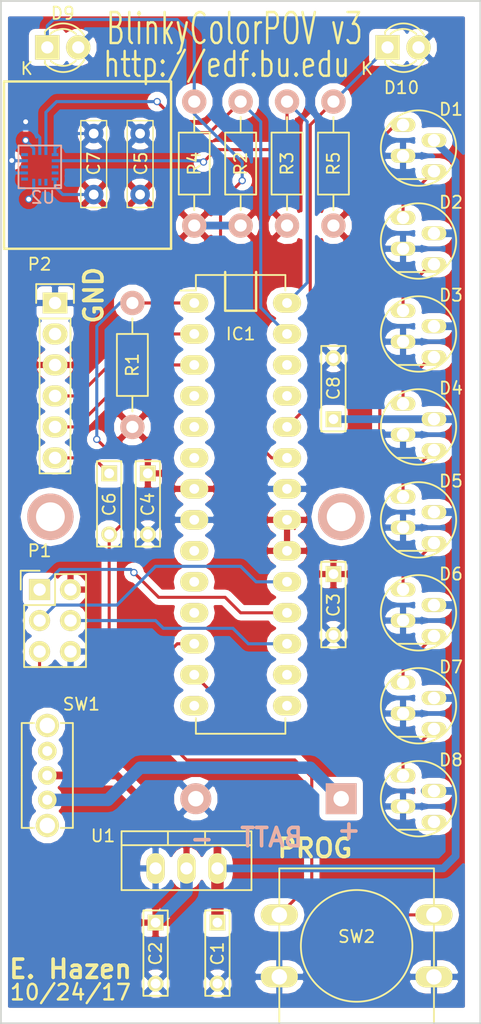
<source format=kicad_pcb>
(kicad_pcb (version 4) (host pcbnew 4.0.6-e0-6349~53~ubuntu16.04.1)

  (general
    (links 85)
    (no_connects 0)
    (area 41.215 65.964999 82.625001 150.135001)
    (thickness 1.6)
    (drawings 20)
    (tracks 183)
    (zones 0)
    (modules 31)
    (nets 38)
  )

  (page A4)
  (layers
    (0 F.Cu signal hide)
    (31 B.Cu signal)
    (32 B.Adhes user)
    (33 F.Adhes user)
    (34 B.Paste user)
    (35 F.Paste user)
    (36 B.SilkS user)
    (37 F.SilkS user)
    (38 B.Mask user)
    (39 F.Mask user)
    (40 Dwgs.User user)
    (41 Cmts.User user)
    (42 Eco1.User user)
    (43 Eco2.User user)
    (44 Edge.Cuts user)
    (45 Margin user)
    (46 B.CrtYd user)
    (47 F.CrtYd user)
    (48 B.Fab user)
    (49 F.Fab user)
  )

  (setup
    (last_trace_width 0.635)
    (user_trace_width 0.1524)
    (user_trace_width 0.254)
    (user_trace_width 0.635)
    (user_trace_width 1.016)
    (trace_clearance 0.2)
    (zone_clearance 0.508)
    (zone_45_only no)
    (trace_min 0.1524)
    (segment_width 0.2)
    (edge_width 0.15)
    (via_size 0.6)
    (via_drill 0.4)
    (via_min_size 0.4)
    (via_min_drill 0.3)
    (uvia_size 0.3)
    (uvia_drill 0.1)
    (uvias_allowed no)
    (uvia_min_size 0)
    (uvia_min_drill 0)
    (pcb_text_width 0.3)
    (pcb_text_size 1.5 1.5)
    (mod_edge_width 0.15)
    (mod_text_size 1 1)
    (mod_text_width 0.15)
    (pad_size 2.032 1.7272)
    (pad_drill 1.016)
    (pad_to_mask_clearance 0.2)
    (aux_axis_origin 0 0)
    (visible_elements FFFEFF5F)
    (pcbplotparams
      (layerselection 0x010f0_80000001)
      (usegerberextensions false)
      (excludeedgelayer true)
      (linewidth 0.100000)
      (plotframeref false)
      (viasonmask false)
      (mode 1)
      (useauxorigin false)
      (hpglpennumber 1)
      (hpglpenspeed 20)
      (hpglpendiameter 15)
      (hpglpenoverlay 2)
      (psnegative false)
      (psa4output false)
      (plotreference true)
      (plotvalue true)
      (plotinvisibletext false)
      (padsonsilk false)
      (subtractmaskfromsilk false)
      (outputformat 1)
      (mirror false)
      (drillshape 0)
      (scaleselection 1)
      (outputdirectory gerber/))
  )

  (net 0 "")
  (net 1 GND)
  (net 2 +3V3)
  (net 3 +5V)
  (net 4 "Net-(D9-Pad1)")
  (net 5 "Net-(D10-Pad1)")
  (net 6 "Net-(IC1-Pad2)")
  (net 7 "Net-(IC1-Pad3)")
  (net 8 "Net-(IC1-Pad4)")
  (net 9 "Net-(IC1-Pad5)")
  (net 10 "Net-(IC1-Pad6)")
  (net 11 "Net-(IC1-Pad9)")
  (net 12 "Net-(IC1-Pad10)")
  (net 13 "Net-(IC1-Pad11)")
  (net 14 "Net-(IC1-Pad12)")
  (net 15 "Net-(IC1-Pad14)")
  (net 16 "Net-(IC1-Pad15)")
  (net 17 "Net-(IC1-Pad16)")
  (net 18 "Net-(IC1-Pad17)")
  (net 19 "Net-(IC1-Pad18)")
  (net 20 "Net-(IC1-Pad19)")
  (net 21 "Net-(IC1-Pad25)")
  (net 22 "Net-(IC1-Pad26)")
  (net 23 "Net-(IC1-Pad27)")
  (net 24 "Net-(IC1-Pad28)")
  (net 25 "Net-(P2-Pad2)")
  (net 26 "Net-(BT1-Pad1)")
  (net 27 "Net-(C6-Pad1)")
  (net 28 "Net-(C6-Pad2)")
  (net 29 "Net-(D1-Pad1)")
  (net 30 "Net-(D1-Pad4)")
  (net 31 "Net-(D2-Pad4)")
  (net 32 "Net-(D3-Pad4)")
  (net 33 "Net-(D4-Pad4)")
  (net 34 "Net-(D5-Pad4)")
  (net 35 "Net-(D6-Pad4)")
  (net 36 "Net-(D7-Pad4)")
  (net 37 "Net-(D8-Pad4)")

  (net_class Default "This is the default net class."
    (clearance 0.2)
    (trace_width 0.25)
    (via_dia 0.6)
    (via_drill 0.4)
    (uvia_dia 0.3)
    (uvia_drill 0.1)
    (add_net +3V3)
    (add_net +5V)
    (add_net GND)
    (add_net "Net-(BT1-Pad1)")
    (add_net "Net-(C6-Pad1)")
    (add_net "Net-(C6-Pad2)")
    (add_net "Net-(D1-Pad1)")
    (add_net "Net-(D1-Pad4)")
    (add_net "Net-(D10-Pad1)")
    (add_net "Net-(D2-Pad4)")
    (add_net "Net-(D3-Pad4)")
    (add_net "Net-(D4-Pad4)")
    (add_net "Net-(D5-Pad4)")
    (add_net "Net-(D6-Pad4)")
    (add_net "Net-(D7-Pad4)")
    (add_net "Net-(D8-Pad4)")
    (add_net "Net-(D9-Pad1)")
    (add_net "Net-(IC1-Pad10)")
    (add_net "Net-(IC1-Pad11)")
    (add_net "Net-(IC1-Pad12)")
    (add_net "Net-(IC1-Pad14)")
    (add_net "Net-(IC1-Pad15)")
    (add_net "Net-(IC1-Pad16)")
    (add_net "Net-(IC1-Pad17)")
    (add_net "Net-(IC1-Pad18)")
    (add_net "Net-(IC1-Pad19)")
    (add_net "Net-(IC1-Pad2)")
    (add_net "Net-(IC1-Pad25)")
    (add_net "Net-(IC1-Pad26)")
    (add_net "Net-(IC1-Pad27)")
    (add_net "Net-(IC1-Pad28)")
    (add_net "Net-(IC1-Pad3)")
    (add_net "Net-(IC1-Pad4)")
    (add_net "Net-(IC1-Pad5)")
    (add_net "Net-(IC1-Pad6)")
    (add_net "Net-(IC1-Pad9)")
    (add_net "Net-(P2-Pad2)")
  )

  (module mod:AAA_batterypack (layer B.Cu) (tedit 59FF86FF) (tstamp 563952D7)
    (at 71.12 131.445 180)
    (descr "Bornier d'alimentation 2 pins")
    (tags DEV)
    (path /56396523)
    (fp_text reference BT1 (at 6.096 -2.54 180) (layer B.SilkS) hide
      (effects (font (size 1 1) (thickness 0.15)) (justify mirror))
    )
    (fp_text value Battery (at 0 -5.08 180) (layer B.Fab)
      (effects (font (size 1 1) (thickness 0.15)) (justify mirror))
    )
    (pad 1 thru_hole rect (at 0 0 180) (size 2.54 2.54) (drill 1.27) (layers *.Cu *.Mask B.SilkS)
      (net 26 "Net-(BT1-Pad1)"))
    (pad 2 thru_hole circle (at 11.938 0 180) (size 2.54 2.54) (drill 1.27) (layers *.Cu *.Mask B.SilkS)
      (net 1 GND))
    (pad 3 thru_hole oval (at 0 23.114 180) (size 3.81 3.81) (drill 2.3622) (layers *.Cu *.Mask B.SilkS))
    (pad 4 thru_hole oval (at 23.876 23.114 180) (size 3.81 3.81) (drill 2.3622) (layers *.Cu *.Mask B.SilkS))
    (model Connect.3dshapes/bornier2.wrl
      (at (xyz 0 0 0))
      (scale (xyz 1 1 1))
      (rotate (xyz 0 0 0))
    )
  )

  (module Capacitors_ThroughHole:C_Rect_L7_W2_P5 (layer F.Cu) (tedit 563A1270) (tstamp 563952E5)
    (at 60.96 141.605 270)
    (descr "Film Capacitor Length 7 x Width 2mm, Pitch 5mm")
    (tags Capacitor)
    (path /56397047)
    (fp_text reference C1 (at 2.54 0 270) (layer F.SilkS)
      (effects (font (size 1 1) (thickness 0.15)))
    )
    (fp_text value 100nF (at 2.5 2.5 270) (layer F.Fab)
      (effects (font (size 1 1) (thickness 0.15)))
    )
    (fp_line (start -1.25 -1.25) (end 6.25 -1.25) (layer F.CrtYd) (width 0.05))
    (fp_line (start 6.25 -1.25) (end 6.25 1.25) (layer F.CrtYd) (width 0.05))
    (fp_line (start 6.25 1.25) (end -1.25 1.25) (layer F.CrtYd) (width 0.05))
    (fp_line (start -1.25 1.25) (end -1.25 -1.25) (layer F.CrtYd) (width 0.05))
    (fp_line (start -1 -1) (end 6 -1) (layer F.SilkS) (width 0.15))
    (fp_line (start 6 -1) (end 6 1) (layer F.SilkS) (width 0.15))
    (fp_line (start 6 1) (end -1 1) (layer F.SilkS) (width 0.15))
    (fp_line (start -1 1) (end -1 -1) (layer F.SilkS) (width 0.15))
    (pad 1 thru_hole rect (at 0 0 270) (size 1.3 1.3) (drill 0.8) (layers *.Cu *.Mask F.SilkS)
      (net 3 +5V))
    (pad 2 thru_hole circle (at 5 0 270) (size 1.3 1.3) (drill 0.8) (layers *.Cu *.Mask F.SilkS)
      (net 1 GND))
    (model Capacitors_ThroughHole.3dshapes/C_Rect_L7_W2_P5.wrl
      (at (xyz 0.098425 0 0))
      (scale (xyz 1 1 1))
      (rotate (xyz 0 0 0))
    )
  )

  (module Capacitors_ThroughHole:C_Rect_L7_W2_P5 (layer F.Cu) (tedit 580E4493) (tstamp 563952F3)
    (at 55.88 141.605 270)
    (descr "Film Capacitor Length 7 x Width 2mm, Pitch 5mm")
    (tags Capacitor)
    (path /56396F26)
    (fp_text reference C2 (at 2.54 0 270) (layer F.SilkS)
      (effects (font (size 1 1) (thickness 0.15)))
    )
    (fp_text value 100nF (at 2.5 2.5 270) (layer F.Fab)
      (effects (font (size 1 1) (thickness 0.15)))
    )
    (fp_line (start -1.25 -1.25) (end 6.25 -1.25) (layer F.CrtYd) (width 0.05))
    (fp_line (start 6.25 -1.25) (end 6.25 1.25) (layer F.CrtYd) (width 0.05))
    (fp_line (start 6.25 1.25) (end -1.25 1.25) (layer F.CrtYd) (width 0.05))
    (fp_line (start -1.25 1.25) (end -1.25 -1.25) (layer F.CrtYd) (width 0.05))
    (fp_line (start -1 -1) (end 6 -1) (layer F.SilkS) (width 0.15))
    (fp_line (start 6 -1) (end 6 1) (layer F.SilkS) (width 0.15))
    (fp_line (start 6 1) (end -1 1) (layer F.SilkS) (width 0.15))
    (fp_line (start -1 1) (end -1 -1) (layer F.SilkS) (width 0.15))
    (pad 1 thru_hole rect (at 0 0 270) (size 1.3 1.3) (drill 0.8) (layers *.Cu *.Mask F.SilkS)
      (net 2 +3V3))
    (pad 2 thru_hole circle (at 5 0 270) (size 1.3 1.3) (drill 0.8) (layers *.Cu *.Mask F.SilkS)
      (net 1 GND))
    (model Capacitors_ThroughHole.3dshapes/C_Rect_L7_W2_P5.wrl
      (at (xyz 0.098425 0 0))
      (scale (xyz 1 1 1))
      (rotate (xyz 0 0 0))
    )
  )

  (module Capacitors_ThroughHole:C_Rect_L7_W2_P5 (layer F.Cu) (tedit 563A1254) (tstamp 56395301)
    (at 70.485 113.03 270)
    (descr "Film Capacitor Length 7 x Width 2mm, Pitch 5mm")
    (tags Capacitor)
    (path /56393BAF)
    (fp_text reference C3 (at 2.54 0 270) (layer F.SilkS)
      (effects (font (size 1 1) (thickness 0.15)))
    )
    (fp_text value 100nF (at 2.5 2.5 270) (layer F.Fab)
      (effects (font (size 1 1) (thickness 0.15)))
    )
    (fp_line (start -1.25 -1.25) (end 6.25 -1.25) (layer F.CrtYd) (width 0.05))
    (fp_line (start 6.25 -1.25) (end 6.25 1.25) (layer F.CrtYd) (width 0.05))
    (fp_line (start 6.25 1.25) (end -1.25 1.25) (layer F.CrtYd) (width 0.05))
    (fp_line (start -1.25 1.25) (end -1.25 -1.25) (layer F.CrtYd) (width 0.05))
    (fp_line (start -1 -1) (end 6 -1) (layer F.SilkS) (width 0.15))
    (fp_line (start 6 -1) (end 6 1) (layer F.SilkS) (width 0.15))
    (fp_line (start 6 1) (end -1 1) (layer F.SilkS) (width 0.15))
    (fp_line (start -1 1) (end -1 -1) (layer F.SilkS) (width 0.15))
    (pad 1 thru_hole rect (at 0 0 270) (size 1.3 1.3) (drill 0.8) (layers *.Cu *.Mask F.SilkS)
      (net 2 +3V3))
    (pad 2 thru_hole circle (at 5 0 270) (size 1.3 1.3) (drill 0.8) (layers *.Cu *.Mask F.SilkS)
      (net 1 GND))
    (model Capacitors_ThroughHole.3dshapes/C_Rect_L7_W2_P5.wrl
      (at (xyz 0.098425 0 0))
      (scale (xyz 1 1 1))
      (rotate (xyz 0 0 0))
    )
  )

  (module Capacitors_ThroughHole:C_Rect_L7_W2_P5 (layer F.Cu) (tedit 563A1257) (tstamp 5639530F)
    (at 55.245 104.775 270)
    (descr "Film Capacitor Length 7 x Width 2mm, Pitch 5mm")
    (tags Capacitor)
    (path /56393B2C)
    (fp_text reference C4 (at 2.54 0 270) (layer F.SilkS)
      (effects (font (size 1 1) (thickness 0.15)))
    )
    (fp_text value 100nF (at 2.5 2.5 270) (layer F.Fab)
      (effects (font (size 1 1) (thickness 0.15)))
    )
    (fp_line (start -1.25 -1.25) (end 6.25 -1.25) (layer F.CrtYd) (width 0.05))
    (fp_line (start 6.25 -1.25) (end 6.25 1.25) (layer F.CrtYd) (width 0.05))
    (fp_line (start 6.25 1.25) (end -1.25 1.25) (layer F.CrtYd) (width 0.05))
    (fp_line (start -1.25 1.25) (end -1.25 -1.25) (layer F.CrtYd) (width 0.05))
    (fp_line (start -1 -1) (end 6 -1) (layer F.SilkS) (width 0.15))
    (fp_line (start 6 -1) (end 6 1) (layer F.SilkS) (width 0.15))
    (fp_line (start 6 1) (end -1 1) (layer F.SilkS) (width 0.15))
    (fp_line (start -1 1) (end -1 -1) (layer F.SilkS) (width 0.15))
    (pad 1 thru_hole rect (at 0 0 270) (size 1.3 1.3) (drill 0.8) (layers *.Cu *.Mask F.SilkS)
      (net 2 +3V3))
    (pad 2 thru_hole circle (at 5 0 270) (size 1.3 1.3) (drill 0.8) (layers *.Cu *.Mask F.SilkS)
      (net 1 GND))
    (model Capacitors_ThroughHole.3dshapes/C_Rect_L7_W2_P5.wrl
      (at (xyz 0.098425 0 0))
      (scale (xyz 1 1 1))
      (rotate (xyz 0 0 0))
    )
  )

  (module Capacitors_ThroughHole:C_Rect_L7_W2_P5 (layer F.Cu) (tedit 580E4475) (tstamp 56395347)
    (at 70.485 100.33 90)
    (descr "Film Capacitor Length 7 x Width 2mm, Pitch 5mm")
    (tags Capacitor)
    (path /563A10B9)
    (fp_text reference C8 (at 2.54 0 90) (layer F.SilkS)
      (effects (font (size 1 1) (thickness 0.15)))
    )
    (fp_text value 1uF (at 2.5 2.5 90) (layer F.Fab)
      (effects (font (size 1 1) (thickness 0.15)))
    )
    (fp_line (start -1.25 -1.25) (end 6.25 -1.25) (layer F.CrtYd) (width 0.05))
    (fp_line (start 6.25 -1.25) (end 6.25 1.25) (layer F.CrtYd) (width 0.05))
    (fp_line (start 6.25 1.25) (end -1.25 1.25) (layer F.CrtYd) (width 0.05))
    (fp_line (start -1.25 1.25) (end -1.25 -1.25) (layer F.CrtYd) (width 0.05))
    (fp_line (start -1 -1) (end 6 -1) (layer F.SilkS) (width 0.15))
    (fp_line (start 6 -1) (end 6 1) (layer F.SilkS) (width 0.15))
    (fp_line (start 6 1) (end -1 1) (layer F.SilkS) (width 0.15))
    (fp_line (start -1 1) (end -1 -1) (layer F.SilkS) (width 0.15))
    (pad 1 thru_hole rect (at 0 0 90) (size 1.3 1.3) (drill 0.8) (layers *.Cu *.Mask F.SilkS)
      (net 3 +5V))
    (pad 2 thru_hole circle (at 5 0 90) (size 1.3 1.3) (drill 0.8) (layers *.Cu *.Mask F.SilkS)
      (net 1 GND))
    (model Capacitors_ThroughHole.3dshapes/C_Rect_L7_W2_P5.wrl
      (at (xyz 0.098425 0 0))
      (scale (xyz 1 1 1))
      (rotate (xyz 0 0 0))
    )
  )

  (module Housings_DIP:DIP-28_W7.62mm_LongPads (layer F.Cu) (tedit 563A106B) (tstamp 563953B3)
    (at 59.055 90.805)
    (descr "28-lead dip package, row spacing 7.62 mm (300 mils), longer pads")
    (tags "dil dip 2.54 300")
    (path /563920C1)
    (fp_text reference IC1 (at 3.81 2.54) (layer F.SilkS)
      (effects (font (size 1 1) (thickness 0.15)))
    )
    (fp_text value ATMEGA328-P (at 0 -3.72) (layer F.Fab)
      (effects (font (size 1 1) (thickness 0.15)))
    )
    (fp_line (start -1.4 -2.45) (end -1.4 35.5) (layer F.CrtYd) (width 0.05))
    (fp_line (start 9 -2.45) (end 9 35.5) (layer F.CrtYd) (width 0.05))
    (fp_line (start -1.4 -2.45) (end 9 -2.45) (layer F.CrtYd) (width 0.05))
    (fp_line (start -1.4 35.5) (end 9 35.5) (layer F.CrtYd) (width 0.05))
    (fp_line (start 0.135 -2.295) (end 0.135 -1.025) (layer F.SilkS) (width 0.15))
    (fp_line (start 7.485 -2.295) (end 7.485 -1.025) (layer F.SilkS) (width 0.15))
    (fp_line (start 7.485 35.315) (end 7.485 34.045) (layer F.SilkS) (width 0.15))
    (fp_line (start 0.135 35.315) (end 0.135 34.045) (layer F.SilkS) (width 0.15))
    (fp_line (start 0.135 -2.295) (end 7.485 -2.295) (layer F.SilkS) (width 0.15))
    (fp_line (start 0.135 35.315) (end 7.485 35.315) (layer F.SilkS) (width 0.15))
    (fp_line (start 0.135 -1.025) (end -1.15 -1.025) (layer F.SilkS) (width 0.15))
    (pad 1 thru_hole oval (at 0 0) (size 2.3 1.6) (drill 0.8) (layers *.Cu *.Mask F.SilkS)
      (net 28 "Net-(C6-Pad2)"))
    (pad 2 thru_hole oval (at 0 2.54) (size 2.3 1.6) (drill 0.8) (layers *.Cu *.Mask F.SilkS)
      (net 6 "Net-(IC1-Pad2)"))
    (pad 3 thru_hole oval (at 0 5.08) (size 2.3 1.6) (drill 0.8) (layers *.Cu *.Mask F.SilkS)
      (net 7 "Net-(IC1-Pad3)"))
    (pad 4 thru_hole oval (at 0 7.62) (size 2.3 1.6) (drill 0.8) (layers *.Cu *.Mask F.SilkS)
      (net 8 "Net-(IC1-Pad4)"))
    (pad 5 thru_hole oval (at 0 10.16) (size 2.3 1.6) (drill 0.8) (layers *.Cu *.Mask F.SilkS)
      (net 9 "Net-(IC1-Pad5)"))
    (pad 6 thru_hole oval (at 0 12.7) (size 2.3 1.6) (drill 0.8) (layers *.Cu *.Mask F.SilkS)
      (net 10 "Net-(IC1-Pad6)"))
    (pad 7 thru_hole oval (at 0 15.24) (size 2.3 1.6) (drill 0.8) (layers *.Cu *.Mask F.SilkS)
      (net 2 +3V3))
    (pad 8 thru_hole oval (at 0 17.78) (size 2.3 1.6) (drill 0.8) (layers *.Cu *.Mask F.SilkS)
      (net 1 GND))
    (pad 9 thru_hole oval (at 0 20.32) (size 2.3 1.6) (drill 0.8) (layers *.Cu *.Mask F.SilkS)
      (net 11 "Net-(IC1-Pad9)"))
    (pad 10 thru_hole oval (at 0 22.86) (size 2.3 1.6) (drill 0.8) (layers *.Cu *.Mask F.SilkS)
      (net 12 "Net-(IC1-Pad10)"))
    (pad 11 thru_hole oval (at 0 25.4) (size 2.3 1.6) (drill 0.8) (layers *.Cu *.Mask F.SilkS)
      (net 13 "Net-(IC1-Pad11)"))
    (pad 12 thru_hole oval (at 0 27.94) (size 2.3 1.6) (drill 0.8) (layers *.Cu *.Mask F.SilkS)
      (net 14 "Net-(IC1-Pad12)"))
    (pad 13 thru_hole oval (at 0 30.48) (size 2.3 1.6) (drill 0.8) (layers *.Cu *.Mask F.SilkS)
      (net 29 "Net-(D1-Pad1)"))
    (pad 14 thru_hole oval (at 0 33.02) (size 2.3 1.6) (drill 0.8) (layers *.Cu *.Mask F.SilkS)
      (net 15 "Net-(IC1-Pad14)"))
    (pad 15 thru_hole oval (at 7.62 33.02) (size 2.3 1.6) (drill 0.8) (layers *.Cu *.Mask F.SilkS)
      (net 16 "Net-(IC1-Pad15)"))
    (pad 16 thru_hole oval (at 7.62 30.48) (size 2.3 1.6) (drill 0.8) (layers *.Cu *.Mask F.SilkS)
      (net 17 "Net-(IC1-Pad16)"))
    (pad 17 thru_hole oval (at 7.62 27.94) (size 2.3 1.6) (drill 0.8) (layers *.Cu *.Mask F.SilkS)
      (net 18 "Net-(IC1-Pad17)"))
    (pad 18 thru_hole oval (at 7.62 25.4) (size 2.3 1.6) (drill 0.8) (layers *.Cu *.Mask F.SilkS)
      (net 19 "Net-(IC1-Pad18)"))
    (pad 19 thru_hole oval (at 7.62 22.86) (size 2.3 1.6) (drill 0.8) (layers *.Cu *.Mask F.SilkS)
      (net 20 "Net-(IC1-Pad19)"))
    (pad 20 thru_hole oval (at 7.62 20.32) (size 2.3 1.6) (drill 0.8) (layers *.Cu *.Mask F.SilkS)
      (net 2 +3V3))
    (pad 21 thru_hole oval (at 7.62 17.78) (size 2.3 1.6) (drill 0.8) (layers *.Cu *.Mask F.SilkS)
      (net 2 +3V3))
    (pad 22 thru_hole oval (at 7.62 15.24) (size 2.3 1.6) (drill 0.8) (layers *.Cu *.Mask F.SilkS)
      (net 1 GND))
    (pad 23 thru_hole oval (at 7.62 12.7) (size 2.3 1.6) (drill 0.8) (layers *.Cu *.Mask F.SilkS)
      (net 4 "Net-(D9-Pad1)"))
    (pad 24 thru_hole oval (at 7.62 10.16) (size 2.3 1.6) (drill 0.8) (layers *.Cu *.Mask F.SilkS)
      (net 5 "Net-(D10-Pad1)"))
    (pad 25 thru_hole oval (at 7.62 7.62) (size 2.3 1.6) (drill 0.8) (layers *.Cu *.Mask F.SilkS)
      (net 21 "Net-(IC1-Pad25)"))
    (pad 26 thru_hole oval (at 7.62 5.08) (size 2.3 1.6) (drill 0.8) (layers *.Cu *.Mask F.SilkS)
      (net 22 "Net-(IC1-Pad26)"))
    (pad 27 thru_hole oval (at 7.62 2.54) (size 2.3 1.6) (drill 0.8) (layers *.Cu *.Mask F.SilkS)
      (net 23 "Net-(IC1-Pad27)"))
    (pad 28 thru_hole oval (at 7.62 0) (size 2.3 1.6) (drill 0.8) (layers *.Cu *.Mask F.SilkS)
      (net 24 "Net-(IC1-Pad28)"))
    (model Housings_DIP.3dshapes/DIP-28_W7.62mm_LongPads.wrl
      (at (xyz 0 0 0))
      (scale (xyz 1 1 1))
      (rotate (xyz 0 0 0))
    )
  )

  (module Pin_Headers:Pin_Header_Straight_2x03 (layer F.Cu) (tedit 563A125A) (tstamp 563953BD)
    (at 46.355 114.3)
    (descr "Through hole pin header")
    (tags "pin header")
    (path /5639440D)
    (fp_text reference P1 (at 0 -3.175) (layer F.SilkS)
      (effects (font (size 1 1) (thickness 0.15)))
    )
    (fp_text value CONN_02X03 (at 0 -3.1) (layer F.Fab)
      (effects (font (size 1 1) (thickness 0.15)))
    )
    (fp_line (start -1.27 1.27) (end -1.27 6.35) (layer F.SilkS) (width 0.15))
    (fp_line (start -1.55 -1.55) (end 0 -1.55) (layer F.SilkS) (width 0.15))
    (fp_line (start -1.75 -1.75) (end -1.75 6.85) (layer F.CrtYd) (width 0.05))
    (fp_line (start 4.3 -1.75) (end 4.3 6.85) (layer F.CrtYd) (width 0.05))
    (fp_line (start -1.75 -1.75) (end 4.3 -1.75) (layer F.CrtYd) (width 0.05))
    (fp_line (start -1.75 6.85) (end 4.3 6.85) (layer F.CrtYd) (width 0.05))
    (fp_line (start 1.27 -1.27) (end 1.27 1.27) (layer F.SilkS) (width 0.15))
    (fp_line (start 1.27 1.27) (end -1.27 1.27) (layer F.SilkS) (width 0.15))
    (fp_line (start -1.27 6.35) (end 3.81 6.35) (layer F.SilkS) (width 0.15))
    (fp_line (start 3.81 6.35) (end 3.81 1.27) (layer F.SilkS) (width 0.15))
    (fp_line (start -1.55 -1.55) (end -1.55 0) (layer F.SilkS) (width 0.15))
    (fp_line (start 3.81 -1.27) (end 1.27 -1.27) (layer F.SilkS) (width 0.15))
    (fp_line (start 3.81 1.27) (end 3.81 -1.27) (layer F.SilkS) (width 0.15))
    (pad 1 thru_hole rect (at 0 0) (size 1.7272 1.7272) (drill 1.016) (layers *.Cu *.Mask F.SilkS)
      (net 19 "Net-(IC1-Pad18)"))
    (pad 2 thru_hole oval (at 2.54 0) (size 1.7272 1.7272) (drill 1.016) (layers *.Cu *.Mask F.SilkS)
      (net 2 +3V3))
    (pad 3 thru_hole oval (at 0 2.54) (size 1.7272 1.7272) (drill 1.016) (layers *.Cu *.Mask F.SilkS)
      (net 20 "Net-(IC1-Pad19)"))
    (pad 4 thru_hole oval (at 2.54 2.54) (size 1.7272 1.7272) (drill 1.016) (layers *.Cu *.Mask F.SilkS)
      (net 18 "Net-(IC1-Pad17)"))
    (pad 5 thru_hole oval (at 0 5.08) (size 1.7272 1.7272) (drill 1.016) (layers *.Cu *.Mask F.SilkS)
      (net 28 "Net-(C6-Pad2)"))
    (pad 6 thru_hole oval (at 2.54 5.08) (size 1.7272 1.7272) (drill 1.016) (layers *.Cu *.Mask F.SilkS)
      (net 1 GND))
    (model Pin_Headers.3dshapes/Pin_Header_Straight_2x03.wrl
      (at (xyz 0.05 -0.1 0))
      (scale (xyz 1 1 1))
      (rotate (xyz 0 0 90))
    )
  )

  (module Pin_Headers:Pin_Header_Straight_1x06 (layer F.Cu) (tedit 564A78B4) (tstamp 563953C7)
    (at 47.625 90.805)
    (descr "Through hole pin header")
    (tags "pin header")
    (path /56394EFA)
    (fp_text reference P2 (at -1.27 -3.175) (layer F.SilkS)
      (effects (font (size 1 1) (thickness 0.15)))
    )
    (fp_text value CONN_01X06 (at 0 -3.1) (layer F.Fab)
      (effects (font (size 1 1) (thickness 0.15)))
    )
    (fp_line (start -1.75 -1.75) (end -1.75 14.45) (layer F.CrtYd) (width 0.05))
    (fp_line (start 1.75 -1.75) (end 1.75 14.45) (layer F.CrtYd) (width 0.05))
    (fp_line (start -1.75 -1.75) (end 1.75 -1.75) (layer F.CrtYd) (width 0.05))
    (fp_line (start -1.75 14.45) (end 1.75 14.45) (layer F.CrtYd) (width 0.05))
    (fp_line (start 1.27 1.27) (end 1.27 13.97) (layer F.SilkS) (width 0.15))
    (fp_line (start 1.27 13.97) (end -1.27 13.97) (layer F.SilkS) (width 0.15))
    (fp_line (start -1.27 13.97) (end -1.27 1.27) (layer F.SilkS) (width 0.15))
    (fp_line (start 1.55 -1.55) (end 1.55 0) (layer F.SilkS) (width 0.15))
    (fp_line (start 1.27 1.27) (end -1.27 1.27) (layer F.SilkS) (width 0.15))
    (fp_line (start -1.55 0) (end -1.55 -1.55) (layer F.SilkS) (width 0.15))
    (fp_line (start -1.55 -1.55) (end 1.55 -1.55) (layer F.SilkS) (width 0.15))
    (pad 1 thru_hole rect (at 0 0) (size 2.032 1.7272) (drill 1.016) (layers *.Cu *.Mask F.SilkS)
      (net 1 GND))
    (pad 2 thru_hole oval (at 0 2.54) (size 2.032 1.7272) (drill 1.016) (layers *.Cu *.Mask F.SilkS)
      (net 25 "Net-(P2-Pad2)"))
    (pad 3 thru_hole oval (at 0 5.08) (size 2.032 1.7272) (drill 1.016) (layers *.Cu *.Mask F.SilkS)
      (net 2 +3V3))
    (pad 4 thru_hole oval (at 0 7.62) (size 2.032 1.7272) (drill 1.016) (layers *.Cu *.Mask F.SilkS)
      (net 6 "Net-(IC1-Pad2)"))
    (pad 5 thru_hole oval (at 0 10.16) (size 2.032 1.7272) (drill 1.016) (layers *.Cu *.Mask F.SilkS)
      (net 7 "Net-(IC1-Pad3)"))
    (pad 6 thru_hole oval (at 0 12.7) (size 2.032 1.7272) (drill 1.016) (layers *.Cu *.Mask F.SilkS)
      (net 27 "Net-(C6-Pad1)"))
    (model Pin_Headers.3dshapes/Pin_Header_Straight_1x06.wrl
      (at (xyz 0 -0.25 0))
      (scale (xyz 1 1 1))
      (rotate (xyz 0 0 90))
    )
  )

  (module Resistors_ThroughHole:Resistor_Horizontal_RM10mm (layer F.Cu) (tedit 563A2A28) (tstamp 563953CD)
    (at 53.975 95.885 90)
    (descr "Resistor, Axial,  RM 10mm, 1/3W,")
    (tags "Resistor, Axial, RM 10mm, 1/3W,")
    (path /5639472F)
    (fp_text reference R1 (at 0 0 90) (layer F.SilkS)
      (effects (font (size 1 1) (thickness 0.15)))
    )
    (fp_text value 10k (at 3.81 3.81 90) (layer F.Fab)
      (effects (font (size 1 1) (thickness 0.15)))
    )
    (fp_line (start -2.54 -1.27) (end 2.54 -1.27) (layer F.SilkS) (width 0.15))
    (fp_line (start 2.54 -1.27) (end 2.54 1.27) (layer F.SilkS) (width 0.15))
    (fp_line (start 2.54 1.27) (end -2.54 1.27) (layer F.SilkS) (width 0.15))
    (fp_line (start -2.54 1.27) (end -2.54 -1.27) (layer F.SilkS) (width 0.15))
    (fp_line (start -2.54 0) (end -3.81 0) (layer F.SilkS) (width 0.15))
    (fp_line (start 2.54 0) (end 3.81 0) (layer F.SilkS) (width 0.15))
    (pad 1 thru_hole circle (at -5.08 0 90) (size 1.99898 1.99898) (drill 1.00076) (layers *.Cu *.SilkS *.Mask)
      (net 2 +3V3))
    (pad 2 thru_hole circle (at 5.08 0 90) (size 1.99898 1.99898) (drill 1.00076) (layers *.Cu *.SilkS *.Mask)
      (net 28 "Net-(C6-Pad2)"))
    (model Resistors_ThroughHole.3dshapes/Resistor_Horizontal_RM10mm.wrl
      (at (xyz 0 0 0))
      (scale (xyz 0.4 0.4 0.4))
      (rotate (xyz 0 0 0))
    )
  )

  (module Resistors_ThroughHole:Resistor_Horizontal_RM10mm (layer F.Cu) (tedit 563A10D8) (tstamp 563953D3)
    (at 62.865 79.375 270)
    (descr "Resistor, Axial,  RM 10mm, 1/3W,")
    (tags "Resistor, Axial, RM 10mm, 1/3W,")
    (path /563936D1)
    (fp_text reference R2 (at 0 0 270) (layer F.SilkS)
      (effects (font (size 1 1) (thickness 0.15)))
    )
    (fp_text value 10k (at 3.81 3.81 270) (layer F.Fab)
      (effects (font (size 1 1) (thickness 0.15)))
    )
    (fp_line (start -2.54 -1.27) (end 2.54 -1.27) (layer F.SilkS) (width 0.15))
    (fp_line (start 2.54 -1.27) (end 2.54 1.27) (layer F.SilkS) (width 0.15))
    (fp_line (start 2.54 1.27) (end -2.54 1.27) (layer F.SilkS) (width 0.15))
    (fp_line (start -2.54 1.27) (end -2.54 -1.27) (layer F.SilkS) (width 0.15))
    (fp_line (start -2.54 0) (end -3.81 0) (layer F.SilkS) (width 0.15))
    (fp_line (start 2.54 0) (end 3.81 0) (layer F.SilkS) (width 0.15))
    (pad 1 thru_hole circle (at -5.08 0 270) (size 1.99898 1.99898) (drill 1.00076) (layers *.Cu *.SilkS *.Mask)
      (net 23 "Net-(IC1-Pad27)"))
    (pad 2 thru_hole circle (at 5.08 0 270) (size 1.99898 1.99898) (drill 1.00076) (layers *.Cu *.SilkS *.Mask)
      (net 2 +3V3))
    (model Resistors_ThroughHole.3dshapes/Resistor_Horizontal_RM10mm.wrl
      (at (xyz 0 0 0))
      (scale (xyz 0.4 0.4 0.4))
      (rotate (xyz 0 0 0))
    )
  )

  (module Resistors_ThroughHole:Resistor_Horizontal_RM10mm (layer F.Cu) (tedit 563A1311) (tstamp 563953D9)
    (at 66.675 79.375 90)
    (descr "Resistor, Axial,  RM 10mm, 1/3W,")
    (tags "Resistor, Axial, RM 10mm, 1/3W,")
    (path /5639371C)
    (fp_text reference R3 (at 0 0 90) (layer F.SilkS)
      (effects (font (size 1 1) (thickness 0.15)))
    )
    (fp_text value 10k (at 3.81 3.81 90) (layer F.Fab)
      (effects (font (size 1 1) (thickness 0.15)))
    )
    (fp_line (start -2.54 -1.27) (end 2.54 -1.27) (layer F.SilkS) (width 0.15))
    (fp_line (start 2.54 -1.27) (end 2.54 1.27) (layer F.SilkS) (width 0.15))
    (fp_line (start 2.54 1.27) (end -2.54 1.27) (layer F.SilkS) (width 0.15))
    (fp_line (start -2.54 1.27) (end -2.54 -1.27) (layer F.SilkS) (width 0.15))
    (fp_line (start -2.54 0) (end -3.81 0) (layer F.SilkS) (width 0.15))
    (fp_line (start 2.54 0) (end 3.81 0) (layer F.SilkS) (width 0.15))
    (pad 1 thru_hole circle (at -5.08 0 90) (size 1.99898 1.99898) (drill 1.00076) (layers *.Cu *.SilkS *.Mask)
      (net 2 +3V3))
    (pad 2 thru_hole circle (at 5.08 0 90) (size 1.99898 1.99898) (drill 1.00076) (layers *.Cu *.SilkS *.Mask)
      (net 24 "Net-(IC1-Pad28)"))
    (model Resistors_ThroughHole.3dshapes/Resistor_Horizontal_RM10mm.wrl
      (at (xyz 0 0 0))
      (scale (xyz 0.4 0.4 0.4))
      (rotate (xyz 0 0 0))
    )
  )

  (module Resistors_ThroughHole:Resistor_Horizontal_RM10mm (layer F.Cu) (tedit 563A1316) (tstamp 563953DF)
    (at 59.055 79.375 90)
    (descr "Resistor, Axial,  RM 10mm, 1/3W,")
    (tags "Resistor, Axial, RM 10mm, 1/3W,")
    (path /563954A9)
    (fp_text reference R4 (at 0 0 90) (layer F.SilkS)
      (effects (font (size 1 1) (thickness 0.15)))
    )
    (fp_text value 10k (at 3.81 3.81 90) (layer F.Fab)
      (effects (font (size 1 1) (thickness 0.15)))
    )
    (fp_line (start -2.54 -1.27) (end 2.54 -1.27) (layer F.SilkS) (width 0.15))
    (fp_line (start 2.54 -1.27) (end 2.54 1.27) (layer F.SilkS) (width 0.15))
    (fp_line (start 2.54 1.27) (end -2.54 1.27) (layer F.SilkS) (width 0.15))
    (fp_line (start -2.54 1.27) (end -2.54 -1.27) (layer F.SilkS) (width 0.15))
    (fp_line (start -2.54 0) (end -3.81 0) (layer F.SilkS) (width 0.15))
    (fp_line (start 2.54 0) (end 3.81 0) (layer F.SilkS) (width 0.15))
    (pad 1 thru_hole circle (at -5.08 0 90) (size 1.99898 1.99898) (drill 1.00076) (layers *.Cu *.SilkS *.Mask)
      (net 2 +3V3))
    (pad 2 thru_hole circle (at 5.08 0 90) (size 1.99898 1.99898) (drill 1.00076) (layers *.Cu *.SilkS *.Mask)
      (net 4 "Net-(D9-Pad1)"))
    (model Resistors_ThroughHole.3dshapes/Resistor_Horizontal_RM10mm.wrl
      (at (xyz 0 0 0))
      (scale (xyz 0.4 0.4 0.4))
      (rotate (xyz 0 0 0))
    )
  )

  (module Resistors_ThroughHole:Resistor_Horizontal_RM10mm (layer F.Cu) (tedit 563A1318) (tstamp 563953E5)
    (at 70.485 79.375 90)
    (descr "Resistor, Axial,  RM 10mm, 1/3W,")
    (tags "Resistor, Axial, RM 10mm, 1/3W,")
    (path /563953EA)
    (fp_text reference R5 (at 0 0 90) (layer F.SilkS)
      (effects (font (size 1 1) (thickness 0.15)))
    )
    (fp_text value 10k (at 3.81 3.81 90) (layer F.Fab)
      (effects (font (size 1 1) (thickness 0.15)))
    )
    (fp_line (start -2.54 -1.27) (end 2.54 -1.27) (layer F.SilkS) (width 0.15))
    (fp_line (start 2.54 -1.27) (end 2.54 1.27) (layer F.SilkS) (width 0.15))
    (fp_line (start 2.54 1.27) (end -2.54 1.27) (layer F.SilkS) (width 0.15))
    (fp_line (start -2.54 1.27) (end -2.54 -1.27) (layer F.SilkS) (width 0.15))
    (fp_line (start -2.54 0) (end -3.81 0) (layer F.SilkS) (width 0.15))
    (fp_line (start 2.54 0) (end 3.81 0) (layer F.SilkS) (width 0.15))
    (pad 1 thru_hole circle (at -5.08 0 90) (size 1.99898 1.99898) (drill 1.00076) (layers *.Cu *.SilkS *.Mask)
      (net 2 +3V3))
    (pad 2 thru_hole circle (at 5.08 0 90) (size 1.99898 1.99898) (drill 1.00076) (layers *.Cu *.SilkS *.Mask)
      (net 5 "Net-(D10-Pad1)"))
    (model Resistors_ThroughHole.3dshapes/Resistor_Horizontal_RM10mm.wrl
      (at (xyz 0 0 0))
      (scale (xyz 0.4 0.4 0.4))
      (rotate (xyz 0 0 0))
    )
  )

  (module TO_SOT_Packages_THT:TO-220_Neutral123_Vertical (layer F.Cu) (tedit 563A2A0B) (tstamp 563953FB)
    (at 58.42 137.16)
    (descr "TO-220, Neutral, Vertical,")
    (tags "TO-220, Neutral, Vertical,")
    (path /56396DA7)
    (fp_text reference U1 (at -6.858 -2.667) (layer F.SilkS)
      (effects (font (size 1 1) (thickness 0.15)))
    )
    (fp_text value LD1117V33 (at 0 3.81) (layer F.Fab)
      (effects (font (size 1 1) (thickness 0.15)))
    )
    (fp_line (start -1.524 -3.048) (end -1.524 -1.905) (layer F.SilkS) (width 0.15))
    (fp_line (start 1.524 -3.048) (end 1.524 -1.905) (layer F.SilkS) (width 0.15))
    (fp_line (start 5.334 -1.905) (end 5.334 1.778) (layer F.SilkS) (width 0.15))
    (fp_line (start 5.334 1.778) (end -5.334 1.778) (layer F.SilkS) (width 0.15))
    (fp_line (start -5.334 1.778) (end -5.334 -1.905) (layer F.SilkS) (width 0.15))
    (fp_line (start 5.334 -3.048) (end 5.334 -1.905) (layer F.SilkS) (width 0.15))
    (fp_line (start 5.334 -1.905) (end -5.334 -1.905) (layer F.SilkS) (width 0.15))
    (fp_line (start -5.334 -1.905) (end -5.334 -3.048) (layer F.SilkS) (width 0.15))
    (fp_line (start 0 -3.048) (end -5.334 -3.048) (layer F.SilkS) (width 0.15))
    (fp_line (start 0 -3.048) (end 5.334 -3.048) (layer F.SilkS) (width 0.15))
    (pad 2 thru_hole oval (at 0 0 90) (size 2.49936 1.50114) (drill 1.00076) (layers *.Cu *.Mask F.SilkS)
      (net 2 +3V3))
    (pad 1 thru_hole oval (at -2.54 0 90) (size 2.49936 1.50114) (drill 1.00076) (layers *.Cu *.Mask F.SilkS)
      (net 1 GND))
    (pad 3 thru_hole oval (at 2.54 0 90) (size 2.49936 1.50114) (drill 1.00076) (layers *.Cu *.Mask F.SilkS)
      (net 3 +5V))
    (model TO_SOT_Packages_THT.3dshapes/TO-220_Neutral123_Vertical.wrl
      (at (xyz 0 0 0))
      (scale (xyz 0.3937 0.3937 0.3937))
      (rotate (xyz 0 0 0))
    )
  )

  (module LEDs:LED-3MM (layer F.Cu) (tedit 580A8BEC) (tstamp 5639538D)
    (at 46.99 69.85)
    (descr "LED 3mm round vertical")
    (tags "LED  3mm round vertical")
    (path /56394FC9)
    (fp_text reference D9 (at 1.27 -2.794) (layer F.SilkS)
      (effects (font (size 1 1) (thickness 0.15)))
    )
    (fp_text value TEPT4400 (at 1.3 -2.9) (layer F.Fab)
      (effects (font (size 1 1) (thickness 0.15)))
    )
    (fp_line (start -1.2 2.3) (end 3.8 2.3) (layer F.CrtYd) (width 0.05))
    (fp_line (start 3.8 2.3) (end 3.8 -2.2) (layer F.CrtYd) (width 0.05))
    (fp_line (start 3.8 -2.2) (end -1.2 -2.2) (layer F.CrtYd) (width 0.05))
    (fp_line (start -1.2 -2.2) (end -1.2 2.3) (layer F.CrtYd) (width 0.05))
    (fp_line (start -0.199 1.314) (end -0.199 1.114) (layer F.SilkS) (width 0.15))
    (fp_line (start -0.199 -1.28) (end -0.199 -1.1) (layer F.SilkS) (width 0.15))
    (fp_arc (start 1.301 0.034) (end -0.199 -1.286) (angle 108.5) (layer F.SilkS) (width 0.15))
    (fp_arc (start 1.301 0.034) (end 0.25 -1.1) (angle 85.7) (layer F.SilkS) (width 0.15))
    (fp_arc (start 1.311 0.034) (end 3.051 0.994) (angle 110) (layer F.SilkS) (width 0.15))
    (fp_arc (start 1.301 0.034) (end 2.335 1.094) (angle 87.5) (layer F.SilkS) (width 0.15))
    (fp_text user K (at -1.69 1.74) (layer F.SilkS)
      (effects (font (size 1 1) (thickness 0.15)))
    )
    (pad 1 thru_hole rect (at 0 0 90) (size 2 2) (drill 1.00076) (layers *.Cu *.Mask F.SilkS)
      (net 4 "Net-(D9-Pad1)"))
    (pad 2 thru_hole circle (at 2.54 0) (size 2 2) (drill 1.00076) (layers *.Cu *.Mask F.SilkS)
      (net 1 GND))
    (model LEDs.3dshapes/LED-3MM.wrl
      (at (xyz 0.05 0 0))
      (scale (xyz 1 1 1))
      (rotate (xyz 0 0 90))
    )
  )

  (module LEDs:LED-3MM (layer F.Cu) (tedit 563A29CF) (tstamp 56395393)
    (at 74.93 69.85)
    (descr "LED 3mm round vertical")
    (tags "LED  3mm round vertical")
    (path /563950D3)
    (fp_text reference D10 (at 1.143 3.302) (layer F.SilkS)
      (effects (font (size 1 1) (thickness 0.15)))
    )
    (fp_text value TEPT4400 (at 1.3 -2.9) (layer F.Fab)
      (effects (font (size 1 1) (thickness 0.15)))
    )
    (fp_line (start -1.2 2.3) (end 3.8 2.3) (layer F.CrtYd) (width 0.05))
    (fp_line (start 3.8 2.3) (end 3.8 -2.2) (layer F.CrtYd) (width 0.05))
    (fp_line (start 3.8 -2.2) (end -1.2 -2.2) (layer F.CrtYd) (width 0.05))
    (fp_line (start -1.2 -2.2) (end -1.2 2.3) (layer F.CrtYd) (width 0.05))
    (fp_line (start -0.199 1.314) (end -0.199 1.114) (layer F.SilkS) (width 0.15))
    (fp_line (start -0.199 -1.28) (end -0.199 -1.1) (layer F.SilkS) (width 0.15))
    (fp_arc (start 1.301 0.034) (end -0.199 -1.286) (angle 108.5) (layer F.SilkS) (width 0.15))
    (fp_arc (start 1.301 0.034) (end 0.25 -1.1) (angle 85.7) (layer F.SilkS) (width 0.15))
    (fp_arc (start 1.311 0.034) (end 3.051 0.994) (angle 110) (layer F.SilkS) (width 0.15))
    (fp_arc (start 1.301 0.034) (end 2.335 1.094) (angle 87.5) (layer F.SilkS) (width 0.15))
    (fp_text user K (at -1.69 1.74) (layer F.SilkS)
      (effects (font (size 1 1) (thickness 0.15)))
    )
    (pad 1 thru_hole rect (at 0 0 90) (size 2 2) (drill 1.00076) (layers *.Cu *.Mask F.SilkS)
      (net 5 "Net-(D10-Pad1)"))
    (pad 2 thru_hole circle (at 2.54 0) (size 2 2) (drill 1.00076) (layers *.Cu *.Mask F.SilkS)
      (net 1 GND))
    (model LEDs.3dshapes/LED-3MM.wrl
      (at (xyz 0.05 0 0))
      (scale (xyz 1 1 1))
      (rotate (xyz 0 0 90))
    )
  )

  (module mod:switch_SS-12D07-VG (layer F.Cu) (tedit 563A2A14) (tstamp 563953EC)
    (at 46.99 129.54 90)
    (path /563966ED)
    (fp_text reference SW1 (at 5.842 2.794 180) (layer F.SilkS)
      (effects (font (size 1 1) (thickness 0.15)))
    )
    (fp_text value SPST (at 0.9 -4.8 90) (layer F.Fab)
      (effects (font (size 1 1) (thickness 0.15)))
    )
    (fp_line (start -4.3 -1.1) (end -4.3 -2.1) (layer F.SilkS) (width 0.15))
    (fp_line (start -4.3 -2.1) (end 0 -2.1) (layer F.SilkS) (width 0.15))
    (fp_line (start 4.3 1.1) (end 4.3 2.1) (layer F.SilkS) (width 0.15))
    (fp_line (start 4.3 2.1) (end -4.3 2.1) (layer F.SilkS) (width 0.15))
    (fp_line (start -4.3 2.1) (end -4.3 1.1) (layer F.SilkS) (width 0.15))
    (fp_line (start 0 -2.1) (end 4.3 -2.1) (layer F.SilkS) (width 0.15))
    (fp_line (start 4.3 -2.1) (end 4.3 -1.1) (layer F.SilkS) (width 0.15))
    (pad 2 thru_hole circle (at 0 0 90) (size 1.524 1.524) (drill 0.8128) (layers *.Cu *.Mask F.SilkS)
      (net 3 +5V))
    (pad 3 thru_hole circle (at 2 0 90) (size 1.524 1.524) (drill 0.8128) (layers *.Cu *.Mask F.SilkS))
    (pad 1 thru_hole circle (at -2 0 90) (size 1.524 1.524) (drill 0.8128) (layers *.Cu *.Mask F.SilkS)
      (net 26 "Net-(BT1-Pad1)"))
    (pad 4 thru_hole circle (at 4.1 0 90) (size 1.905 1.905) (drill 1.27) (layers *.Cu *.Mask F.SilkS))
    (pad 5 thru_hole circle (at -4.1 0 90) (size 1.905 1.905) (drill 1.27) (layers *.Cu *.Mask F.SilkS))
  )

  (module mod:SW_PUSH-fix (layer F.Cu) (tedit 564A7814) (tstamp 563953F4)
    (at 72.39 143.51)
    (path /5639598C)
    (fp_text reference SW2 (at 0 -0.762) (layer F.SilkS)
      (effects (font (size 1 1) (thickness 0.15)))
    )
    (fp_text value SW_PUSH (at 0 1.016) (layer F.Fab)
      (effects (font (size 1 1) (thickness 0.15)))
    )
    (fp_circle (center 0 0) (end 3.81 2.54) (layer F.SilkS) (width 0.15))
    (fp_line (start -6.35 -6.35) (end 6.35 -6.35) (layer F.SilkS) (width 0.15))
    (fp_line (start 6.35 -6.35) (end 6.35 6.35) (layer F.SilkS) (width 0.15))
    (fp_line (start 6.35 6.35) (end -6.35 6.35) (layer F.SilkS) (width 0.15))
    (fp_line (start -6.35 6.35) (end -6.35 -6.35) (layer F.SilkS) (width 0.15))
    (pad 1 thru_hole oval (at 6.35 -2.54) (size 3.048 1.7272) (drill 1.27) (layers *.Cu *.Mask F.SilkS)
      (net 14 "Net-(IC1-Pad12)"))
    (pad 2 thru_hole oval (at 6.35 2.54) (size 3.048 1.7272) (drill 1.27) (layers *.Cu *.Mask F.SilkS)
      (net 1 GND))
    (pad 1 thru_hole oval (at -6.35 -2.54) (size 3.048 1.7272) (drill 1.27) (layers *.Cu *.Mask F.SilkS)
      (net 14 "Net-(IC1-Pad12)"))
    (pad 2 thru_hole oval (at -6.35 2.54) (size 3.048 1.7272) (drill 1.27) (layers *.Cu *.Mask F.SilkS)
      (net 1 GND))
    (model Buttons_Switches_ThroughHole.3dshapes/SW_PUSH-12mm.wrl
      (at (xyz 0 0 0))
      (scale (xyz 4 4 4))
      (rotate (xyz 0 0 0))
    )
  )

  (module Capacitors_ThroughHole:C_Rect_L7_W2_P5 (layer F.Cu) (tedit 564B9292) (tstamp 564B9101)
    (at 52.07 104.775 270)
    (descr "Film Capacitor Length 7 x Width 2mm, Pitch 5mm")
    (tags Capacitor)
    (path /564B91D5)
    (fp_text reference C6 (at 2.54 0 270) (layer F.SilkS)
      (effects (font (size 1 1) (thickness 0.15)))
    )
    (fp_text value 100nF (at 2.5 2.5 270) (layer F.Fab)
      (effects (font (size 1 1) (thickness 0.15)))
    )
    (fp_line (start -1.25 -1.25) (end 6.25 -1.25) (layer F.CrtYd) (width 0.05))
    (fp_line (start 6.25 -1.25) (end 6.25 1.25) (layer F.CrtYd) (width 0.05))
    (fp_line (start 6.25 1.25) (end -1.25 1.25) (layer F.CrtYd) (width 0.05))
    (fp_line (start -1.25 1.25) (end -1.25 -1.25) (layer F.CrtYd) (width 0.05))
    (fp_line (start -1 -1) (end 6 -1) (layer F.SilkS) (width 0.15))
    (fp_line (start 6 -1) (end 6 1) (layer F.SilkS) (width 0.15))
    (fp_line (start 6 1) (end -1 1) (layer F.SilkS) (width 0.15))
    (fp_line (start -1 1) (end -1 -1) (layer F.SilkS) (width 0.15))
    (pad 1 thru_hole rect (at 0 0 270) (size 1.3 1.3) (drill 0.8) (layers *.Cu *.Mask F.SilkS)
      (net 27 "Net-(C6-Pad1)"))
    (pad 2 thru_hole circle (at 5 0 270) (size 1.3 1.3) (drill 0.8) (layers *.Cu *.Mask F.SilkS)
      (net 28 "Net-(C6-Pad2)"))
    (model Capacitors_ThroughHole.3dshapes/C_Rect_L7_W2_P5.wrl
      (at (xyz 0.098425 0 0))
      (scale (xyz 1 1 1))
      (rotate (xyz 0 0 0))
    )
  )

  (module new_led:5mmLED4pin_stagger2 (layer F.Cu) (tedit 59FC52DB) (tstamp 5639534F)
    (at 77.47 76.2 180)
    (path /56392414)
    (fp_text reference D1 (at -2.667 1.27 180) (layer F.SilkS)
      (effects (font (size 1 1) (thickness 0.15)))
    )
    (fp_text value APA-106-F5 (at 7.62 -3.81 180) (layer F.Fab)
      (effects (font (size 1 1) (thickness 0.15)))
    )
    (fp_line (start -1.778 -4.445) (end 1.778 -4.445) (layer F.SilkS) (width 0.15))
    (fp_circle (center 0 -1.905) (end 2.921 -2.921) (layer F.SilkS) (width 0.15))
    (pad 1 thru_hole oval (at 1.27 0 270) (size 1.143 2.032) (drill 1.016) (layers *.Cu *.Mask F.SilkS)
      (net 29 "Net-(D1-Pad1)"))
    (pad 2 thru_hole oval (at -1.27 -1.27 270) (size 1.143 2.032) (drill 1.016) (layers *.Cu *.Mask F.SilkS)
      (net 3 +5V))
    (pad 3 thru_hole oval (at 1.27 -2.54 270) (size 1.143 2.032) (drill 1.016) (layers *.Cu *.Mask F.SilkS)
      (net 1 GND))
    (pad 4 thru_hole oval (at -1.27 -3.81 270) (size 1.143 2.032) (drill 1.016) (layers *.Cu *.Mask F.SilkS)
      (net 30 "Net-(D1-Pad4)"))
  )

  (module new_led:5mmLED4pin_stagger2 (layer F.Cu) (tedit 59FC52DB) (tstamp 56395367)
    (at 77.47 99.06 180)
    (path /563926C0)
    (fp_text reference D4 (at -2.667 1.27 180) (layer F.SilkS)
      (effects (font (size 1 1) (thickness 0.15)))
    )
    (fp_text value APA-106-F5 (at 7.62 -3.81 180) (layer F.Fab)
      (effects (font (size 1 1) (thickness 0.15)))
    )
    (fp_line (start -1.778 -4.445) (end 1.778 -4.445) (layer F.SilkS) (width 0.15))
    (fp_circle (center 0 -1.905) (end 2.921 -2.921) (layer F.SilkS) (width 0.15))
    (pad 1 thru_hole oval (at 1.27 0 270) (size 1.143 2.032) (drill 1.016) (layers *.Cu *.Mask F.SilkS)
      (net 32 "Net-(D3-Pad4)"))
    (pad 2 thru_hole oval (at -1.27 -1.27 270) (size 1.143 2.032) (drill 1.016) (layers *.Cu *.Mask F.SilkS)
      (net 3 +5V))
    (pad 3 thru_hole oval (at 1.27 -2.54 270) (size 1.143 2.032) (drill 1.016) (layers *.Cu *.Mask F.SilkS)
      (net 1 GND))
    (pad 4 thru_hole oval (at -1.27 -3.81 270) (size 1.143 2.032) (drill 1.016) (layers *.Cu *.Mask F.SilkS)
      (net 33 "Net-(D4-Pad4)"))
  )

  (module new_led:5mmLED4pin_stagger2 (layer F.Cu) (tedit 59FC52DB) (tstamp 5639535F)
    (at 77.47 91.44 180)
    (path /56392688)
    (fp_text reference D3 (at -2.667 1.27 180) (layer F.SilkS)
      (effects (font (size 1 1) (thickness 0.15)))
    )
    (fp_text value APA-106-F5 (at 7.62 -3.81 180) (layer F.Fab)
      (effects (font (size 1 1) (thickness 0.15)))
    )
    (fp_line (start -1.778 -4.445) (end 1.778 -4.445) (layer F.SilkS) (width 0.15))
    (fp_circle (center 0 -1.905) (end 2.921 -2.921) (layer F.SilkS) (width 0.15))
    (pad 1 thru_hole oval (at 1.27 0 270) (size 1.143 2.032) (drill 1.016) (layers *.Cu *.Mask F.SilkS)
      (net 31 "Net-(D2-Pad4)"))
    (pad 2 thru_hole oval (at -1.27 -1.27 270) (size 1.143 2.032) (drill 1.016) (layers *.Cu *.Mask F.SilkS)
      (net 3 +5V))
    (pad 3 thru_hole oval (at 1.27 -2.54 270) (size 1.143 2.032) (drill 1.016) (layers *.Cu *.Mask F.SilkS)
      (net 1 GND))
    (pad 4 thru_hole oval (at -1.27 -3.81 270) (size 1.143 2.032) (drill 1.016) (layers *.Cu *.Mask F.SilkS)
      (net 32 "Net-(D3-Pad4)"))
  )

  (module new_led:5mmLED4pin_stagger2 (layer F.Cu) (tedit 59FC52DB) (tstamp 5639536F)
    (at 77.47 106.68 180)
    (path /563926F9)
    (fp_text reference D5 (at -2.667 1.27 180) (layer F.SilkS)
      (effects (font (size 1 1) (thickness 0.15)))
    )
    (fp_text value APA-106-F5 (at 7.62 -3.81 180) (layer F.Fab)
      (effects (font (size 1 1) (thickness 0.15)))
    )
    (fp_line (start -1.778 -4.445) (end 1.778 -4.445) (layer F.SilkS) (width 0.15))
    (fp_circle (center 0 -1.905) (end 2.921 -2.921) (layer F.SilkS) (width 0.15))
    (pad 1 thru_hole oval (at 1.27 0 270) (size 1.143 2.032) (drill 1.016) (layers *.Cu *.Mask F.SilkS)
      (net 33 "Net-(D4-Pad4)"))
    (pad 2 thru_hole oval (at -1.27 -1.27 270) (size 1.143 2.032) (drill 1.016) (layers *.Cu *.Mask F.SilkS)
      (net 3 +5V))
    (pad 3 thru_hole oval (at 1.27 -2.54 270) (size 1.143 2.032) (drill 1.016) (layers *.Cu *.Mask F.SilkS)
      (net 1 GND))
    (pad 4 thru_hole oval (at -1.27 -3.81 270) (size 1.143 2.032) (drill 1.016) (layers *.Cu *.Mask F.SilkS)
      (net 34 "Net-(D5-Pad4)"))
  )

  (module new_led:5mmLED4pin_stagger2 (layer F.Cu) (tedit 59FC52DB) (tstamp 56395377)
    (at 77.47 114.3 180)
    (path /56392735)
    (fp_text reference D6 (at -2.667 1.27 180) (layer F.SilkS)
      (effects (font (size 1 1) (thickness 0.15)))
    )
    (fp_text value APA-106-F5 (at 7.62 -3.81 180) (layer F.Fab)
      (effects (font (size 1 1) (thickness 0.15)))
    )
    (fp_line (start -1.778 -4.445) (end 1.778 -4.445) (layer F.SilkS) (width 0.15))
    (fp_circle (center 0 -1.905) (end 2.921 -2.921) (layer F.SilkS) (width 0.15))
    (pad 1 thru_hole oval (at 1.27 0 270) (size 1.143 2.032) (drill 1.016) (layers *.Cu *.Mask F.SilkS)
      (net 34 "Net-(D5-Pad4)"))
    (pad 2 thru_hole oval (at -1.27 -1.27 270) (size 1.143 2.032) (drill 1.016) (layers *.Cu *.Mask F.SilkS)
      (net 3 +5V))
    (pad 3 thru_hole oval (at 1.27 -2.54 270) (size 1.143 2.032) (drill 1.016) (layers *.Cu *.Mask F.SilkS)
      (net 1 GND))
    (pad 4 thru_hole oval (at -1.27 -3.81 270) (size 1.143 2.032) (drill 1.016) (layers *.Cu *.Mask F.SilkS)
      (net 35 "Net-(D6-Pad4)"))
  )

  (module new_led:5mmLED4pin_stagger2 (layer F.Cu) (tedit 59FC52DB) (tstamp 5639537F)
    (at 77.47 121.92 180)
    (path /56392770)
    (fp_text reference D7 (at -2.667 1.27 180) (layer F.SilkS)
      (effects (font (size 1 1) (thickness 0.15)))
    )
    (fp_text value APA-106-F5 (at 7.62 -3.81 180) (layer F.Fab)
      (effects (font (size 1 1) (thickness 0.15)))
    )
    (fp_line (start -1.778 -4.445) (end 1.778 -4.445) (layer F.SilkS) (width 0.15))
    (fp_circle (center 0 -1.905) (end 2.921 -2.921) (layer F.SilkS) (width 0.15))
    (pad 1 thru_hole oval (at 1.27 0 270) (size 1.143 2.032) (drill 1.016) (layers *.Cu *.Mask F.SilkS)
      (net 35 "Net-(D6-Pad4)"))
    (pad 2 thru_hole oval (at -1.27 -1.27 270) (size 1.143 2.032) (drill 1.016) (layers *.Cu *.Mask F.SilkS)
      (net 3 +5V))
    (pad 3 thru_hole oval (at 1.27 -2.54 270) (size 1.143 2.032) (drill 1.016) (layers *.Cu *.Mask F.SilkS)
      (net 1 GND))
    (pad 4 thru_hole oval (at -1.27 -3.81 270) (size 1.143 2.032) (drill 1.016) (layers *.Cu *.Mask F.SilkS)
      (net 36 "Net-(D7-Pad4)"))
  )

  (module new_led:5mmLED4pin_stagger2 (layer F.Cu) (tedit 59FC52DB) (tstamp 56395357)
    (at 77.47 83.82 180)
    (path /5639264F)
    (fp_text reference D2 (at -2.667 1.27 180) (layer F.SilkS)
      (effects (font (size 1 1) (thickness 0.15)))
    )
    (fp_text value APA-106-F5 (at 7.62 -3.81 180) (layer F.Fab)
      (effects (font (size 1 1) (thickness 0.15)))
    )
    (fp_line (start -1.778 -4.445) (end 1.778 -4.445) (layer F.SilkS) (width 0.15))
    (fp_circle (center 0 -1.905) (end 2.921 -2.921) (layer F.SilkS) (width 0.15))
    (pad 1 thru_hole oval (at 1.27 0 270) (size 1.143 2.032) (drill 1.016) (layers *.Cu *.Mask F.SilkS)
      (net 30 "Net-(D1-Pad4)"))
    (pad 2 thru_hole oval (at -1.27 -1.27 270) (size 1.143 2.032) (drill 1.016) (layers *.Cu *.Mask F.SilkS)
      (net 3 +5V))
    (pad 3 thru_hole oval (at 1.27 -2.54 270) (size 1.143 2.032) (drill 1.016) (layers *.Cu *.Mask F.SilkS)
      (net 1 GND))
    (pad 4 thru_hole oval (at -1.27 -3.81 270) (size 1.143 2.032) (drill 1.016) (layers *.Cu *.Mask F.SilkS)
      (net 31 "Net-(D2-Pad4)"))
  )

  (module new_led:5mmLED4pin_stagger2 (layer F.Cu) (tedit 59FC52DB) (tstamp 56395387)
    (at 77.47 129.54 180)
    (path /563928FA)
    (fp_text reference D8 (at -2.667 1.27 180) (layer F.SilkS)
      (effects (font (size 1 1) (thickness 0.15)))
    )
    (fp_text value APA-106-F5 (at 7.62 -3.81 180) (layer F.Fab)
      (effects (font (size 1 1) (thickness 0.15)))
    )
    (fp_line (start -1.778 -4.445) (end 1.778 -4.445) (layer F.SilkS) (width 0.15))
    (fp_circle (center 0 -1.905) (end 2.921 -2.921) (layer F.SilkS) (width 0.15))
    (pad 1 thru_hole oval (at 1.27 0 270) (size 1.143 2.032) (drill 1.016) (layers *.Cu *.Mask F.SilkS)
      (net 36 "Net-(D7-Pad4)"))
    (pad 2 thru_hole oval (at -1.27 -1.27 270) (size 1.143 2.032) (drill 1.016) (layers *.Cu *.Mask F.SilkS)
      (net 3 +5V))
    (pad 3 thru_hole oval (at 1.27 -2.54 270) (size 1.143 2.032) (drill 1.016) (layers *.Cu *.Mask F.SilkS)
      (net 1 GND))
    (pad 4 thru_hole oval (at -1.27 -3.81 270) (size 1.143 2.032) (drill 1.016) (layers *.Cu *.Mask F.SilkS)
      (net 37 "Net-(D8-Pad4)"))
  )

  (module mod:lga16 (layer B.Cu) (tedit 59FF78A6) (tstamp 59FF805F)
    (at 47.625 80.645)
    (path /59FE4969)
    (fp_text reference U2 (at -1 1.5) (layer B.SilkS)
      (effects (font (size 1 1) (thickness 0.15)) (justify mirror))
    )
    (fp_text value LIS3DH (at -1.25 3.5) (layer B.Fab)
      (effects (font (size 1 1) (thickness 0.15)) (justify mirror))
    )
    (fp_line (start 0 0.75) (end 0 0.5) (layer B.SilkS) (width 0.15))
    (fp_line (start 0 0.5) (end 0.5 0.5) (layer B.SilkS) (width 0.15))
    (fp_line (start -2.75 0.75) (end 0.5 0.75) (layer B.SilkS) (width 0.15))
    (fp_line (start 0.5 0.75) (end 0.5 -2.75) (layer B.SilkS) (width 0.15))
    (fp_line (start 0.5 -2.75) (end -3 -2.75) (layer B.SilkS) (width 0.15))
    (fp_line (start -3 -2.75) (end -3 0.75) (layer B.SilkS) (width 0.15))
    (fp_line (start -3 0.75) (end -2.75 0.75) (layer B.SilkS) (width 0.15))
    (pad 1 smd rect (at 0 0) (size 0.55 0.25) (layers B.Cu B.Paste B.Mask)
      (net 2 +3V3))
    (pad 2 smd rect (at 0 -0.5) (size 0.55 0.25) (layers B.Cu B.Paste B.Mask))
    (pad 3 smd rect (at 0 -1) (size 0.55 0.25) (layers B.Cu B.Paste B.Mask))
    (pad 4 smd rect (at 0 -1.5) (size 0.55 0.25) (layers B.Cu B.Paste B.Mask)
      (net 24 "Net-(IC1-Pad28)"))
    (pad 5 smd rect (at 0 -2) (size 0.55 0.25) (layers B.Cu B.Paste B.Mask)
      (net 1 GND))
    (pad 9 smd rect (at -2.5 -2) (size 0.55 0.25) (layers B.Cu B.Paste B.Mask))
    (pad 10 smd rect (at -2.5 -1.5) (size 0.55 0.25) (layers B.Cu B.Paste B.Mask)
      (net 1 GND))
    (pad 11 smd rect (at -2.5 -1) (size 0.55 0.25) (layers B.Cu B.Paste B.Mask))
    (pad 12 smd rect (at -2.5 -0.5) (size 0.55 0.25) (layers B.Cu B.Paste B.Mask)
      (net 1 GND))
    (pad 13 smd rect (at -2.5 0) (size 0.55 0.25) (layers B.Cu B.Paste B.Mask))
    (pad 15 smd rect (at -1.25 0.25) (size 0.25 0.55) (layers B.Cu B.Paste B.Mask))
    (pad 14 smd rect (at -1.75 0.25) (size 0.25 0.55) (layers B.Cu B.Paste B.Mask)
      (net 2 +3V3))
    (pad 16 smd rect (at -0.75 0.25) (size 0.25 0.55) (layers B.Cu B.Paste B.Mask))
    (pad 6 smd rect (at -0.75 -2.25) (size 0.25 0.55) (layers B.Cu B.Paste B.Mask)
      (net 23 "Net-(IC1-Pad27)"))
    (pad 7 smd rect (at -1.25 -2.25) (size 0.25 0.55) (layers B.Cu B.Paste B.Mask)
      (net 1 GND))
    (pad 8 smd rect (at -1.75 -2.25) (size 0.25 0.55) (layers B.Cu B.Paste B.Mask)
      (net 2 +3V3))
  )

  (module Capacitors_ThroughHole:C_Rect_L7.0mm_W2.0mm_P5.00mm (layer F.Cu) (tedit 59FF838E) (tstamp 59FF8242)
    (at 54.61 81.915 90)
    (descr "C, Rect series, Radial, pin pitch=5.00mm, , length*width=7*2mm^2, Capacitor")
    (tags "C Rect series Radial pin pitch 5.00mm  length 7mm width 2mm Capacitor")
    (path /59FE9117)
    (fp_text reference C5 (at 2.54 0.0635 90) (layer F.SilkS)
      (effects (font (size 1 1) (thickness 0.15)))
    )
    (fp_text value 100nF (at 2.5 2.31 90) (layer F.Fab)
      (effects (font (size 1 1) (thickness 0.15)))
    )
    (fp_line (start -1 -1) (end -1 1) (layer F.Fab) (width 0.1))
    (fp_line (start -1 1) (end 6 1) (layer F.Fab) (width 0.1))
    (fp_line (start 6 1) (end 6 -1) (layer F.Fab) (width 0.1))
    (fp_line (start 6 -1) (end -1 -1) (layer F.Fab) (width 0.1))
    (fp_line (start -1.06 -1.06) (end 6.06 -1.06) (layer F.SilkS) (width 0.12))
    (fp_line (start -1.06 1.06) (end 6.06 1.06) (layer F.SilkS) (width 0.12))
    (fp_line (start -1.06 -1.06) (end -1.06 1.06) (layer F.SilkS) (width 0.12))
    (fp_line (start 6.06 -1.06) (end 6.06 1.06) (layer F.SilkS) (width 0.12))
    (fp_line (start -1.35 -1.35) (end -1.35 1.35) (layer F.CrtYd) (width 0.05))
    (fp_line (start -1.35 1.35) (end 6.35 1.35) (layer F.CrtYd) (width 0.05))
    (fp_line (start 6.35 1.35) (end 6.35 -1.35) (layer F.CrtYd) (width 0.05))
    (fp_line (start 6.35 -1.35) (end -1.35 -1.35) (layer F.CrtYd) (width 0.05))
    (fp_text user %R (at 2.5 0 90) (layer F.Fab) hide
      (effects (font (size 1 1) (thickness 0.15)))
    )
    (pad 1 thru_hole circle (at 0 0 90) (size 1.6 1.6) (drill 0.8) (layers *.Cu *.Mask)
      (net 2 +3V3))
    (pad 2 thru_hole circle (at 5 0 90) (size 1.6 1.6) (drill 0.8) (layers *.Cu *.Mask)
      (net 1 GND))
    (model ${KISYS3DMOD}/Capacitors_THT.3dshapes/C_Rect_L7.0mm_W2.0mm_P5.00mm.wrl
      (at (xyz 0 0 0))
      (scale (xyz 1 1 1))
      (rotate (xyz 0 0 0))
    )
  )

  (module Capacitors_ThroughHole:C_Rect_L7.0mm_W2.0mm_P5.00mm (layer F.Cu) (tedit 59FF8392) (tstamp 59FF8255)
    (at 50.8 81.915 90)
    (descr "C, Rect series, Radial, pin pitch=5.00mm, , length*width=7*2mm^2, Capacitor")
    (tags "C Rect series Radial pin pitch 5.00mm  length 7mm width 2mm Capacitor")
    (path /59FE9261)
    (fp_text reference C7 (at 2.54 0 90) (layer F.SilkS)
      (effects (font (size 1 1) (thickness 0.15)))
    )
    (fp_text value 10uF (at 2.5 2.31 90) (layer F.Fab)
      (effects (font (size 1 1) (thickness 0.15)))
    )
    (fp_line (start -1 -1) (end -1 1) (layer F.Fab) (width 0.1))
    (fp_line (start -1 1) (end 6 1) (layer F.Fab) (width 0.1))
    (fp_line (start 6 1) (end 6 -1) (layer F.Fab) (width 0.1))
    (fp_line (start 6 -1) (end -1 -1) (layer F.Fab) (width 0.1))
    (fp_line (start -1.06 -1.06) (end 6.06 -1.06) (layer F.SilkS) (width 0.12))
    (fp_line (start -1.06 1.06) (end 6.06 1.06) (layer F.SilkS) (width 0.12))
    (fp_line (start -1.06 -1.06) (end -1.06 1.06) (layer F.SilkS) (width 0.12))
    (fp_line (start 6.06 -1.06) (end 6.06 1.06) (layer F.SilkS) (width 0.12))
    (fp_line (start -1.35 -1.35) (end -1.35 1.35) (layer F.CrtYd) (width 0.05))
    (fp_line (start -1.35 1.35) (end 6.35 1.35) (layer F.CrtYd) (width 0.05))
    (fp_line (start 6.35 1.35) (end 6.35 -1.35) (layer F.CrtYd) (width 0.05))
    (fp_line (start 6.35 -1.35) (end -1.35 -1.35) (layer F.CrtYd) (width 0.05))
    (fp_text user %R (at 2.5 0 90) (layer F.Fab) hide
      (effects (font (size 1 1) (thickness 0.15)))
    )
    (pad 1 thru_hole circle (at 0 0 90) (size 1.6 1.6) (drill 0.8) (layers *.Cu *.Mask)
      (net 2 +3V3))
    (pad 2 thru_hole circle (at 5 0 90) (size 1.6 1.6) (drill 0.8) (layers *.Cu *.Mask)
      (net 1 GND))
    (model ${KISYS3DMOD}/Capacitors_THT.3dshapes/C_Rect_L7.0mm_W2.0mm_P5.00mm.wrl
      (at (xyz 0 0 0))
      (scale (xyz 1 1 1))
      (rotate (xyz 0 0 0))
    )
  )

  (gr_text 10/24/17 (at 48.895 147.32) (layer F.SilkS)
    (effects (font (size 1.27 1.27) (thickness 0.2032)))
  )
  (gr_line (start 57.15 72.644) (end 57.15 86.36) (angle 90) (layer F.SilkS) (width 0.2))
  (gr_line (start 43.434 72.644) (end 57.15 72.644) (angle 90) (layer F.SilkS) (width 0.2))
  (gr_line (start 43.434 86.36) (end 43.434 72.644) (angle 90) (layer F.SilkS) (width 0.2))
  (gr_line (start 43.434 86.36) (end 57.15 86.36) (angle 90) (layer F.SilkS) (width 0.2))
  (gr_text GND (at 50.8 90.17 90) (layer F.SilkS)
    (effects (font (size 1.5 1.5) (thickness 0.3)))
  )
  (gr_line (start 64.135 91.44) (end 64.135 88.265) (angle 90) (layer F.SilkS) (width 0.2))
  (gr_line (start 61.595 91.44) (end 64.135 91.44) (angle 90) (layer F.SilkS) (width 0.2))
  (gr_line (start 61.595 88.265) (end 61.595 91.44) (angle 90) (layer F.SilkS) (width 0.2))
  (gr_text "E. Hazen" (at 48.895 145.415) (layer F.SilkS)
    (effects (font (size 1.5 1.5) (thickness 0.3)))
  )
  (gr_text _ (at 59.69 133.985) (layer B.SilkS)
    (effects (font (size 1.5 1.5) (thickness 0.3)) (justify mirror))
  )
  (gr_text + (at 71.755 133.985) (layer B.SilkS)
    (effects (font (size 1.5 1.5) (thickness 0.3)) (justify mirror))
  )
  (gr_text BATT (at 65.405 134.62) (layer B.SilkS)
    (effects (font (size 1.5 1.5) (thickness 0.3)) (justify mirror))
  )
  (gr_text PROG (at 68.961 135.509) (layer F.SilkS)
    (effects (font (size 1.5 1.5) (thickness 0.3)))
  )
  (gr_text http://edf.bu.edu (at 61.722 71.247) (layer F.SilkS)
    (effects (font (size 2.032 1.524) (thickness 0.2032)))
  )
  (gr_text "BlinkyColorPOV v3" (at 62.357 68.326) (layer F.SilkS)
    (effects (font (size 2.54 1.524) (thickness 0.2032)))
  )
  (gr_line (start 82.55 149.86) (end 82.55 66.04) (angle 90) (layer Edge.Cuts) (width 0.15))
  (gr_line (start 43.18 66.04) (end 43.18 149.86) (angle 90) (layer Edge.Cuts) (width 0.15))
  (gr_line (start 43.18 66.04) (end 82.55 66.04) (angle 90) (layer Edge.Cuts) (width 0.15))
  (gr_line (start 82.55 149.86) (end 43.18 149.86) (angle 90) (layer Edge.Cuts) (width 0.15))

  (segment (start 47.625 78.645) (end 47.625 77.978) (width 0.254) (layer B.Cu) (net 1))
  (segment (start 48.688 76.915) (end 50.8 76.915) (width 0.254) (layer B.Cu) (net 1) (tstamp 59FF8340))
  (segment (start 47.625 77.978) (end 48.688 76.915) (width 0.254) (layer B.Cu) (net 1) (tstamp 59FF833F))
  (segment (start 45.125 80.145) (end 44.204 80.145) (width 0.254) (layer B.Cu) (net 1))
  (segment (start 44.093 79.145) (end 44.069 79.121) (width 0.254) (layer B.Cu) (net 1) (tstamp 59FF8308))
  (via (at 44.069 79.121) (size 0.6) (drill 0.4) (layers F.Cu B.Cu) (net 1))
  (segment (start 44.093 79.145) (end 45.125 79.145) (width 0.254) (layer B.Cu) (net 1))
  (segment (start 44.069 80.01) (end 44.069 79.121) (width 0.254) (layer B.Cu) (net 1) (tstamp 59FF8317))
  (segment (start 44.204 80.145) (end 44.069 80.01) (width 0.254) (layer B.Cu) (net 1) (tstamp 59FF8316))
  (segment (start 46.375 78.395) (end 46.375 77.236) (width 0.254) (layer B.Cu) (net 1))
  (via (at 45.212 75.946) (size 0.6) (drill 0.4) (layers F.Cu B.Cu) (net 1))
  (segment (start 46.375 77.236) (end 45.212 75.946) (width 0.254) (layer B.Cu) (net 1) (tstamp 59FF830E))
  (segment (start 59.055 84.455) (end 62.865 84.455) (width 0.635) (layer B.Cu) (net 2))
  (segment (start 47.625 80.645) (end 47.625 81.28) (width 0.254) (layer B.Cu) (net 2))
  (segment (start 48.26 81.915) (end 50.8 81.915) (width 0.254) (layer B.Cu) (net 2) (tstamp 59FF8346))
  (segment (start 47.625 81.28) (end 48.26 81.915) (width 0.254) (layer B.Cu) (net 2) (tstamp 59FF8345))
  (segment (start 45.875 80.895) (end 45.875 81.887) (width 0.254) (layer B.Cu) (net 2))
  (via (at 45.466 82.296) (size 0.6) (drill 0.4) (layers F.Cu B.Cu) (net 2))
  (segment (start 45.875 81.887) (end 45.466 82.296) (width 0.254) (layer B.Cu) (net 2) (tstamp 59FF831F))
  (segment (start 45.875 78.395) (end 45.875 78.133) (width 0.254) (layer B.Cu) (net 2))
  (segment (start 45.875 78.133) (end 45.212 77.47) (width 0.254) (layer B.Cu) (net 2) (tstamp 59FF831A))
  (via (at 45.212 77.47) (size 0.6) (drill 0.4) (layers F.Cu B.Cu) (net 2))
  (segment (start 58.42 137.16) (end 58.42 139.065) (width 1.016) (layer B.Cu) (net 2))
  (segment (start 58.42 139.065) (end 55.88 141.605) (width 1.016) (layer B.Cu) (net 2) (tstamp 580E4605))
  (segment (start 67.31 109.347) (end 67.31 109.22) (width 0.1524) (layer F.Cu) (net 2) (tstamp 56396351))
  (segment (start 78.74 100.33) (end 80.518 100.33) (width 0.635) (layer B.Cu) (net 3) (status 400000))
  (segment (start 70.485 100.33) (end 78.74 100.33) (width 0.635) (layer B.Cu) (net 3) (status C00000))
  (segment (start 60.96 137.16) (end 79.502 137.16) (width 0.635) (layer B.Cu) (net 3))
  (segment (start 80.518 136.144) (end 80.518 130.81) (width 0.635) (layer B.Cu) (net 3) (tstamp 59FC53A3))
  (segment (start 79.502 137.16) (end 80.518 136.144) (width 0.635) (layer B.Cu) (net 3) (tstamp 59FC539F))
  (segment (start 80.518 85.09) (end 80.518 79.248) (width 0.635) (layer B.Cu) (net 3))
  (segment (start 78.74 77.47) (end 78.74 77.47) (width 0.635) (layer B.Cu) (net 3) (tstamp 580E46BF))
  (segment (start 80.518 79.248) (end 78.74 77.47) (width 0.635) (layer B.Cu) (net 3) (tstamp 580E46BE))
  (segment (start 60.96 137.16) (end 60.96 141.605) (width 1.016) (layer F.Cu) (net 3))
  (segment (start 59.055 133.985) (end 59.69 133.985) (width 0.635) (layer F.Cu) (net 3))
  (segment (start 60.96 135.255) (end 60.96 137.16) (width 0.635) (layer F.Cu) (net 3) (tstamp 580E45CB))
  (segment (start 59.69 133.985) (end 60.96 135.255) (width 0.635) (layer F.Cu) (net 3) (tstamp 580E45CA))
  (segment (start 46.99 129.54) (end 52.705 129.54) (width 0.635) (layer F.Cu) (net 3))
  (segment (start 52.705 129.54) (end 57.15 133.985) (width 0.635) (layer F.Cu) (net 3) (tstamp 580E45BD))
  (segment (start 57.15 133.985) (end 59.055 133.985) (width 0.635) (layer F.Cu) (net 3) (tstamp 580E45BF))
  (segment (start 78.74 85.09) (end 80.518 85.09) (width 0.635) (layer B.Cu) (net 3))
  (segment (start 80.518 85.09) (end 80.264 85.09) (width 0.635) (layer B.Cu) (net 3) (tstamp 580A8E5B))
  (segment (start 80.264 85.09) (end 80.518 85.09) (width 0.635) (layer B.Cu) (net 3) (tstamp 580A8E5D))
  (segment (start 80.518 92.71) (end 78.74 92.71) (width 0.635) (layer B.Cu) (net 3))
  (segment (start 78.74 107.95) (end 80.518 107.95) (width 0.635) (layer B.Cu) (net 3))
  (segment (start 78.74 115.57) (end 80.518 115.57) (width 0.635) (layer B.Cu) (net 3))
  (segment (start 78.74 123.19) (end 80.518 123.19) (width 0.635) (layer B.Cu) (net 3))
  (segment (start 80.518 130.81) (end 80.518 123.19) (width 0.635) (layer B.Cu) (net 3) (tstamp 580A8E2F))
  (segment (start 80.518 123.19) (end 80.518 115.57) (width 0.635) (layer B.Cu) (net 3) (tstamp 580A8E3F))
  (segment (start 80.518 115.57) (end 80.518 107.95) (width 0.635) (layer B.Cu) (net 3) (tstamp 580A8E48))
  (segment (start 80.518 107.95) (end 80.518 100.33) (width 0.635) (layer B.Cu) (net 3) (tstamp 580A8E51))
  (segment (start 80.518 100.33) (end 80.518 92.71) (width 0.635) (layer B.Cu) (net 3) (tstamp 580A8E53))
  (segment (start 80.518 92.71) (end 80.518 85.09) (width 0.635) (layer B.Cu) (net 3) (tstamp 580A8E57))
  (segment (start 77.978 130.81) (end 80.518 130.81) (width 0.635) (layer B.Cu) (net 3) (tstamp 580A8E2C))
  (segment (start 61.214 89.154) (end 61.214 99.314) (width 0.254) (layer F.Cu) (net 4))
  (segment (start 61.214 99.314) (end 62.484 100.584) (width 0.254) (layer F.Cu) (net 4) (tstamp 580A8F32))
  (segment (start 62.738 100.838) (end 62.484 100.584) (width 0.254) (layer F.Cu) (net 4))
  (segment (start 59.055 75.311) (end 59.055 74.295) (width 0.25) (layer B.Cu) (net 4))
  (segment (start 61.214 82.55) (end 61.214 89.154) (width 0.25) (layer F.Cu) (net 4) (tstamp 564A7587))
  (segment (start 62.992 80.772) (end 61.214 82.55) (width 0.25) (layer F.Cu) (net 4) (tstamp 564A7586))
  (via (at 62.992 80.772) (size 0.6) (drill 0.4) (layers F.Cu B.Cu) (net 4))
  (segment (start 62.992 79.248) (end 62.992 80.772) (width 0.25) (layer B.Cu) (net 4) (tstamp 564A757D))
  (segment (start 59.055 75.311) (end 62.992 79.248) (width 0.254) (layer B.Cu) (net 4) (tstamp 564A7577))
  (segment (start 65.405 103.505) (end 66.675 103.505) (width 0.25) (layer F.Cu) (net 4) (tstamp 564A7595))
  (segment (start 62.611 100.711) (end 62.738 100.838) (width 0.25) (layer F.Cu) (net 4) (tstamp 564A7594))
  (segment (start 62.738 100.838) (end 65.405 103.505) (width 0.25) (layer F.Cu) (net 4) (tstamp 580A7E93))
  (segment (start 46.99 69.85) (end 46.99 68.072) (width 0.254) (layer B.Cu) (net 4))
  (segment (start 46.99 68.072) (end 47.498 67.564) (width 0.254) (layer B.Cu) (net 4) (tstamp 563A1B44))
  (segment (start 47.498 67.564) (end 57.658 67.564) (width 0.254) (layer B.Cu) (net 4) (tstamp 563A1B46))
  (segment (start 57.658 67.564) (end 59.055 68.961) (width 0.254) (layer B.Cu) (net 4) (tstamp 563A1B48))
  (segment (start 59.055 68.961) (end 59.055 74.295) (width 0.254) (layer B.Cu) (net 4) (tstamp 563A1B4B))
  (segment (start 70.485 74.295) (end 68.58 76.2) (width 0.254) (layer F.Cu) (net 5))
  (segment (start 68.58 99.06) (end 66.675 100.965) (width 0.254) (layer F.Cu) (net 5) (tstamp 580A7C34))
  (segment (start 68.58 76.2) (end 68.58 99.06) (width 0.254) (layer F.Cu) (net 5) (tstamp 580A7C2F))
  (segment (start 74.93 69.85) (end 70.485 74.295) (width 0.254) (layer B.Cu) (net 5))
  (segment (start 47.625 98.425) (end 49.53 98.425) (width 0.254) (layer F.Cu) (net 6))
  (segment (start 54.61 93.345) (end 59.055 93.345) (width 0.254) (layer F.Cu) (net 6) (tstamp 563A24A9))
  (segment (start 49.53 98.425) (end 54.61 93.345) (width 0.254) (layer F.Cu) (net 6) (tstamp 563A24A6))
  (segment (start 47.625 100.965) (end 49.403 100.965) (width 0.254) (layer F.Cu) (net 7))
  (segment (start 54.483 95.885) (end 59.055 95.885) (width 0.254) (layer F.Cu) (net 7) (tstamp 563A24AF))
  (segment (start 49.403 100.965) (end 54.483 95.885) (width 0.254) (layer F.Cu) (net 7) (tstamp 563A24AD))
  (segment (start 56.261 125.984) (end 56.261 126.111) (width 0.25) (layer F.Cu) (net 14))
  (segment (start 56.261 126.111) (end 58.42 128.27) (width 0.25) (layer F.Cu) (net 14) (tstamp 580E3F3F))
  (segment (start 58.42 128.27) (end 67.31 128.27) (width 0.25) (layer F.Cu) (net 14) (tstamp 580E3F40))
  (segment (start 67.31 128.27) (end 67.818 128.778) (width 0.25) (layer F.Cu) (net 14) (tstamp 580E3F42))
  (segment (start 59.055 118.745) (end 57.658 118.745) (width 0.254) (layer F.Cu) (net 14))
  (segment (start 57.658 118.745) (end 56.261 120.142) (width 0.254) (layer F.Cu) (net 14) (tstamp 563A2455))
  (segment (start 56.261 120.142) (end 56.261 125.984) (width 0.254) (layer F.Cu) (net 14) (tstamp 563A245B))
  (segment (start 67.31 128.27) (end 67.818 128.778) (width 0.254) (layer F.Cu) (net 14) (tstamp 563A2468))
  (segment (start 67.818 128.778) (end 68.707 129.667) (width 0.254) (layer F.Cu) (net 14) (tstamp 580E3F45))
  (segment (start 68.707 129.667) (end 68.707 138.303) (width 0.254) (layer F.Cu) (net 14) (tstamp 563A2469))
  (segment (start 78.74 140.97) (end 71.374 140.97) (width 0.25) (layer F.Cu) (net 14))
  (segment (start 71.374 140.97) (end 68.707 138.303) (width 0.25) (layer F.Cu) (net 14) (tstamp 563A25E6))
  (segment (start 68.707 138.303) (end 66.04 140.97) (width 0.254) (layer F.Cu) (net 14) (tstamp 563A246B))
  (segment (start 48.895 116.84) (end 55.88 116.84) (width 0.254) (layer B.Cu) (net 18))
  (segment (start 63.5 118.745) (end 66.675 118.745) (width 0.254) (layer B.Cu) (net 18) (tstamp 580E487D))
  (segment (start 62.23 117.475) (end 63.5 118.745) (width 0.254) (layer B.Cu) (net 18) (tstamp 580E487A))
  (segment (start 56.515 117.475) (end 62.23 117.475) (width 0.254) (layer B.Cu) (net 18) (tstamp 580E4879))
  (segment (start 55.88 116.84) (end 56.515 117.475) (width 0.254) (layer B.Cu) (net 18) (tstamp 580E4876))
  (segment (start 66.675 116.205) (end 62.865 116.205) (width 0.25) (layer F.Cu) (net 19))
  (segment (start 48.006 112.649) (end 46.355 114.3) (width 0.25) (layer B.Cu) (net 19) (tstamp 564B941F))
  (segment (start 53.848 112.649) (end 48.006 112.649) (width 0.25) (layer B.Cu) (net 19) (tstamp 564B941E))
  (segment (start 54.102 112.903) (end 53.848 112.649) (width 0.25) (layer B.Cu) (net 19) (tstamp 564B941D))
  (via (at 54.102 112.903) (size 0.6) (drill 0.4) (layers F.Cu B.Cu) (net 19))
  (segment (start 56.134 114.935) (end 54.102 112.903) (width 0.25) (layer F.Cu) (net 19) (tstamp 564B9419))
  (segment (start 61.595 114.935) (end 56.134 114.935) (width 0.25) (layer F.Cu) (net 19) (tstamp 564B9416))
  (segment (start 62.865 116.205) (end 61.595 114.935) (width 0.25) (layer F.Cu) (net 19) (tstamp 564B9412))
  (segment (start 46.355 116.84) (end 46.99 116.205) (width 0.254) (layer B.Cu) (net 20))
  (segment (start 64.135 113.665) (end 66.675 113.665) (width 0.254) (layer B.Cu) (net 20) (tstamp 580E4895))
  (segment (start 62.865 112.395) (end 64.135 113.665) (width 0.254) (layer B.Cu) (net 20) (tstamp 580E4894))
  (segment (start 55.88 112.395) (end 62.865 112.395) (width 0.254) (layer B.Cu) (net 20) (tstamp 580E4892))
  (segment (start 52.705 115.57) (end 55.88 112.395) (width 0.254) (layer B.Cu) (net 20) (tstamp 580E488F))
  (segment (start 47.625 115.57) (end 52.705 115.57) (width 0.254) (layer B.Cu) (net 20) (tstamp 580E488D))
  (segment (start 46.99 116.205) (end 47.625 115.57) (width 0.254) (layer B.Cu) (net 20) (tstamp 580E488C))
  (segment (start 46.875 78.395) (end 46.875 75.172) (width 0.254) (layer B.Cu) (net 23))
  (segment (start 60.325 76.835) (end 62.865 74.295) (width 0.254) (layer F.Cu) (net 23) (tstamp 59FF82F8))
  (segment (start 58.547 76.835) (end 60.325 76.835) (width 0.254) (layer F.Cu) (net 23) (tstamp 59FF82F6))
  (segment (start 56.007 74.295) (end 58.547 76.835) (width 0.254) (layer F.Cu) (net 23) (tstamp 59FF82F5))
  (via (at 56.007 74.295) (size 0.6) (drill 0.4) (layers F.Cu B.Cu) (net 23))
  (segment (start 47.752 74.295) (end 56.007 74.295) (width 0.254) (layer B.Cu) (net 23) (tstamp 59FF82F2))
  (segment (start 46.875 75.172) (end 47.752 74.295) (width 0.254) (layer B.Cu) (net 23) (tstamp 59FF82F0))
  (segment (start 62.865 74.295) (end 64.516 75.946) (width 0.254) (layer B.Cu) (net 23))
  (segment (start 64.516 91.186) (end 66.675 93.345) (width 0.254) (layer B.Cu) (net 23) (tstamp 580A8F18))
  (segment (start 64.516 75.946) (end 64.516 91.186) (width 0.254) (layer B.Cu) (net 23) (tstamp 580A8F14))
  (segment (start 62.865 74.295) (end 62.865 74.549) (width 0.254) (layer F.Cu) (net 23))
  (segment (start 62.865 74.295) (end 62.865 74.422) (width 0.254) (layer B.Cu) (net 23))
  (segment (start 47.625 79.145) (end 59.714 79.145) (width 0.254) (layer B.Cu) (net 24))
  (segment (start 66.675 77.216) (end 66.675 74.295) (width 0.254) (layer F.Cu) (net 24) (tstamp 59FF8304))
  (segment (start 65.659 78.232) (end 66.675 77.216) (width 0.254) (layer F.Cu) (net 24) (tstamp 59FF8302))
  (segment (start 60.833 78.232) (end 65.659 78.232) (width 0.254) (layer F.Cu) (net 24) (tstamp 59FF8300))
  (segment (start 59.817 79.248) (end 60.833 78.232) (width 0.254) (layer F.Cu) (net 24) (tstamp 59FF82FF))
  (via (at 59.817 79.248) (size 0.6) (drill 0.4) (layers F.Cu B.Cu) (net 24))
  (segment (start 59.714 79.145) (end 59.817 79.248) (width 0.254) (layer B.Cu) (net 24) (tstamp 59FF82FC))
  (segment (start 66.675 74.295) (end 68.326 75.946) (width 0.254) (layer B.Cu) (net 24))
  (segment (start 68.326 89.154) (end 66.675 90.805) (width 0.254) (layer B.Cu) (net 24) (tstamp 580A8F24))
  (segment (start 68.326 75.946) (end 68.326 89.154) (width 0.254) (layer B.Cu) (net 24) (tstamp 580A8F1D))
  (segment (start 46.99 131.54) (end 51.975 131.54) (width 1.016) (layer B.Cu) (net 26))
  (segment (start 68.58 128.905) (end 71.12 131.445) (width 1.016) (layer B.Cu) (net 26) (tstamp 580E47C3))
  (segment (start 54.61 128.905) (end 68.58 128.905) (width 1.016) (layer B.Cu) (net 26) (tstamp 580E47C2))
  (segment (start 51.975 131.54) (end 54.61 128.905) (width 1.016) (layer B.Cu) (net 26) (tstamp 580E47C1))
  (segment (start 47.625 103.505) (end 50.8 103.505) (width 0.254) (layer F.Cu) (net 27))
  (segment (start 50.8 103.505) (end 52.07 104.775) (width 0.254) (layer F.Cu) (net 27) (tstamp 580E4738))
  (segment (start 46.355 119.38) (end 46.355 121.031) (width 0.25) (layer F.Cu) (net 28))
  (segment (start 46.355 121.031) (end 46.99 121.666) (width 0.25) (layer F.Cu) (net 28) (tstamp 580E3F74))
  (segment (start 52.07 120.396) (end 52.07 118.618) (width 0.25) (layer F.Cu) (net 28) (tstamp 580E3F7A))
  (segment (start 50.8 121.666) (end 52.07 120.396) (width 0.25) (layer F.Cu) (net 28) (tstamp 580E3F78))
  (segment (start 46.99 121.666) (end 50.8 121.666) (width 0.25) (layer F.Cu) (net 28) (tstamp 580E3F75))
  (segment (start 52.07 118.618) (end 52.07 109.775) (width 0.25) (layer F.Cu) (net 28) (tstamp 580E3F7E))
  (via (at 46.355 119.38) (size 0.6) (drill 0.4) (layers F.Cu B.Cu) (net 28))
  (segment (start 53.975 90.805) (end 52.959 90.805) (width 0.25) (layer B.Cu) (net 28))
  (segment (start 53.721 108.331) (end 52.277 109.775) (width 0.25) (layer F.Cu) (net 28) (tstamp 564B933D))
  (segment (start 53.721 103.505) (end 53.721 108.331) (width 0.25) (layer F.Cu) (net 28) (tstamp 564B933A))
  (segment (start 53.34 103.124) (end 53.721 103.505) (width 0.25) (layer F.Cu) (net 28) (tstamp 564B9338))
  (segment (start 52.197 103.124) (end 53.34 103.124) (width 0.25) (layer F.Cu) (net 28) (tstamp 564B9336))
  (segment (start 51.054 101.981) (end 52.197 103.124) (width 0.25) (layer F.Cu) (net 28) (tstamp 564B9335))
  (via (at 51.054 101.981) (size 0.6) (drill 0.4) (layers F.Cu B.Cu) (net 28))
  (segment (start 51.054 92.71) (end 51.054 101.981) (width 0.25) (layer B.Cu) (net 28) (tstamp 564B932B))
  (segment (start 52.959 90.805) (end 51.054 92.71) (width 0.25) (layer B.Cu) (net 28) (tstamp 564B9328))
  (segment (start 52.277 109.775) (end 52.07 109.775) (width 0.25) (layer F.Cu) (net 28) (tstamp 564B933E))
  (segment (start 53.975 90.805) (end 53.086 90.805) (width 0.254) (layer B.Cu) (net 28))
  (segment (start 59.055 90.805) (end 53.975 90.805) (width 0.254) (layer F.Cu) (net 28))
  (segment (start 76.2 76.2) (end 75.565 76.2) (width 0.254) (layer F.Cu) (net 29))
  (segment (start 75.565 76.2) (end 74.295 77.47) (width 0.254) (layer F.Cu) (net 29) (tstamp 580E46DE))
  (segment (start 74.295 77.47) (end 74.295 123.825) (width 0.254) (layer F.Cu) (net 29) (tstamp 580E46E2))
  (segment (start 74.295 123.825) (end 71.755 126.365) (width 0.254) (layer F.Cu) (net 29) (tstamp 580E46E8))
  (segment (start 71.755 126.365) (end 64.135 126.365) (width 0.254) (layer F.Cu) (net 29) (tstamp 580E46EB))
  (segment (start 64.135 126.365) (end 59.055 121.285) (width 0.254) (layer F.Cu) (net 29) (tstamp 580E46EE))
  (segment (start 76.2 83.82) (end 76.2 82.55) (width 0.25) (layer F.Cu) (net 30))
  (segment (start 76.2 82.55) (end 78.74 80.01) (width 0.25) (layer F.Cu) (net 30) (tstamp 59EF7617))
  (segment (start 78.74 87.63) (end 78.486 87.63) (width 0.25) (layer F.Cu) (net 31))
  (segment (start 78.486 87.63) (end 76.2 89.916) (width 0.25) (layer F.Cu) (net 31) (tstamp 59EF761E))
  (segment (start 76.2 89.916) (end 76.2 91.44) (width 0.25) (layer F.Cu) (net 31) (tstamp 59EF761F))
  (segment (start 78.74 95.25) (end 78.486 95.25) (width 0.25) (layer F.Cu) (net 32))
  (segment (start 78.486 95.25) (end 76.2 97.536) (width 0.25) (layer F.Cu) (net 32) (tstamp 59EF762A))
  (segment (start 76.2 97.536) (end 76.2 99.06) (width 0.25) (layer F.Cu) (net 32) (tstamp 59EF762B))
  (segment (start 76.2 106.68) (end 76.2 105.41) (width 0.25) (layer F.Cu) (net 33))
  (segment (start 76.2 105.41) (end 78.74 102.87) (width 0.25) (layer F.Cu) (net 33) (tstamp 59EF7686))
  (segment (start 76.2 114.3) (end 76.2 113.03) (width 0.25) (layer F.Cu) (net 34))
  (segment (start 76.2 113.03) (end 78.74 110.49) (width 0.25) (layer F.Cu) (net 34) (tstamp 59EF7675))
  (segment (start 76.2 121.92) (end 76.2 120.65) (width 0.25) (layer F.Cu) (net 35))
  (segment (start 76.2 120.65) (end 78.74 118.11) (width 0.25) (layer F.Cu) (net 35) (tstamp 59EF7671))
  (segment (start 76.2 129.54) (end 76.2 128.27) (width 0.25) (layer F.Cu) (net 36))
  (segment (start 76.2 128.27) (end 78.74 125.73) (width 0.25) (layer F.Cu) (net 36) (tstamp 59EF766D))

  (zone (net 1) (net_name GND) (layer B.Cu) (tstamp 56396558) (hatch edge 0.508)
    (connect_pads (clearance 0.508))
    (min_thickness 0.254)
    (fill yes (arc_segments 16) (thermal_gap 0.508) (thermal_bridge_width 0.508))
    (polygon
      (pts
        (xy 43.688 67.31) (xy 81.28 67.31) (xy 81.28 148.59) (xy 43.688 148.59)
      )
    )
    (filled_polygon
      (pts
        (xy 46.451185 67.533185) (xy 46.286004 67.780395) (xy 46.228 68.072) (xy 46.228 68.20256) (xy 45.99 68.20256)
        (xy 45.754683 68.246838) (xy 45.538559 68.38591) (xy 45.393569 68.59811) (xy 45.34256 68.85) (xy 45.34256 70.85)
        (xy 45.386838 71.085317) (xy 45.52591 71.301441) (xy 45.73811 71.446431) (xy 45.99 71.49744) (xy 47.99 71.49744)
        (xy 48.225317 71.453162) (xy 48.441441 71.31409) (xy 48.586431 71.10189) (xy 48.589042 71.088998) (xy 48.655736 71.269387)
        (xy 49.265461 71.495908) (xy 49.91546 71.471856) (xy 50.404264 71.269387) (xy 50.502927 71.002532) (xy 49.53 70.029605)
        (xy 49.515858 70.043748) (xy 49.336253 69.864143) (xy 49.350395 69.85) (xy 49.709605 69.85) (xy 50.682532 70.822927)
        (xy 50.949387 70.724264) (xy 51.175908 70.114539) (xy 51.151856 69.46454) (xy 50.949387 68.975736) (xy 50.682532 68.877073)
        (xy 49.709605 69.85) (xy 49.350395 69.85) (xy 49.336253 69.835858) (xy 49.515858 69.656253) (xy 49.53 69.670395)
        (xy 50.502927 68.697468) (xy 50.404264 68.430613) (xy 50.122678 68.326) (xy 57.34237 68.326) (xy 58.293 69.276631)
        (xy 58.293 72.84133) (xy 58.130345 72.908538) (xy 57.670154 73.367927) (xy 57.420794 73.968453) (xy 57.420226 74.618694)
        (xy 57.668538 75.219655) (xy 58.127927 75.679846) (xy 58.508093 75.837705) (xy 58.516185 75.849815) (xy 62.232 79.565631)
        (xy 62.232 80.209537) (xy 62.199808 80.241673) (xy 62.057162 80.585201) (xy 62.056838 80.957167) (xy 62.198883 81.300943)
        (xy 62.461673 81.564192) (xy 62.805201 81.706838) (xy 63.177167 81.707162) (xy 63.520943 81.565117) (xy 63.754 81.332466)
        (xy 63.754 83.054345) (xy 63.191547 82.820794) (xy 62.541306 82.820226) (xy 61.940345 83.068538) (xy 61.505625 83.5025)
        (xy 60.413666 83.5025) (xy 59.982073 83.070154) (xy 59.381547 82.820794) (xy 58.731306 82.820226) (xy 58.130345 83.068538)
        (xy 57.670154 83.527927) (xy 57.420794 84.128453) (xy 57.420226 84.778694) (xy 57.668538 85.379655) (xy 58.127927 85.839846)
        (xy 58.728453 86.089206) (xy 59.378694 86.089774) (xy 59.979655 85.841462) (xy 60.414375 85.4075) (xy 61.506334 85.4075)
        (xy 61.937927 85.839846) (xy 62.538453 86.089206) (xy 63.188694 86.089774) (xy 63.754 85.856194) (xy 63.754 91.186)
        (xy 63.812004 91.477605) (xy 63.871736 91.567) (xy 63.977185 91.724815) (xy 64.997891 92.745521) (xy 64.964263 92.795849)
        (xy 64.85503 93.345) (xy 64.964263 93.894151) (xy 65.275332 94.359698) (xy 65.657418 94.615) (xy 65.275332 94.870302)
        (xy 64.964263 95.335849) (xy 64.85503 95.885) (xy 64.964263 96.434151) (xy 65.275332 96.899698) (xy 65.657418 97.155)
        (xy 65.275332 97.410302) (xy 64.964263 97.875849) (xy 64.85503 98.425) (xy 64.964263 98.974151) (xy 65.275332 99.439698)
        (xy 65.657418 99.695) (xy 65.275332 99.950302) (xy 64.964263 100.415849) (xy 64.85503 100.965) (xy 64.964263 101.514151)
        (xy 65.275332 101.979698) (xy 65.657418 102.235) (xy 65.275332 102.490302) (xy 64.964263 102.955849) (xy 64.85503 103.505)
        (xy 64.964263 104.054151) (xy 65.275332 104.519698) (xy 65.653151 104.772149) (xy 65.2205 105.120104) (xy 64.950633 105.613181)
        (xy 64.933096 105.695961) (xy 65.055085 105.918) (xy 66.548 105.918) (xy 66.548 105.898) (xy 66.802 105.898)
        (xy 66.802 105.918) (xy 68.294915 105.918) (xy 68.416904 105.695961) (xy 68.399367 105.613181) (xy 68.1295 105.120104)
        (xy 67.696849 104.772149) (xy 68.074668 104.519698) (xy 68.385737 104.054151) (xy 68.49497 103.505) (xy 68.385737 102.955849)
        (xy 68.074668 102.490302) (xy 67.692582 102.235) (xy 68.074668 101.979698) (xy 68.11915 101.913126) (xy 74.590342 101.913126)
        (xy 74.592238 101.944375) (xy 74.812573 102.363322) (xy 75.17646 102.66606) (xy 75.6285 102.8065) (xy 76.073 102.8065)
        (xy 76.073 101.727) (xy 74.715475 101.727) (xy 74.590342 101.913126) (xy 68.11915 101.913126) (xy 68.385737 101.514151)
        (xy 68.49497 100.965) (xy 68.385737 100.415849) (xy 68.074668 99.950302) (xy 67.692582 99.695) (xy 68.074668 99.439698)
        (xy 68.385737 98.974151) (xy 68.49497 98.425) (xy 68.385737 97.875849) (xy 68.074668 97.410302) (xy 67.692582 97.155)
        (xy 68.074668 96.899698) (xy 68.385737 96.434151) (xy 68.42654 96.229016) (xy 69.76559 96.229016) (xy 69.821271 96.459611)
        (xy 70.304078 96.627622) (xy 70.814428 96.598083) (xy 71.148729 96.459611) (xy 71.20441 96.229016) (xy 70.485 95.509605)
        (xy 69.76559 96.229016) (xy 68.42654 96.229016) (xy 68.49497 95.885) (xy 68.385737 95.335849) (xy 68.260941 95.149078)
        (xy 69.187378 95.149078) (xy 69.216917 95.659428) (xy 69.355389 95.993729) (xy 69.585984 96.04941) (xy 70.305395 95.33)
        (xy 70.664605 95.33) (xy 71.384016 96.04941) (xy 71.614611 95.993729) (xy 71.782622 95.510922) (xy 71.753083 95.000572)
        (xy 71.614611 94.666271) (xy 71.384016 94.61059) (xy 70.664605 95.33) (xy 70.305395 95.33) (xy 69.585984 94.61059)
        (xy 69.355389 94.666271) (xy 69.187378 95.149078) (xy 68.260941 95.149078) (xy 68.074668 94.870302) (xy 67.692582 94.615)
        (xy 67.967981 94.430984) (xy 69.76559 94.430984) (xy 70.485 95.150395) (xy 71.20441 94.430984) (xy 71.171122 94.293126)
        (xy 74.590342 94.293126) (xy 74.592238 94.324375) (xy 74.812573 94.743322) (xy 75.17646 95.04606) (xy 75.6285 95.1865)
        (xy 76.073 95.1865) (xy 76.073 94.107) (xy 74.715475 94.107) (xy 74.590342 94.293126) (xy 71.171122 94.293126)
        (xy 71.148729 94.200389) (xy 70.665922 94.032378) (xy 70.155572 94.061917) (xy 69.821271 94.200389) (xy 69.76559 94.430984)
        (xy 67.967981 94.430984) (xy 68.074668 94.359698) (xy 68.385737 93.894151) (xy 68.430945 93.666874) (xy 74.590342 93.666874)
        (xy 74.715475 93.853) (xy 76.073 93.853) (xy 76.073 92.7735) (xy 75.6285 92.7735) (xy 75.17646 92.91394)
        (xy 74.812573 93.216678) (xy 74.592238 93.635625) (xy 74.590342 93.666874) (xy 68.430945 93.666874) (xy 68.49497 93.345)
        (xy 68.385737 92.795849) (xy 68.074668 92.330302) (xy 67.692582 92.075) (xy 68.074668 91.819698) (xy 68.385737 91.354151)
        (xy 68.49497 90.805) (xy 68.385737 90.255849) (xy 68.352109 90.205521) (xy 68.864816 89.692815) (xy 69.029997 89.445604)
        (xy 69.088 89.154) (xy 69.088 86.673126) (xy 74.590342 86.673126) (xy 74.592238 86.704375) (xy 74.812573 87.123322)
        (xy 75.17646 87.42606) (xy 75.6285 87.5665) (xy 76.073 87.5665) (xy 76.073 86.487) (xy 74.715475 86.487)
        (xy 74.590342 86.673126) (xy 69.088 86.673126) (xy 69.088 85.354151) (xy 69.098538 85.379655) (xy 69.557927 85.839846)
        (xy 70.158453 86.089206) (xy 70.808694 86.089774) (xy 70.912519 86.046874) (xy 74.590342 86.046874) (xy 74.715475 86.233)
        (xy 76.073 86.233) (xy 76.073 85.1535) (xy 75.6285 85.1535) (xy 75.17646 85.29394) (xy 74.812573 85.596678)
        (xy 74.592238 86.015625) (xy 74.590342 86.046874) (xy 70.912519 86.046874) (xy 71.409655 85.841462) (xy 71.869846 85.382073)
        (xy 72.119206 84.781547) (xy 72.119774 84.131306) (xy 71.871462 83.530345) (xy 71.412073 83.070154) (xy 70.811547 82.820794)
        (xy 70.161306 82.820226) (xy 69.560345 83.068538) (xy 69.100154 83.527927) (xy 69.088 83.557197) (xy 69.088 79.053126)
        (xy 74.590342 79.053126) (xy 74.592238 79.084375) (xy 74.812573 79.503322) (xy 75.17646 79.80606) (xy 75.6285 79.9465)
        (xy 76.073 79.9465) (xy 76.073 78.867) (xy 74.715475 78.867) (xy 74.590342 79.053126) (xy 69.088 79.053126)
        (xy 69.088 78.426874) (xy 74.590342 78.426874) (xy 74.715475 78.613) (xy 76.073 78.613) (xy 76.073 77.5335)
        (xy 75.6285 77.5335) (xy 75.17646 77.67394) (xy 74.812573 77.976678) (xy 74.592238 78.395625) (xy 74.590342 78.426874)
        (xy 69.088 78.426874) (xy 69.088 75.946) (xy 69.084772 75.929774) (xy 69.029997 75.654396) (xy 68.864816 75.407185)
        (xy 68.241715 74.784084) (xy 68.309206 74.621547) (xy 68.309208 74.618694) (xy 68.850226 74.618694) (xy 69.098538 75.219655)
        (xy 69.557927 75.679846) (xy 70.158453 75.929206) (xy 70.808694 75.929774) (xy 71.409655 75.681462) (xy 71.869846 75.222073)
        (xy 72.119206 74.621547) (xy 72.119774 73.971306) (xy 72.051518 73.806113) (xy 74.360191 71.49744) (xy 75.93 71.49744)
        (xy 76.165317 71.453162) (xy 76.381441 71.31409) (xy 76.526431 71.10189) (xy 76.529042 71.088998) (xy 76.595736 71.269387)
        (xy 77.205461 71.495908) (xy 77.85546 71.471856) (xy 78.344264 71.269387) (xy 78.442927 71.002532) (xy 77.47 70.029605)
        (xy 77.455858 70.043748) (xy 77.276253 69.864143) (xy 77.290395 69.85) (xy 77.649605 69.85) (xy 78.622532 70.822927)
        (xy 78.889387 70.724264) (xy 79.115908 70.114539) (xy 79.091856 69.46454) (xy 78.889387 68.975736) (xy 78.622532 68.877073)
        (xy 77.649605 69.85) (xy 77.290395 69.85) (xy 77.276253 69.835858) (xy 77.455858 69.656253) (xy 77.47 69.670395)
        (xy 78.442927 68.697468) (xy 78.344264 68.430613) (xy 77.734539 68.204092) (xy 77.08454 68.228144) (xy 76.595736 68.430613)
        (xy 76.529681 68.609273) (xy 76.39409 68.398559) (xy 76.18189 68.253569) (xy 75.93 68.20256) (xy 73.93 68.20256)
        (xy 73.694683 68.246838) (xy 73.478559 68.38591) (xy 73.333569 68.59811) (xy 73.28256 68.85) (xy 73.28256 70.419809)
        (xy 70.974084 72.728285) (xy 70.811547 72.660794) (xy 70.161306 72.660226) (xy 69.560345 72.908538) (xy 69.100154 73.367927)
        (xy 68.850794 73.968453) (xy 68.850226 74.618694) (xy 68.309208 74.618694) (xy 68.309774 73.971306) (xy 68.061462 73.370345)
        (xy 67.602073 72.910154) (xy 67.001547 72.660794) (xy 66.351306 72.660226) (xy 65.750345 72.908538) (xy 65.290154 73.367927)
        (xy 65.040794 73.968453) (xy 65.040226 74.618694) (xy 65.288538 75.219655) (xy 65.747927 75.679846) (xy 66.348453 75.929206)
        (xy 66.998694 75.929774) (xy 67.163887 75.861518) (xy 67.564 76.261631) (xy 67.564 83.054345) (xy 67.001547 82.820794)
        (xy 66.351306 82.820226) (xy 65.750345 83.068538) (xy 65.290154 83.527927) (xy 65.278 83.557197) (xy 65.278 75.946)
        (xy 65.274772 75.929774) (xy 65.219997 75.654396) (xy 65.054816 75.407185) (xy 64.431715 74.784084) (xy 64.499206 74.621547)
        (xy 64.499774 73.971306) (xy 64.251462 73.370345) (xy 63.792073 72.910154) (xy 63.191547 72.660794) (xy 62.541306 72.660226)
        (xy 61.940345 72.908538) (xy 61.480154 73.367927) (xy 61.230794 73.968453) (xy 61.230226 74.618694) (xy 61.478538 75.219655)
        (xy 61.937927 75.679846) (xy 62.538453 75.929206) (xy 63.188694 75.929774) (xy 63.353887 75.861518) (xy 63.754 76.261631)
        (xy 63.754 79.248) (xy 63.695996 78.956396) (xy 63.530816 78.709185) (xy 60.241602 75.419972) (xy 60.439846 75.222073)
        (xy 60.689206 74.621547) (xy 60.689774 73.971306) (xy 60.441462 73.370345) (xy 59.982073 72.910154) (xy 59.817 72.84161)
        (xy 59.817 68.961) (xy 59.758996 68.669395) (xy 59.593815 68.422184) (xy 58.60863 67.437) (xy 81.153 67.437)
        (xy 81.153 78.535962) (xy 80.367548 77.75051) (xy 80.423345 77.47) (xy 80.331506 77.008292) (xy 80.069969 76.616876)
        (xy 79.678553 76.355339) (xy 79.216845 76.2635) (xy 78.263155 76.2635) (xy 77.854547 76.344777) (xy 77.883345 76.2)
        (xy 77.791506 75.738292) (xy 77.529969 75.346876) (xy 77.138553 75.085339) (xy 76.676845 74.9935) (xy 75.723155 74.9935)
        (xy 75.261447 75.085339) (xy 74.870031 75.346876) (xy 74.608494 75.738292) (xy 74.516655 76.2) (xy 74.608494 76.661708)
        (xy 74.870031 77.053124) (xy 75.261447 77.314661) (xy 75.723155 77.4065) (xy 76.676845 77.4065) (xy 77.085453 77.325223)
        (xy 77.056655 77.47) (xy 77.088901 77.63211) (xy 76.7715 77.5335) (xy 76.327 77.5335) (xy 76.327 78.613)
        (xy 77.684525 78.613) (xy 77.733914 78.539537) (xy 77.801447 78.584661) (xy 78.263155 78.6765) (xy 78.599462 78.6765)
        (xy 78.726462 78.8035) (xy 78.263155 78.8035) (xy 77.801447 78.895339) (xy 77.733914 78.940463) (xy 77.684525 78.867)
        (xy 76.327 78.867) (xy 76.327 79.9465) (xy 76.7715 79.9465) (xy 77.088901 79.84789) (xy 77.056655 80.01)
        (xy 77.148494 80.471708) (xy 77.410031 80.863124) (xy 77.801447 81.124661) (xy 78.263155 81.2165) (xy 79.216845 81.2165)
        (xy 79.5655 81.147149) (xy 79.5655 83.952851) (xy 79.216845 83.8835) (xy 78.263155 83.8835) (xy 77.854547 83.964777)
        (xy 77.883345 83.82) (xy 77.791506 83.358292) (xy 77.529969 82.966876) (xy 77.138553 82.705339) (xy 76.676845 82.6135)
        (xy 75.723155 82.6135) (xy 75.261447 82.705339) (xy 74.870031 82.966876) (xy 74.608494 83.358292) (xy 74.516655 83.82)
        (xy 74.608494 84.281708) (xy 74.870031 84.673124) (xy 75.261447 84.934661) (xy 75.723155 85.0265) (xy 76.676845 85.0265)
        (xy 77.085453 84.945223) (xy 77.056655 85.09) (xy 77.088901 85.25211) (xy 76.7715 85.1535) (xy 76.327 85.1535)
        (xy 76.327 86.233) (xy 77.684525 86.233) (xy 77.733914 86.159537) (xy 77.801447 86.204661) (xy 78.263155 86.2965)
        (xy 79.216845 86.2965) (xy 79.5655 86.227149) (xy 79.5655 86.492851) (xy 79.216845 86.4235) (xy 78.263155 86.4235)
        (xy 77.801447 86.515339) (xy 77.733914 86.560463) (xy 77.684525 86.487) (xy 76.327 86.487) (xy 76.327 87.5665)
        (xy 76.7715 87.5665) (xy 77.088901 87.46789) (xy 77.056655 87.63) (xy 77.148494 88.091708) (xy 77.410031 88.483124)
        (xy 77.801447 88.744661) (xy 78.263155 88.8365) (xy 79.216845 88.8365) (xy 79.5655 88.767149) (xy 79.5655 91.572851)
        (xy 79.216845 91.5035) (xy 78.263155 91.5035) (xy 77.854547 91.584777) (xy 77.883345 91.44) (xy 77.791506 90.978292)
        (xy 77.529969 90.586876) (xy 77.138553 90.325339) (xy 76.676845 90.2335) (xy 75.723155 90.2335) (xy 75.261447 90.325339)
        (xy 74.870031 90.586876) (xy 74.608494 90.978292) (xy 74.516655 91.44) (xy 74.608494 91.901708) (xy 74.870031 92.293124)
        (xy 75.261447 92.554661) (xy 75.723155 92.6465) (xy 76.676845 92.6465) (xy 77.085453 92.565223) (xy 77.056655 92.71)
        (xy 77.088901 92.87211) (xy 76.7715 92.7735) (xy 76.327 92.7735) (xy 76.327 93.853) (xy 77.684525 93.853)
        (xy 77.733914 93.779537) (xy 77.801447 93.824661) (xy 78.263155 93.9165) (xy 79.216845 93.9165) (xy 79.5655 93.847149)
        (xy 79.5655 94.112851) (xy 79.216845 94.0435) (xy 78.263155 94.0435) (xy 77.801447 94.135339) (xy 77.733914 94.180463)
        (xy 77.684525 94.107) (xy 76.327 94.107) (xy 76.327 95.1865) (xy 76.7715 95.1865) (xy 77.088901 95.08789)
        (xy 77.056655 95.25) (xy 77.148494 95.711708) (xy 77.410031 96.103124) (xy 77.801447 96.364661) (xy 78.263155 96.4565)
        (xy 79.216845 96.4565) (xy 79.5655 96.387149) (xy 79.5655 99.192851) (xy 79.216845 99.1235) (xy 78.263155 99.1235)
        (xy 77.854547 99.204777) (xy 77.883345 99.06) (xy 77.791506 98.598292) (xy 77.529969 98.206876) (xy 77.138553 97.945339)
        (xy 76.676845 97.8535) (xy 75.723155 97.8535) (xy 75.261447 97.945339) (xy 74.870031 98.206876) (xy 74.608494 98.598292)
        (xy 74.516655 99.06) (xy 74.579809 99.3775) (xy 71.694931 99.3775) (xy 71.59909 99.228559) (xy 71.38689 99.083569)
        (xy 71.135 99.03256) (xy 69.835 99.03256) (xy 69.599683 99.076838) (xy 69.383559 99.21591) (xy 69.238569 99.42811)
        (xy 69.18756 99.68) (xy 69.18756 100.98) (xy 69.231838 101.215317) (xy 69.37091 101.431441) (xy 69.58311 101.576431)
        (xy 69.835 101.62744) (xy 71.135 101.62744) (xy 71.370317 101.583162) (xy 71.586441 101.44409) (xy 71.696851 101.2825)
        (xy 74.590607 101.2825) (xy 74.590342 101.286874) (xy 74.715475 101.473) (xy 76.073 101.473) (xy 76.073 101.453)
        (xy 76.327 101.453) (xy 76.327 101.473) (xy 77.684525 101.473) (xy 77.733914 101.399537) (xy 77.801447 101.444661)
        (xy 78.263155 101.5365) (xy 79.216845 101.5365) (xy 79.5655 101.467149) (xy 79.5655 101.732851) (xy 79.216845 101.6635)
        (xy 78.263155 101.6635) (xy 77.801447 101.755339) (xy 77.733914 101.800463) (xy 77.684525 101.727) (xy 76.327 101.727)
        (xy 76.327 102.8065) (xy 76.7715 102.8065) (xy 77.088901 102.70789) (xy 77.056655 102.87) (xy 77.148494 103.331708)
        (xy 77.410031 103.723124) (xy 77.801447 103.984661) (xy 78.263155 104.0765) (xy 79.216845 104.0765) (xy 79.5655 104.007149)
        (xy 79.5655 106.812851) (xy 79.216845 106.7435) (xy 78.263155 106.7435) (xy 77.854547 106.824777) (xy 77.883345 106.68)
        (xy 77.791506 106.218292) (xy 77.529969 105.826876) (xy 77.138553 105.565339) (xy 76.676845 105.4735) (xy 75.723155 105.4735)
        (xy 75.261447 105.565339) (xy 74.870031 105.826876) (xy 74.608494 106.218292) (xy 74.516655 106.68) (xy 74.608494 107.141708)
        (xy 74.870031 107.533124) (xy 75.261447 107.794661) (xy 75.723155 107.8865) (xy 76.676845 107.8865) (xy 77.085453 107.805223)
        (xy 77.056655 107.95) (xy 77.088901 108.11211) (xy 76.7715 108.0135) (xy 76.327 108.0135) (xy 76.327 109.093)
        (xy 77.684525 109.093) (xy 77.733914 109.019537) (xy 77.801447 109.064661) (xy 78.263155 109.1565) (xy 79.216845 109.1565)
        (xy 79.5655 109.087149) (xy 79.5655 109.352851) (xy 79.216845 109.2835) (xy 78.263155 109.2835) (xy 77.801447 109.375339)
        (xy 77.733914 109.420463) (xy 77.684525 109.347) (xy 76.327 109.347) (xy 76.327 110.4265) (xy 76.7715 110.4265)
        (xy 77.088901 110.32789) (xy 77.056655 110.49) (xy 77.148494 110.951708) (xy 77.410031 111.343124) (xy 77.801447 111.604661)
        (xy 78.263155 111.6965) (xy 79.216845 111.6965) (xy 79.5655 111.627149) (xy 79.5655 114.432851) (xy 79.216845 114.3635)
        (xy 78.263155 114.3635) (xy 77.854547 114.444777) (xy 77.883345 114.3) (xy 77.791506 113.838292) (xy 77.529969 113.446876)
        (xy 77.138553 113.185339) (xy 76.676845 113.0935) (xy 75.723155 113.0935) (xy 75.261447 113.185339) (xy 74.870031 113.446876)
        (xy 74.608494 113.838292) (xy 74.516655 114.3) (xy 74.608494 114.761708) (xy 74.870031 115.153124) (xy 75.261447 115.414661)
        (xy 75.723155 115.5065) (xy 76.676845 115.5065) (xy 77.085453 115.425223) (xy 77.056655 115.57) (xy 77.088901 115.73211)
        (xy 76.7715 115.6335) (xy 76.327 115.6335) (xy 76.327 116.713) (xy 77.684525 116.713) (xy 77.733914 116.639537)
        (xy 77.801447 116.684661) (xy 78.263155 116.7765) (xy 79.216845 116.7765) (xy 79.5655 116.707149) (xy 79.5655 116.972851)
        (xy 79.216845 116.9035) (xy 78.263155 116.9035) (xy 77.801447 116.995339) (xy 77.733914 117.040463) (xy 77.684525 116.967)
        (xy 76.327 116.967) (xy 76.327 118.0465) (xy 76.7715 118.0465) (xy 77.088901 117.94789) (xy 77.056655 118.11)
        (xy 77.148494 118.571708) (xy 77.410031 118.963124) (xy 77.801447 119.224661) (xy 78.263155 119.3165) (xy 79.216845 119.3165)
        (xy 79.5655 119.247149) (xy 79.5655 122.052851) (xy 79.216845 121.9835) (xy 78.263155 121.9835) (xy 77.854547 122.064777)
        (xy 77.883345 121.92) (xy 77.791506 121.458292) (xy 77.529969 121.066876) (xy 77.138553 120.805339) (xy 76.676845 120.7135)
        (xy 75.723155 120.7135) (xy 75.261447 120.805339) (xy 74.870031 121.066876) (xy 74.608494 121.458292) (xy 74.516655 121.92)
        (xy 74.608494 122.381708) (xy 74.870031 122.773124) (xy 75.261447 123.034661) (xy 75.723155 123.1265) (xy 76.676845 123.1265)
        (xy 77.085453 123.045223) (xy 77.056655 123.19) (xy 77.088901 123.35211) (xy 76.7715 123.2535) (xy 76.327 123.2535)
        (xy 76.327 124.333) (xy 77.684525 124.333) (xy 77.733914 124.259537) (xy 77.801447 124.304661) (xy 78.263155 124.3965)
        (xy 79.216845 124.3965) (xy 79.5655 124.327149) (xy 79.5655 124.592851) (xy 79.216845 124.5235) (xy 78.263155 124.5235)
        (xy 77.801447 124.615339) (xy 77.733914 124.660463) (xy 77.684525 124.587) (xy 76.327 124.587) (xy 76.327 125.6665)
        (xy 76.7715 125.6665) (xy 77.088901 125.56789) (xy 77.056655 125.73) (xy 77.148494 126.191708) (xy 77.410031 126.583124)
        (xy 77.801447 126.844661) (xy 78.263155 126.9365) (xy 79.216845 126.9365) (xy 79.5655 126.867149) (xy 79.5655 129.672851)
        (xy 79.216845 129.6035) (xy 78.263155 129.6035) (xy 77.854547 129.684777) (xy 77.883345 129.54) (xy 77.791506 129.078292)
        (xy 77.529969 128.686876) (xy 77.138553 128.425339) (xy 76.676845 128.3335) (xy 75.723155 128.3335) (xy 75.261447 128.425339)
        (xy 74.870031 128.686876) (xy 74.608494 129.078292) (xy 74.516655 129.54) (xy 74.608494 130.001708) (xy 74.870031 130.393124)
        (xy 75.261447 130.654661) (xy 75.723155 130.7465) (xy 76.676845 130.7465) (xy 77.053015 130.671676) (xy 77.0255 130.81)
        (xy 77.055694 130.961793) (xy 76.7715 130.8735) (xy 76.327 130.8735) (xy 76.327 131.953) (xy 77.684525 131.953)
        (xy 77.733914 131.879537) (xy 77.801447 131.924661) (xy 78.263155 132.0165) (xy 79.216845 132.0165) (xy 79.5655 131.947149)
        (xy 79.5655 132.212851) (xy 79.216845 132.1435) (xy 78.263155 132.1435) (xy 77.801447 132.235339) (xy 77.733914 132.280463)
        (xy 77.684525 132.207) (xy 76.327 132.207) (xy 76.327 133.2865) (xy 76.7715 133.2865) (xy 77.088901 133.18789)
        (xy 77.056655 133.35) (xy 77.148494 133.811708) (xy 77.410031 134.203124) (xy 77.801447 134.464661) (xy 78.263155 134.5565)
        (xy 79.216845 134.5565) (xy 79.5655 134.487149) (xy 79.5655 135.749462) (xy 79.107462 136.2075) (xy 62.26273 136.2075)
        (xy 62.2401 136.093732) (xy 61.939746 135.644221) (xy 61.490235 135.343867) (xy 60.96 135.238397) (xy 60.429765 135.343867)
        (xy 59.980254 135.644221) (xy 59.69 136.078616) (xy 59.399746 135.644221) (xy 58.950235 135.343867) (xy 58.42 135.238397)
        (xy 57.889765 135.343867) (xy 57.440254 135.644221) (xy 57.1399 136.093732) (xy 57.13805 136.103032) (xy 57.111499 136.013323)
        (xy 56.769944 135.591342) (xy 56.292903 135.33219) (xy 56.221275 135.318007) (xy 56.007 135.440661) (xy 56.007 137.033)
        (xy 56.027 137.033) (xy 56.027 137.287) (xy 56.007 137.287) (xy 56.007 138.879339) (xy 56.221275 139.001993)
        (xy 56.292903 138.98781) (xy 56.769944 138.728658) (xy 57.111499 138.306677) (xy 57.13805 138.216968) (xy 57.1399 138.226268)
        (xy 57.277 138.431452) (xy 57.277 138.591554) (xy 55.560994 140.30756) (xy 55.23 140.30756) (xy 54.994683 140.351838)
        (xy 54.778559 140.49091) (xy 54.633569 140.70311) (xy 54.58256 140.955) (xy 54.58256 142.255) (xy 54.626838 142.490317)
        (xy 54.76591 142.706441) (xy 54.97811 142.851431) (xy 55.23 142.90244) (xy 56.53 142.90244) (xy 56.765317 142.858162)
        (xy 56.981441 142.71909) (xy 57.126431 142.50689) (xy 57.17744 142.255) (xy 57.17744 141.924006) (xy 58.146446 140.955)
        (xy 59.66256 140.955) (xy 59.66256 142.255) (xy 59.706838 142.490317) (xy 59.84591 142.706441) (xy 60.05811 142.851431)
        (xy 60.31 142.90244) (xy 61.61 142.90244) (xy 61.845317 142.858162) (xy 62.061441 142.71909) (xy 62.206431 142.50689)
        (xy 62.25744 142.255) (xy 62.25744 140.97) (xy 63.838703 140.97) (xy 63.952777 141.543489) (xy 64.277633 142.02967)
        (xy 64.763814 142.354526) (xy 65.337303 142.4686) (xy 66.742697 142.4686) (xy 67.316186 142.354526) (xy 67.802367 142.02967)
        (xy 68.127223 141.543489) (xy 68.241297 140.97) (xy 76.538703 140.97) (xy 76.652777 141.543489) (xy 76.977633 142.02967)
        (xy 77.463814 142.354526) (xy 78.037303 142.4686) (xy 79.442697 142.4686) (xy 80.016186 142.354526) (xy 80.502367 142.02967)
        (xy 80.827223 141.543489) (xy 80.941297 140.97) (xy 80.827223 140.396511) (xy 80.502367 139.91033) (xy 80.016186 139.585474)
        (xy 79.442697 139.4714) (xy 78.037303 139.4714) (xy 77.463814 139.585474) (xy 76.977633 139.91033) (xy 76.652777 140.396511)
        (xy 76.538703 140.97) (xy 68.241297 140.97) (xy 68.127223 140.396511) (xy 67.802367 139.91033) (xy 67.316186 139.585474)
        (xy 66.742697 139.4714) (xy 65.337303 139.4714) (xy 64.763814 139.585474) (xy 64.277633 139.91033) (xy 63.952777 140.396511)
        (xy 63.838703 140.97) (xy 62.25744 140.97) (xy 62.25744 140.955) (xy 62.213162 140.719683) (xy 62.07409 140.503559)
        (xy 61.86189 140.358569) (xy 61.61 140.30756) (xy 60.31 140.30756) (xy 60.074683 140.351838) (xy 59.858559 140.49091)
        (xy 59.713569 140.70311) (xy 59.66256 140.955) (xy 58.146446 140.955) (xy 59.228223 139.873223) (xy 59.475994 139.502407)
        (xy 59.563 139.065) (xy 59.563 138.431452) (xy 59.69 138.241384) (xy 59.980254 138.675779) (xy 60.429765 138.976133)
        (xy 60.96 139.081603) (xy 61.490235 138.976133) (xy 61.939746 138.675779) (xy 62.2401 138.226268) (xy 62.26273 138.1125)
        (xy 79.502 138.1125) (xy 79.866506 138.039995) (xy 80.175519 137.833519) (xy 81.153 136.856038) (xy 81.153 148.463)
        (xy 43.89 148.463) (xy 43.89 147.504016) (xy 55.16059 147.504016) (xy 55.216271 147.734611) (xy 55.699078 147.902622)
        (xy 56.209428 147.873083) (xy 56.543729 147.734611) (xy 56.59941 147.504016) (xy 60.24059 147.504016) (xy 60.296271 147.734611)
        (xy 60.779078 147.902622) (xy 61.289428 147.873083) (xy 61.623729 147.734611) (xy 61.67941 147.504016) (xy 60.96 146.784605)
        (xy 60.24059 147.504016) (xy 56.59941 147.504016) (xy 55.88 146.784605) (xy 55.16059 147.504016) (xy 43.89 147.504016)
        (xy 43.89 146.424078) (xy 54.582378 146.424078) (xy 54.611917 146.934428) (xy 54.750389 147.268729) (xy 54.980984 147.32441)
        (xy 55.700395 146.605) (xy 56.059605 146.605) (xy 56.779016 147.32441) (xy 57.009611 147.268729) (xy 57.177622 146.785922)
        (xy 57.156679 146.424078) (xy 59.662378 146.424078) (xy 59.691917 146.934428) (xy 59.830389 147.268729) (xy 60.060984 147.32441)
        (xy 60.780395 146.605) (xy 61.139605 146.605) (xy 61.859016 147.32441) (xy 62.089611 147.268729) (xy 62.257622 146.785922)
        (xy 62.235808 146.409026) (xy 63.924642 146.409026) (xy 63.946473 146.506157) (xy 64.230127 147.019868) (xy 64.688778 147.385925)
        (xy 65.2526 147.5486) (xy 65.913 147.5486) (xy 65.913 146.177) (xy 66.167 146.177) (xy 66.167 147.5486)
        (xy 66.8274 147.5486) (xy 67.391222 147.385925) (xy 67.849873 147.019868) (xy 68.133527 146.506157) (xy 68.155358 146.409026)
        (xy 76.624642 146.409026) (xy 76.646473 146.506157) (xy 76.930127 147.019868) (xy 77.388778 147.385925) (xy 77.9526 147.5486)
        (xy 78.613 147.5486) (xy 78.613 146.177) (xy 78.867 146.177) (xy 78.867 147.5486) (xy 79.5274 147.5486)
        (xy 80.091222 147.385925) (xy 80.549873 147.019868) (xy 80.833527 146.506157) (xy 80.855358 146.409026) (xy 80.734217 146.177)
        (xy 78.867 146.177) (xy 78.613 146.177) (xy 76.745783 146.177) (xy 76.624642 146.409026) (xy 68.155358 146.409026)
        (xy 68.034217 146.177) (xy 66.167 146.177) (xy 65.913 146.177) (xy 64.045783 146.177) (xy 63.924642 146.409026)
        (xy 62.235808 146.409026) (xy 62.228083 146.275572) (xy 62.089611 145.941271) (xy 61.859016 145.88559) (xy 61.139605 146.605)
        (xy 60.780395 146.605) (xy 60.060984 145.88559) (xy 59.830389 145.941271) (xy 59.662378 146.424078) (xy 57.156679 146.424078)
        (xy 57.148083 146.275572) (xy 57.009611 145.941271) (xy 56.779016 145.88559) (xy 56.059605 146.605) (xy 55.700395 146.605)
        (xy 54.980984 145.88559) (xy 54.750389 145.941271) (xy 54.582378 146.424078) (xy 43.89 146.424078) (xy 43.89 145.705984)
        (xy 55.16059 145.705984) (xy 55.88 146.425395) (xy 56.59941 145.705984) (xy 60.24059 145.705984) (xy 60.96 146.425395)
        (xy 61.67941 145.705984) (xy 61.675786 145.690974) (xy 63.924642 145.690974) (xy 64.045783 145.923) (xy 65.913 145.923)
        (xy 65.913 144.5514) (xy 66.167 144.5514) (xy 66.167 145.923) (xy 68.034217 145.923) (xy 68.155358 145.690974)
        (xy 76.624642 145.690974) (xy 76.745783 145.923) (xy 78.613 145.923) (xy 78.613 144.5514) (xy 78.867 144.5514)
        (xy 78.867 145.923) (xy 80.734217 145.923) (xy 80.855358 145.690974) (xy 80.833527 145.593843) (xy 80.549873 145.080132)
        (xy 80.091222 144.714075) (xy 79.5274 144.5514) (xy 78.867 144.5514) (xy 78.613 144.5514) (xy 77.9526 144.5514)
        (xy 77.388778 144.714075) (xy 76.930127 145.080132) (xy 76.646473 145.593843) (xy 76.624642 145.690974) (xy 68.155358 145.690974)
        (xy 68.133527 145.593843) (xy 67.849873 145.080132) (xy 67.391222 144.714075) (xy 66.8274 144.5514) (xy 66.167 144.5514)
        (xy 65.913 144.5514) (xy 65.2526 144.5514) (xy 64.688778 144.714075) (xy 64.230127 145.080132) (xy 63.946473 145.593843)
        (xy 63.924642 145.690974) (xy 61.675786 145.690974) (xy 61.623729 145.475389) (xy 61.140922 145.307378) (xy 60.630572 145.336917)
        (xy 60.296271 145.475389) (xy 60.24059 145.705984) (xy 56.59941 145.705984) (xy 56.543729 145.475389) (xy 56.060922 145.307378)
        (xy 55.550572 145.336917) (xy 55.216271 145.475389) (xy 55.16059 145.705984) (xy 43.89 145.705984) (xy 43.89 137.287)
        (xy 54.49443 137.287) (xy 54.49443 137.78611) (xy 54.648501 138.306677) (xy 54.990056 138.728658) (xy 55.467097 138.98781)
        (xy 55.538725 139.001993) (xy 55.753 138.879339) (xy 55.753 137.287) (xy 54.49443 137.287) (xy 43.89 137.287)
        (xy 43.89 136.53389) (xy 54.49443 136.53389) (xy 54.49443 137.033) (xy 55.753 137.033) (xy 55.753 135.440661)
        (xy 55.538725 135.318007) (xy 55.467097 135.33219) (xy 54.990056 135.591342) (xy 54.648501 136.013323) (xy 54.49443 136.53389)
        (xy 43.89 136.53389) (xy 43.89 125.754388) (xy 45.402225 125.754388) (xy 45.643398 126.338072) (xy 45.929521 126.624695)
        (xy 45.806371 126.74763) (xy 45.593243 127.2609) (xy 45.592758 127.816661) (xy 45.80499 128.330303) (xy 46.014342 128.540021)
        (xy 45.806371 128.74763) (xy 45.593243 129.2609) (xy 45.592758 129.816661) (xy 45.80499 130.330303) (xy 46.014342 130.540021)
        (xy 45.806371 130.74763) (xy 45.593243 131.2609) (xy 45.592758 131.816661) (xy 45.80499 132.330303) (xy 45.929756 132.455287)
        (xy 45.644968 132.739579) (xy 45.402776 133.322841) (xy 45.402225 133.954388) (xy 45.643398 134.538072) (xy 46.089579 134.985032)
        (xy 46.672841 135.227224) (xy 47.304388 135.227775) (xy 47.888072 134.986602) (xy 48.335032 134.540421) (xy 48.577224 133.957159)
        (xy 48.577775 133.325612) (xy 48.357613 132.792777) (xy 58.013828 132.792777) (xy 58.14552 133.087657) (xy 58.853036 133.359261)
        (xy 59.610632 133.339436) (xy 60.21848 133.087657) (xy 60.350172 132.792777) (xy 59.182 131.624605) (xy 58.013828 132.792777)
        (xy 48.357613 132.792777) (xy 48.336602 132.741928) (xy 48.277777 132.683) (xy 51.975 132.683) (xy 52.412407 132.595994)
        (xy 52.783223 132.348223) (xy 54.01541 131.116036) (xy 57.267739 131.116036) (xy 57.287564 131.873632) (xy 57.539343 132.48148)
        (xy 57.834223 132.613172) (xy 59.002395 131.445) (xy 59.361605 131.445) (xy 60.529777 132.613172) (xy 60.824657 132.48148)
        (xy 61.096261 131.773964) (xy 61.076436 131.016368) (xy 60.824657 130.40852) (xy 60.529777 130.276828) (xy 59.361605 131.445)
        (xy 59.002395 131.445) (xy 57.834223 130.276828) (xy 57.539343 130.40852) (xy 57.267739 131.116036) (xy 54.01541 131.116036)
        (xy 55.083446 130.048) (xy 58.035811 130.048) (xy 58.013828 130.097223) (xy 59.182 131.265395) (xy 60.350172 130.097223)
        (xy 60.328189 130.048) (xy 68.106554 130.048) (xy 69.20256 131.144006) (xy 69.20256 132.715) (xy 69.246838 132.950317)
        (xy 69.38591 133.166441) (xy 69.59811 133.311431) (xy 69.85 133.36244) (xy 72.39 133.36244) (xy 72.625317 133.318162)
        (xy 72.841441 133.17909) (xy 72.986431 132.96689) (xy 73.03744 132.715) (xy 73.03744 132.393126) (xy 74.590342 132.393126)
        (xy 74.592238 132.424375) (xy 74.812573 132.843322) (xy 75.17646 133.14606) (xy 75.6285 133.2865) (xy 76.073 133.2865)
        (xy 76.073 132.207) (xy 74.715475 132.207) (xy 74.590342 132.393126) (xy 73.03744 132.393126) (xy 73.03744 131.766874)
        (xy 74.590342 131.766874) (xy 74.715475 131.953) (xy 76.073 131.953) (xy 76.073 130.8735) (xy 75.6285 130.8735)
        (xy 75.17646 131.01394) (xy 74.812573 131.316678) (xy 74.592238 131.735625) (xy 74.590342 131.766874) (xy 73.03744 131.766874)
        (xy 73.03744 130.175) (xy 72.993162 129.939683) (xy 72.85409 129.723559) (xy 72.64189 129.578569) (xy 72.39 129.52756)
        (xy 70.819006 129.52756) (xy 69.388223 128.096777) (xy 69.017407 127.849006) (xy 68.58 127.762) (xy 54.61 127.762)
        (xy 54.172593 127.849006) (xy 53.801777 128.096777) (xy 51.501554 130.397) (xy 48.108886 130.397) (xy 48.173629 130.33237)
        (xy 48.386757 129.8191) (xy 48.387242 129.263339) (xy 48.17501 128.749697) (xy 47.965658 128.539979) (xy 48.173629 128.33237)
        (xy 48.386757 127.8191) (xy 48.387242 127.263339) (xy 48.17501 126.749697) (xy 48.050244 126.624713) (xy 48.335032 126.340421)
        (xy 48.577224 125.757159) (xy 48.577775 125.125612) (xy 48.336602 124.541928) (xy 47.890421 124.094968) (xy 47.307159 123.852776)
        (xy 46.675612 123.852225) (xy 46.091928 124.093398) (xy 45.644968 124.539579) (xy 45.402776 125.122841) (xy 45.402225 125.754388)
        (xy 43.89 125.754388) (xy 43.89 116.84) (xy 44.827041 116.84) (xy 44.941115 117.413489) (xy 45.265971 117.89967)
        (xy 45.580752 118.11) (xy 45.265971 118.32033) (xy 44.941115 118.806511) (xy 44.827041 119.38) (xy 44.941115 119.953489)
        (xy 45.265971 120.43967) (xy 45.752152 120.764526) (xy 46.325641 120.8786) (xy 46.384359 120.8786) (xy 46.957848 120.764526)
        (xy 47.444029 120.43967) (xy 47.624992 120.168839) (xy 48.00651 120.586821) (xy 48.535973 120.834968) (xy 48.768 120.714469)
        (xy 48.768 119.507) (xy 49.022 119.507) (xy 49.022 120.714469) (xy 49.254027 120.834968) (xy 49.78349 120.586821)
        (xy 50.177688 120.154947) (xy 50.349958 119.739026) (xy 50.228817 119.507) (xy 49.022 119.507) (xy 48.768 119.507)
        (xy 48.748 119.507) (xy 48.748 119.253) (xy 48.768 119.253) (xy 48.768 119.233) (xy 49.022 119.233)
        (xy 49.022 119.253) (xy 50.228817 119.253) (xy 50.349958 119.020974) (xy 50.177688 118.605053) (xy 49.78349 118.173179)
        (xy 49.660772 118.115664) (xy 49.984029 117.89967) (xy 50.182926 117.602) (xy 55.56437 117.602) (xy 55.976185 118.013816)
        (xy 56.124377 118.112834) (xy 56.223395 118.178996) (xy 56.515 118.237) (xy 57.336078 118.237) (xy 57.23503 118.745)
        (xy 57.344263 119.294151) (xy 57.655332 119.759698) (xy 58.037418 120.015) (xy 57.655332 120.270302) (xy 57.344263 120.735849)
        (xy 57.23503 121.285) (xy 57.344263 121.834151) (xy 57.655332 122.299698) (xy 58.037418 122.555) (xy 57.655332 122.810302)
        (xy 57.344263 123.275849) (xy 57.23503 123.825) (xy 57.344263 124.374151) (xy 57.655332 124.839698) (xy 58.120879 125.150767)
        (xy 58.67003 125.26) (xy 59.43997 125.26) (xy 59.989121 125.150767) (xy 60.454668 124.839698) (xy 60.765737 124.374151)
        (xy 60.87497 123.825) (xy 60.765737 123.275849) (xy 60.454668 122.810302) (xy 60.072582 122.555) (xy 60.454668 122.299698)
        (xy 60.765737 121.834151) (xy 60.87497 121.285) (xy 60.765737 120.735849) (xy 60.454668 120.270302) (xy 60.072582 120.015)
        (xy 60.454668 119.759698) (xy 60.765737 119.294151) (xy 60.87497 118.745) (xy 60.773922 118.237) (xy 61.91437 118.237)
        (xy 62.961184 119.283815) (xy 63.208395 119.448996) (xy 63.5 119.507) (xy 65.106484 119.507) (xy 65.275332 119.759698)
        (xy 65.657418 120.015) (xy 65.275332 120.270302) (xy 64.964263 120.735849) (xy 64.85503 121.285) (xy 64.964263 121.834151)
        (xy 65.275332 122.299698) (xy 65.657418 122.555) (xy 65.275332 122.810302) (xy 64.964263 123.275849) (xy 64.85503 123.825)
        (xy 64.964263 124.374151) (xy 65.275332 124.839698) (xy 65.740879 125.150767) (xy 66.29003 125.26) (xy 67.05997 125.26)
        (xy 67.609121 125.150767) (xy 68.074668 124.839698) (xy 68.11915 124.773126) (xy 74.590342 124.773126) (xy 74.592238 124.804375)
        (xy 74.812573 125.223322) (xy 75.17646 125.52606) (xy 75.6285 125.6665) (xy 76.073 125.6665) (xy 76.073 124.587)
        (xy 74.715475 124.587) (xy 74.590342 124.773126) (xy 68.11915 124.773126) (xy 68.385737 124.374151) (xy 68.430945 124.146874)
        (xy 74.590342 124.146874) (xy 74.715475 124.333) (xy 76.073 124.333) (xy 76.073 123.2535) (xy 75.6285 123.2535)
        (xy 75.17646 123.39394) (xy 74.812573 123.696678) (xy 74.592238 124.115625) (xy 74.590342 124.146874) (xy 68.430945 124.146874)
        (xy 68.49497 123.825) (xy 68.385737 123.275849) (xy 68.074668 122.810302) (xy 67.692582 122.555) (xy 68.074668 122.299698)
        (xy 68.385737 121.834151) (xy 68.49497 121.285) (xy 68.385737 120.735849) (xy 68.074668 120.270302) (xy 67.692582 120.015)
        (xy 68.074668 119.759698) (xy 68.385737 119.294151) (xy 68.458366 118.929016) (xy 69.76559 118.929016) (xy 69.821271 119.159611)
        (xy 70.304078 119.327622) (xy 70.814428 119.298083) (xy 71.148729 119.159611) (xy 71.20441 118.929016) (xy 70.485 118.209605)
        (xy 69.76559 118.929016) (xy 68.458366 118.929016) (xy 68.49497 118.745) (xy 68.385737 118.195849) (xy 68.154032 117.849078)
        (xy 69.187378 117.849078) (xy 69.216917 118.359428) (xy 69.355389 118.693729) (xy 69.585984 118.74941) (xy 70.305395 118.03)
        (xy 70.664605 118.03) (xy 71.384016 118.74941) (xy 71.614611 118.693729) (xy 71.782622 118.210922) (xy 71.753083 117.700572)
        (xy 71.614611 117.366271) (xy 71.384016 117.31059) (xy 70.664605 118.03) (xy 70.305395 118.03) (xy 69.585984 117.31059)
        (xy 69.355389 117.366271) (xy 69.187378 117.849078) (xy 68.154032 117.849078) (xy 68.074668 117.730302) (xy 67.692582 117.475)
        (xy 68.074668 117.219698) (xy 68.133944 117.130984) (xy 69.76559 117.130984) (xy 70.485 117.850395) (xy 71.182268 117.153126)
        (xy 74.590342 117.153126) (xy 74.592238 117.184375) (xy 74.812573 117.603322) (xy 75.17646 117.90606) (xy 75.6285 118.0465)
        (xy 76.073 118.0465) (xy 76.073 116.967) (xy 74.715475 116.967) (xy 74.590342 117.153126) (xy 71.182268 117.153126)
        (xy 71.20441 117.130984) (xy 71.148729 116.900389) (xy 70.665922 116.732378) (xy 70.155572 116.761917) (xy 69.821271 116.900389)
        (xy 69.76559 117.130984) (xy 68.133944 117.130984) (xy 68.385737 116.754151) (xy 68.430945 116.526874) (xy 74.590342 116.526874)
        (xy 74.715475 116.713) (xy 76.073 116.713) (xy 76.073 115.6335) (xy 75.6285 115.6335) (xy 75.17646 115.77394)
        (xy 74.812573 116.076678) (xy 74.592238 116.495625) (xy 74.590342 116.526874) (xy 68.430945 116.526874) (xy 68.49497 116.205)
        (xy 68.385737 115.655849) (xy 68.074668 115.190302) (xy 67.692582 114.935) (xy 68.074668 114.679698) (xy 68.385737 114.214151)
        (xy 68.49497 113.665) (xy 68.385737 113.115849) (xy 68.074668 112.650302) (xy 67.692582 112.395) (xy 67.715031 112.38)
        (xy 69.18756 112.38) (xy 69.18756 113.68) (xy 69.231838 113.915317) (xy 69.37091 114.131441) (xy 69.58311 114.276431)
        (xy 69.835 114.32744) (xy 71.135 114.32744) (xy 71.370317 114.283162) (xy 71.586441 114.14409) (xy 71.731431 113.93189)
        (xy 71.78244 113.68) (xy 71.78244 112.38) (xy 71.738162 112.144683) (xy 71.59909 111.928559) (xy 71.38689 111.783569)
        (xy 71.135 111.73256) (xy 69.835 111.73256) (xy 69.599683 111.776838) (xy 69.383559 111.91591) (xy 69.238569 112.12811)
        (xy 69.18756 112.38) (xy 67.715031 112.38) (xy 68.074668 112.139698) (xy 68.385737 111.674151) (xy 68.49497 111.125)
        (xy 68.385737 110.575849) (xy 68.074668 110.110302) (xy 67.692582 109.855) (xy 68.074668 109.599698) (xy 68.385737 109.134151)
        (xy 68.49497 108.585) (xy 68.444447 108.331) (xy 68.530238 108.331) (xy 68.723584 109.303016) (xy 69.274187 110.127051)
        (xy 70.098222 110.677654) (xy 71.070238 110.871) (xy 71.169762 110.871) (xy 72.141778 110.677654) (xy 72.965813 110.127051)
        (xy 73.362661 109.533126) (xy 74.590342 109.533126) (xy 74.592238 109.564375) (xy 74.812573 109.983322) (xy 75.17646 110.28606)
        (xy 75.6285 110.4265) (xy 76.073 110.4265) (xy 76.073 109.347) (xy 74.715475 109.347) (xy 74.590342 109.533126)
        (xy 73.362661 109.533126) (xy 73.516416 109.303016) (xy 73.595213 108.906874) (xy 74.590342 108.906874) (xy 74.715475 109.093)
        (xy 76.073 109.093) (xy 76.073 108.0135) (xy 75.6285 108.0135) (xy 75.17646 108.15394) (xy 74.812573 108.456678)
        (xy 74.592238 108.875625) (xy 74.590342 108.906874) (xy 73.595213 108.906874) (xy 73.709762 108.331) (xy 73.516416 107.358984)
        (xy 72.965813 106.534949) (xy 72.141778 105.984346) (xy 71.169762 105.791) (xy 71.070238 105.791) (xy 70.098222 105.984346)
        (xy 69.274187 106.534949) (xy 68.723584 107.358984) (xy 68.530238 108.331) (xy 68.444447 108.331) (xy 68.385737 108.035849)
        (xy 68.074668 107.570302) (xy 67.696849 107.317851) (xy 68.1295 106.969896) (xy 68.399367 106.476819) (xy 68.416904 106.394039)
        (xy 68.294915 106.172) (xy 66.802 106.172) (xy 66.802 106.192) (xy 66.548 106.192) (xy 66.548 106.172)
        (xy 65.055085 106.172) (xy 64.933096 106.394039) (xy 64.950633 106.476819) (xy 65.2205 106.969896) (xy 65.653151 107.317851)
        (xy 65.275332 107.570302) (xy 64.964263 108.035849) (xy 64.85503 108.585) (xy 64.964263 109.134151) (xy 65.275332 109.599698)
        (xy 65.657418 109.855) (xy 65.275332 110.110302) (xy 64.964263 110.575849) (xy 64.85503 111.125) (xy 64.964263 111.674151)
        (xy 65.275332 112.139698) (xy 65.657418 112.395) (xy 65.275332 112.650302) (xy 65.106484 112.903) (xy 64.450631 112.903)
        (xy 63.403815 111.856185) (xy 63.156605 111.691004) (xy 62.865 111.633) (xy 60.773922 111.633) (xy 60.87497 111.125)
        (xy 60.765737 110.575849) (xy 60.454668 110.110302) (xy 60.076849 109.857851) (xy 60.5095 109.509896) (xy 60.779367 109.016819)
        (xy 60.796904 108.934039) (xy 60.674915 108.712) (xy 59.182 108.712) (xy 59.182 108.732) (xy 58.928 108.732)
        (xy 58.928 108.712) (xy 57.435085 108.712) (xy 57.313096 108.934039) (xy 57.330633 109.016819) (xy 57.6005 109.509896)
        (xy 58.033151 109.857851) (xy 57.655332 110.110302) (xy 57.344263 110.575849) (xy 57.23503 111.125) (xy 57.336078 111.633)
        (xy 55.88 111.633) (xy 55.588395 111.691004) (xy 55.341185 111.856185) (xy 54.859246 112.338124) (xy 54.632327 112.110808)
        (xy 54.288799 111.968162) (xy 54.170578 111.968059) (xy 54.138839 111.946852) (xy 53.848 111.889) (xy 48.006 111.889)
        (xy 47.715161 111.946852) (xy 47.468599 112.111599) (xy 46.791238 112.78896) (xy 45.4914 112.78896) (xy 45.256083 112.833238)
        (xy 45.039959 112.97231) (xy 44.894969 113.18451) (xy 44.84396 113.4364) (xy 44.84396 115.1636) (xy 44.888238 115.398917)
        (xy 45.02731 115.615041) (xy 45.23951 115.760031) (xy 45.283131 115.768864) (xy 45.265971 115.78033) (xy 44.941115 116.266511)
        (xy 44.827041 116.84) (xy 43.89 116.84) (xy 43.89 108.331) (xy 44.654238 108.331) (xy 44.847584 109.303016)
        (xy 45.398187 110.127051) (xy 46.222222 110.677654) (xy 47.194238 110.871) (xy 47.293762 110.871) (xy 48.265778 110.677654)
        (xy 49.089813 110.127051) (xy 49.155007 110.029481) (xy 50.784777 110.029481) (xy 50.979995 110.501943) (xy 51.341155 110.863735)
        (xy 51.813276 111.059777) (xy 52.324481 111.060223) (xy 52.796943 110.865005) (xy 52.988266 110.674016) (xy 54.52559 110.674016)
        (xy 54.581271 110.904611) (xy 55.064078 111.072622) (xy 55.574428 111.043083) (xy 55.908729 110.904611) (xy 55.96441 110.674016)
        (xy 55.245 109.954605) (xy 54.52559 110.674016) (xy 52.988266 110.674016) (xy 53.158735 110.503845) (xy 53.354777 110.031724)
        (xy 53.355158 109.594078) (xy 53.947378 109.594078) (xy 53.976917 110.104428) (xy 54.115389 110.438729) (xy 54.345984 110.49441)
        (xy 55.065395 109.775) (xy 55.424605 109.775) (xy 56.144016 110.49441) (xy 56.374611 110.438729) (xy 56.542622 109.955922)
        (xy 56.513083 109.445572) (xy 56.374611 109.111271) (xy 56.144016 109.05559) (xy 55.424605 109.775) (xy 55.065395 109.775)
        (xy 54.345984 109.05559) (xy 54.115389 109.111271) (xy 53.947378 109.594078) (xy 53.355158 109.594078) (xy 53.355223 109.520519)
        (xy 53.160005 109.048057) (xy 52.988233 108.875984) (xy 54.52559 108.875984) (xy 55.245 109.595395) (xy 55.96441 108.875984)
        (xy 55.908729 108.645389) (xy 55.425922 108.477378) (xy 54.915572 108.506917) (xy 54.581271 108.645389) (xy 54.52559 108.875984)
        (xy 52.988233 108.875984) (xy 52.798845 108.686265) (xy 52.326724 108.490223) (xy 51.815519 108.489777) (xy 51.343057 108.684995)
        (xy 50.981265 109.046155) (xy 50.785223 109.518276) (xy 50.784777 110.029481) (xy 49.155007 110.029481) (xy 49.640416 109.303016)
        (xy 49.833762 108.331) (xy 49.640416 107.358984) (xy 49.089813 106.534949) (xy 48.265778 105.984346) (xy 47.293762 105.791)
        (xy 47.194238 105.791) (xy 46.222222 105.984346) (xy 45.398187 106.534949) (xy 44.847584 107.358984) (xy 44.654238 108.331)
        (xy 43.89 108.331) (xy 43.89 93.345) (xy 45.941655 93.345) (xy 46.055729 93.918489) (xy 46.380585 94.40467)
        (xy 46.695366 94.615) (xy 46.380585 94.82533) (xy 46.055729 95.311511) (xy 45.941655 95.885) (xy 46.055729 96.458489)
        (xy 46.380585 96.94467) (xy 46.695366 97.155) (xy 46.380585 97.36533) (xy 46.055729 97.851511) (xy 45.941655 98.425)
        (xy 46.055729 98.998489) (xy 46.380585 99.48467) (xy 46.695366 99.695) (xy 46.380585 99.90533) (xy 46.055729 100.391511)
        (xy 45.941655 100.965) (xy 46.055729 101.538489) (xy 46.380585 102.02467) (xy 46.695366 102.235) (xy 46.380585 102.44533)
        (xy 46.055729 102.931511) (xy 45.941655 103.505) (xy 46.055729 104.078489) (xy 46.380585 104.56467) (xy 46.866766 104.889526)
        (xy 47.440255 105.0036) (xy 47.809745 105.0036) (xy 48.383234 104.889526) (xy 48.869415 104.56467) (xy 49.163193 104.125)
        (xy 50.77256 104.125) (xy 50.77256 105.425) (xy 50.816838 105.660317) (xy 50.95591 105.876441) (xy 51.16811 106.021431)
        (xy 51.42 106.07244) (xy 52.72 106.07244) (xy 52.955317 106.028162) (xy 53.171441 105.88909) (xy 53.316431 105.67689)
        (xy 53.36744 105.425) (xy 53.36744 104.125) (xy 53.94756 104.125) (xy 53.94756 105.425) (xy 53.991838 105.660317)
        (xy 54.13091 105.876441) (xy 54.34311 106.021431) (xy 54.595 106.07244) (xy 55.895 106.07244) (xy 56.130317 106.028162)
        (xy 56.346441 105.88909) (xy 56.491431 105.67689) (xy 56.54244 105.425) (xy 56.54244 104.125) (xy 56.498162 103.889683)
        (xy 56.35909 103.673559) (xy 56.14689 103.528569) (xy 55.895 103.47756) (xy 54.595 103.47756) (xy 54.359683 103.521838)
        (xy 54.143559 103.66091) (xy 53.998569 103.87311) (xy 53.94756 104.125) (xy 53.36744 104.125) (xy 53.323162 103.889683)
        (xy 53.18409 103.673559) (xy 52.97189 103.528569) (xy 52.72 103.47756) (xy 51.42 103.47756) (xy 51.184683 103.521838)
        (xy 50.968559 103.66091) (xy 50.823569 103.87311) (xy 50.77256 104.125) (xy 49.163193 104.125) (xy 49.194271 104.078489)
        (xy 49.308345 103.505) (xy 49.194271 102.931511) (xy 48.869415 102.44533) (xy 48.554634 102.235) (xy 48.657649 102.166167)
        (xy 50.118838 102.166167) (xy 50.260883 102.509943) (xy 50.523673 102.773192) (xy 50.867201 102.915838) (xy 51.239167 102.916162)
        (xy 51.582943 102.774117) (xy 51.846192 102.511327) (xy 51.988838 102.167799) (xy 51.989162 101.795833) (xy 51.847117 101.452057)
        (xy 51.814 101.418882) (xy 51.814 101.288694) (xy 52.340226 101.288694) (xy 52.588538 101.889655) (xy 53.047927 102.349846)
        (xy 53.648453 102.599206) (xy 54.298694 102.599774) (xy 54.899655 102.351462) (xy 55.359846 101.892073) (xy 55.609206 101.291547)
        (xy 55.609774 100.641306) (xy 55.361462 100.040345) (xy 54.902073 99.580154) (xy 54.301547 99.330794) (xy 53.651306 99.330226)
        (xy 53.050345 99.578538) (xy 52.590154 100.037927) (xy 52.340794 100.638453) (xy 52.340226 101.288694) (xy 51.814 101.288694)
        (xy 51.814 93.024802) (xy 52.848615 91.990187) (xy 53.047927 92.189846) (xy 53.648453 92.439206) (xy 54.298694 92.439774)
        (xy 54.899655 92.191462) (xy 55.359846 91.732073) (xy 55.609206 91.131547) (xy 55.609491 90.805) (xy 57.23503 90.805)
        (xy 57.344263 91.354151) (xy 57.655332 91.819698) (xy 58.037418 92.075) (xy 57.655332 92.330302) (xy 57.344263 92.795849)
        (xy 57.23503 93.345) (xy 57.344263 93.894151) (xy 57.655332 94.359698) (xy 58.037418 94.615) (xy 57.655332 94.870302)
        (xy 57.344263 95.335849) (xy 57.23503 95.885) (xy 57.344263 96.434151) (xy 57.655332 96.899698) (xy 58.037418 97.155)
        (xy 57.655332 97.410302) (xy 57.344263 97.875849) (xy 57.23503 98.425) (xy 57.344263 98.974151) (xy 57.655332 99.439698)
        (xy 58.037418 99.695) (xy 57.655332 99.950302) (xy 57.344263 100.415849) (xy 57.23503 100.965) (xy 57.344263 101.514151)
        (xy 57.655332 101.979698) (xy 58.037418 102.235) (xy 57.655332 102.490302) (xy 57.344263 102.955849) (xy 57.23503 103.505)
        (xy 57.344263 104.054151) (xy 57.655332 104.519698) (xy 58.037418 104.775) (xy 57.655332 105.030302) (xy 57.344263 105.495849)
        (xy 57.23503 106.045) (xy 57.344263 106.594151) (xy 57.655332 107.059698) (xy 58.033151 107.312149) (xy 57.6005 107.660104)
        (xy 57.330633 108.153181) (xy 57.313096 108.235961) (xy 57.435085 108.458) (xy 58.928 108.458) (xy 58.928 108.438)
        (xy 59.182 108.438) (xy 59.182 108.458) (xy 60.674915 108.458) (xy 60.796904 108.235961) (xy 60.779367 108.153181)
        (xy 60.5095 107.660104) (xy 60.076849 107.312149) (xy 60.454668 107.059698) (xy 60.765737 106.594151) (xy 60.87497 106.045)
        (xy 60.765737 105.495849) (xy 60.454668 105.030302) (xy 60.072582 104.775) (xy 60.454668 104.519698) (xy 60.765737 104.054151)
        (xy 60.87497 103.505) (xy 60.765737 102.955849) (xy 60.454668 102.490302) (xy 60.072582 102.235) (xy 60.454668 101.979698)
        (xy 60.765737 101.514151) (xy 60.87497 100.965) (xy 60.765737 100.415849) (xy 60.454668 99.950302) (xy 60.072582 99.695)
        (xy 60.454668 99.439698) (xy 60.765737 98.974151) (xy 60.87497 98.425) (xy 60.765737 97.875849) (xy 60.454668 97.410302)
        (xy 60.072582 97.155) (xy 60.454668 96.899698) (xy 60.765737 96.434151) (xy 60.87497 95.885) (xy 60.765737 95.335849)
        (xy 60.454668 94.870302) (xy 60.072582 94.615) (xy 60.454668 94.359698) (xy 60.765737 93.894151) (xy 60.87497 93.345)
        (xy 60.765737 92.795849) (xy 60.454668 92.330302) (xy 60.072582 92.075) (xy 60.454668 91.819698) (xy 60.765737 91.354151)
        (xy 60.87497 90.805) (xy 60.765737 90.255849) (xy 60.454668 89.790302) (xy 59.989121 89.479233) (xy 59.43997 89.37)
        (xy 58.67003 89.37) (xy 58.120879 89.479233) (xy 57.655332 89.790302) (xy 57.344263 90.255849) (xy 57.23503 90.805)
        (xy 55.609491 90.805) (xy 55.609774 90.481306) (xy 55.361462 89.880345) (xy 54.902073 89.420154) (xy 54.301547 89.170794)
        (xy 53.651306 89.170226) (xy 53.050345 89.418538) (xy 52.590154 89.877927) (xy 52.43094 90.261358) (xy 52.421599 90.267599)
        (xy 50.516599 92.172599) (xy 50.351852 92.419161) (xy 50.294 92.71) (xy 50.294 101.418537) (xy 50.261808 101.450673)
        (xy 50.119162 101.794201) (xy 50.118838 102.166167) (xy 48.657649 102.166167) (xy 48.869415 102.02467) (xy 49.194271 101.538489)
        (xy 49.308345 100.965) (xy 49.194271 100.391511) (xy 48.869415 99.90533) (xy 48.554634 99.695) (xy 48.869415 99.48467)
        (xy 49.194271 98.998489) (xy 49.308345 98.425) (xy 49.194271 97.851511) (xy 48.869415 97.36533) (xy 48.554634 97.155)
        (xy 48.869415 96.94467) (xy 49.194271 96.458489) (xy 49.308345 95.885) (xy 49.194271 95.311511) (xy 48.869415 94.82533)
        (xy 48.554634 94.615) (xy 48.869415 94.40467) (xy 49.194271 93.918489) (xy 49.308345 93.345) (xy 49.194271 92.771511)
        (xy 48.869415 92.28533) (xy 48.84722 92.2705) (xy 49.000698 92.206927) (xy 49.179327 92.028299) (xy 49.276 91.79491)
        (xy 49.276 91.09075) (xy 49.11725 90.932) (xy 47.752 90.932) (xy 47.752 90.952) (xy 47.498 90.952)
        (xy 47.498 90.932) (xy 46.13275 90.932) (xy 45.974 91.09075) (xy 45.974 91.79491) (xy 46.070673 92.028299)
        (xy 46.249302 92.206927) (xy 46.40278 92.2705) (xy 46.380585 92.28533) (xy 46.055729 92.771511) (xy 45.941655 93.345)
        (xy 43.89 93.345) (xy 43.89 89.81509) (xy 45.974 89.81509) (xy 45.974 90.51925) (xy 46.13275 90.678)
        (xy 47.498 90.678) (xy 47.498 89.46515) (xy 47.752 89.46515) (xy 47.752 90.678) (xy 49.11725 90.678)
        (xy 49.276 90.51925) (xy 49.276 89.81509) (xy 49.179327 89.581701) (xy 49.000698 89.403073) (xy 48.767309 89.3064)
        (xy 47.91075 89.3064) (xy 47.752 89.46515) (xy 47.498 89.46515) (xy 47.33925 89.3064) (xy 46.482691 89.3064)
        (xy 46.249302 89.403073) (xy 46.070673 89.581701) (xy 45.974 89.81509) (xy 43.89 89.81509) (xy 43.89 78.52)
        (xy 44.20256 78.52) (xy 44.20256 78.77) (xy 44.22245 78.875705) (xy 44.215 78.89369) (xy 44.215 78.92375)
        (xy 44.235312 78.944062) (xy 44.246838 79.005317) (xy 44.33719 79.145727) (xy 44.253569 79.26811) (xy 44.238442 79.342808)
        (xy 44.215 79.36625) (xy 44.215 79.39631) (xy 44.223468 79.416753) (xy 44.20256 79.52) (xy 44.20256 79.77)
        (xy 44.22245 79.875705) (xy 44.215 79.89369) (xy 44.215 79.92375) (xy 44.235312 79.944062) (xy 44.246838 80.005317)
        (xy 44.33719 80.145727) (xy 44.253569 80.26811) (xy 44.238442 80.342808) (xy 44.215 80.36625) (xy 44.215 80.39631)
        (xy 44.223468 80.416753) (xy 44.20256 80.52) (xy 44.20256 80.77) (xy 44.246838 81.005317) (xy 44.38591 81.221441)
        (xy 44.59811 81.366431) (xy 44.85 81.41744) (xy 45.113 81.41744) (xy 45.113 81.430185) (xy 44.937057 81.502883)
        (xy 44.673808 81.765673) (xy 44.531162 82.109201) (xy 44.530838 82.481167) (xy 44.672883 82.824943) (xy 44.935673 83.088192)
        (xy 45.279201 83.230838) (xy 45.651167 83.231162) (xy 45.994943 83.089117) (xy 46.258192 82.826327) (xy 46.400838 82.482799)
        (xy 46.400876 82.438755) (xy 46.413815 82.425816) (xy 46.578996 82.178605) (xy 46.637 81.887) (xy 46.637 81.794557)
        (xy 46.75 81.81744) (xy 47 81.81744) (xy 47.075743 81.803188) (xy 47.086185 81.818815) (xy 47.721185 82.453816)
        (xy 47.869377 82.552834) (xy 47.968395 82.618996) (xy 48.26 82.677) (xy 49.56218 82.677) (xy 49.582757 82.7268)
        (xy 49.986077 83.130824) (xy 50.513309 83.34975) (xy 51.084187 83.350248) (xy 51.6118 83.132243) (xy 52.015824 82.728923)
        (xy 52.23475 82.201691) (xy 52.234752 82.199187) (xy 53.174752 82.199187) (xy 53.392757 82.7268) (xy 53.796077 83.130824)
        (xy 54.323309 83.34975) (xy 54.894187 83.350248) (xy 55.4218 83.132243) (xy 55.825824 82.728923) (xy 56.04475 82.201691)
        (xy 56.045248 81.630813) (xy 55.827243 81.1032) (xy 55.423923 80.699176) (xy 54.896691 80.48025) (xy 54.325813 80.479752)
        (xy 53.7982 80.697757) (xy 53.394176 81.101077) (xy 53.17525 81.628309) (xy 53.174752 82.199187) (xy 52.234752 82.199187)
        (xy 52.235248 81.630813) (xy 52.017243 81.1032) (xy 51.613923 80.699176) (xy 51.086691 80.48025) (xy 50.515813 80.479752)
        (xy 49.9882 80.697757) (xy 49.584176 81.101077) (xy 49.562616 81.153) (xy 48.575631 81.153) (xy 48.47536 81.052729)
        (xy 48.496431 81.02189) (xy 48.54744 80.77) (xy 48.54744 80.52) (xy 48.523056 80.390411) (xy 48.54744 80.27)
        (xy 48.54744 80.02) (xy 48.526178 79.907) (xy 59.153713 79.907) (xy 59.286673 80.040192) (xy 59.630201 80.182838)
        (xy 60.002167 80.183162) (xy 60.345943 80.041117) (xy 60.609192 79.778327) (xy 60.751838 79.434799) (xy 60.752162 79.062833)
        (xy 60.610117 78.719057) (xy 60.347327 78.455808) (xy 60.003799 78.313162) (xy 59.631833 78.312838) (xy 59.462028 78.383)
        (xy 48.530572 78.383) (xy 48.438327 78.160301) (xy 48.259698 77.981673) (xy 48.117434 77.922745) (xy 49.971861 77.922745)
        (xy 50.045995 78.168864) (xy 50.583223 78.361965) (xy 51.153454 78.334778) (xy 51.554005 78.168864) (xy 51.628139 77.922745)
        (xy 53.781861 77.922745) (xy 53.855995 78.168864) (xy 54.393223 78.361965) (xy 54.963454 78.334778) (xy 55.364005 78.168864)
        (xy 55.438139 77.922745) (xy 54.61 77.094605) (xy 53.781861 77.922745) (xy 51.628139 77.922745) (xy 50.8 77.094605)
        (xy 49.971861 77.922745) (xy 48.117434 77.922745) (xy 48.026309 77.885) (xy 47.91075 77.885) (xy 47.752002 78.043748)
        (xy 47.752002 77.885) (xy 47.637 77.885) (xy 47.637 76.698223) (xy 49.353035 76.698223) (xy 49.380222 77.268454)
        (xy 49.546136 77.669005) (xy 49.792255 77.743139) (xy 50.620395 76.915) (xy 50.979605 76.915) (xy 51.807745 77.743139)
        (xy 52.053864 77.669005) (xy 52.246965 77.131777) (xy 52.226295 76.698223) (xy 53.163035 76.698223) (xy 53.190222 77.268454)
        (xy 53.356136 77.669005) (xy 53.602255 77.743139) (xy 54.430395 76.915) (xy 54.789605 76.915) (xy 55.617745 77.743139)
        (xy 55.863864 77.669005) (xy 56.056965 77.131777) (xy 56.029778 76.561546) (xy 55.863864 76.160995) (xy 55.617745 76.086861)
        (xy 54.789605 76.915) (xy 54.430395 76.915) (xy 53.602255 76.086861) (xy 53.356136 76.160995) (xy 53.163035 76.698223)
        (xy 52.226295 76.698223) (xy 52.219778 76.561546) (xy 52.053864 76.160995) (xy 51.807745 76.086861) (xy 50.979605 76.915)
        (xy 50.620395 76.915) (xy 49.792255 76.086861) (xy 49.546136 76.160995) (xy 49.353035 76.698223) (xy 47.637 76.698223)
        (xy 47.637 75.907255) (xy 49.971861 75.907255) (xy 50.8 76.735395) (xy 51.628139 75.907255) (xy 53.781861 75.907255)
        (xy 54.61 76.735395) (xy 55.438139 75.907255) (xy 55.364005 75.661136) (xy 54.826777 75.468035) (xy 54.256546 75.495222)
        (xy 53.855995 75.661136) (xy 53.781861 75.907255) (xy 51.628139 75.907255) (xy 51.554005 75.661136) (xy 51.016777 75.468035)
        (xy 50.446546 75.495222) (xy 50.045995 75.661136) (xy 49.971861 75.907255) (xy 47.637 75.907255) (xy 47.637 75.48763)
        (xy 48.067631 75.057) (xy 55.446534 75.057) (xy 55.476673 75.087192) (xy 55.820201 75.229838) (xy 56.192167 75.230162)
        (xy 56.535943 75.088117) (xy 56.799192 74.825327) (xy 56.941838 74.481799) (xy 56.942162 74.109833) (xy 56.800117 73.766057)
        (xy 56.537327 73.502808) (xy 56.193799 73.360162) (xy 55.821833 73.359838) (xy 55.478057 73.501883) (xy 55.446886 73.533)
        (xy 47.752 73.533) (xy 47.460395 73.591004) (xy 47.213184 73.756185) (xy 46.336185 74.633185) (xy 46.171004 74.880395)
        (xy 46.113 75.172) (xy 46.113 77.202154) (xy 46.005117 76.941057) (xy 45.742327 76.677808) (xy 45.398799 76.535162)
        (xy 45.026833 76.534838) (xy 44.683057 76.676883) (xy 44.419808 76.939673) (xy 44.277162 77.283201) (xy 44.276838 77.655167)
        (xy 44.418883 77.998943) (xy 44.445559 78.025666) (xy 44.398559 78.05591) (xy 44.253569 78.26811) (xy 44.20256 78.52)
        (xy 43.89 78.52) (xy 43.89 67.437) (xy 46.54737 67.437)
      )
    )
  )
  (zone (net 2) (net_name +3V3) (layer F.Cu) (tstamp 5639658E) (hatch edge 0.508)
    (connect_pads (clearance 0.508))
    (min_thickness 0.254)
    (fill yes (arc_segments 16) (thermal_gap 0.508) (thermal_bridge_width 0.508))
    (polygon
      (pts
        (xy 43.688 67.31) (xy 81.28 67.31) (xy 81.28 148.59) (xy 43.688 148.59)
      )
    )
    (filled_polygon
      (pts
        (xy 81.153 148.463) (xy 43.89 148.463) (xy 43.89 146.859481) (xy 54.594777 146.859481) (xy 54.789995 147.331943)
        (xy 55.151155 147.693735) (xy 55.623276 147.889777) (xy 56.134481 147.890223) (xy 56.606943 147.695005) (xy 56.968735 147.333845)
        (xy 57.164777 146.861724) (xy 57.164778 146.859481) (xy 59.674777 146.859481) (xy 59.869995 147.331943) (xy 60.231155 147.693735)
        (xy 60.703276 147.889777) (xy 61.214481 147.890223) (xy 61.686943 147.695005) (xy 62.048735 147.333845) (xy 62.244777 146.861724)
        (xy 62.245223 146.350519) (xy 62.121051 146.05) (xy 63.838703 146.05) (xy 63.952777 146.623489) (xy 64.277633 147.10967)
        (xy 64.763814 147.434526) (xy 65.337303 147.5486) (xy 66.742697 147.5486) (xy 67.316186 147.434526) (xy 67.802367 147.10967)
        (xy 68.127223 146.623489) (xy 68.241297 146.05) (xy 76.538703 146.05) (xy 76.652777 146.623489) (xy 76.977633 147.10967)
        (xy 77.463814 147.434526) (xy 78.037303 147.5486) (xy 79.442697 147.5486) (xy 80.016186 147.434526) (xy 80.502367 147.10967)
        (xy 80.827223 146.623489) (xy 80.941297 146.05) (xy 80.827223 145.476511) (xy 80.502367 144.99033) (xy 80.016186 144.665474)
        (xy 79.442697 144.5514) (xy 78.037303 144.5514) (xy 77.463814 144.665474) (xy 76.977633 144.99033) (xy 76.652777 145.476511)
        (xy 76.538703 146.05) (xy 68.241297 146.05) (xy 68.127223 145.476511) (xy 67.802367 144.99033) (xy 67.316186 144.665474)
        (xy 66.742697 144.5514) (xy 65.337303 144.5514) (xy 64.763814 144.665474) (xy 64.277633 144.99033) (xy 63.952777 145.476511)
        (xy 63.838703 146.05) (xy 62.121051 146.05) (xy 62.050005 145.878057) (xy 61.688845 145.516265) (xy 61.216724 145.320223)
        (xy 60.705519 145.319777) (xy 60.233057 145.514995) (xy 59.871265 145.876155) (xy 59.675223 146.348276) (xy 59.674777 146.859481)
        (xy 57.164778 146.859481) (xy 57.165223 146.350519) (xy 56.970005 145.878057) (xy 56.608845 145.516265) (xy 56.136724 145.320223)
        (xy 55.625519 145.319777) (xy 55.153057 145.514995) (xy 54.791265 145.876155) (xy 54.595223 146.348276) (xy 54.594777 146.859481)
        (xy 43.89 146.859481) (xy 43.89 141.89075) (xy 54.595 141.89075) (xy 54.595 142.381309) (xy 54.691673 142.614698)
        (xy 54.870301 142.793327) (xy 55.10369 142.89) (xy 55.59425 142.89) (xy 55.753 142.73125) (xy 55.753 141.732)
        (xy 56.007 141.732) (xy 56.007 142.73125) (xy 56.16575 142.89) (xy 56.65631 142.89) (xy 56.889699 142.793327)
        (xy 57.068327 142.614698) (xy 57.165 142.381309) (xy 57.165 141.89075) (xy 57.00625 141.732) (xy 56.007 141.732)
        (xy 55.753 141.732) (xy 54.75375 141.732) (xy 54.595 141.89075) (xy 43.89 141.89075) (xy 43.89 140.828691)
        (xy 54.595 140.828691) (xy 54.595 141.31925) (xy 54.75375 141.478) (xy 55.753 141.478) (xy 55.753 140.47875)
        (xy 56.007 140.47875) (xy 56.007 141.478) (xy 57.00625 141.478) (xy 57.165 141.31925) (xy 57.165 140.828691)
        (xy 57.068327 140.595302) (xy 56.889699 140.416673) (xy 56.65631 140.32) (xy 56.16575 140.32) (xy 56.007 140.47875)
        (xy 55.753 140.47875) (xy 55.59425 140.32) (xy 55.10369 140.32) (xy 54.870301 140.416673) (xy 54.691673 140.595302)
        (xy 54.595 140.828691) (xy 43.89 140.828691) (xy 43.89 136.623967) (xy 54.49443 136.623967) (xy 54.49443 137.696033)
        (xy 54.5999 138.226268) (xy 54.900254 138.675779) (xy 55.349765 138.976133) (xy 55.88 139.081603) (xy 56.410235 138.976133)
        (xy 56.859746 138.675779) (xy 57.1601 138.226268) (xy 57.16195 138.216968) (xy 57.188501 138.306677) (xy 57.530056 138.728658)
        (xy 58.007097 138.98781) (xy 58.078725 139.001993) (xy 58.293 138.879339) (xy 58.293 137.287) (xy 58.273 137.287)
        (xy 58.273 137.033) (xy 58.293 137.033) (xy 58.293 135.440661) (xy 58.078725 135.318007) (xy 58.007097 135.33219)
        (xy 57.530056 135.591342) (xy 57.188501 136.013323) (xy 57.16195 136.103032) (xy 57.1601 136.093732) (xy 56.859746 135.644221)
        (xy 56.410235 135.343867) (xy 55.88 135.238397) (xy 55.349765 135.343867) (xy 54.900254 135.644221) (xy 54.5999 136.093732)
        (xy 54.49443 136.623967) (xy 43.89 136.623967) (xy 43.89 125.754388) (xy 45.402225 125.754388) (xy 45.643398 126.338072)
        (xy 45.929521 126.624695) (xy 45.806371 126.74763) (xy 45.593243 127.2609) (xy 45.592758 127.816661) (xy 45.80499 128.330303)
        (xy 46.014342 128.540021) (xy 45.806371 128.74763) (xy 45.593243 129.2609) (xy 45.592758 129.816661) (xy 45.80499 130.330303)
        (xy 46.014342 130.540021) (xy 45.806371 130.74763) (xy 45.593243 131.2609) (xy 45.592758 131.816661) (xy 45.80499 132.330303)
        (xy 45.929756 132.455287) (xy 45.644968 132.739579) (xy 45.402776 133.322841) (xy 45.402225 133.954388) (xy 45.643398 134.538072)
        (xy 46.089579 134.985032) (xy 46.672841 135.227224) (xy 47.304388 135.227775) (xy 47.888072 134.986602) (xy 48.335032 134.540421)
        (xy 48.577224 133.957159) (xy 48.577775 133.325612) (xy 48.336602 132.741928) (xy 48.050479 132.455305) (xy 48.173629 132.33237)
        (xy 48.386757 131.8191) (xy 48.387242 131.263339) (xy 48.17501 130.749697) (xy 47.965658 130.539979) (xy 48.013219 130.4925)
        (xy 52.310462 130.4925) (xy 56.476481 134.658519) (xy 56.785494 134.864995) (xy 57.15 134.9375) (xy 59.295462 134.9375)
        (xy 59.993399 135.635437) (xy 59.980254 135.644221) (xy 59.6799 136.093732) (xy 59.67805 136.103032) (xy 59.651499 136.013323)
        (xy 59.309944 135.591342) (xy 58.832903 135.33219) (xy 58.761275 135.318007) (xy 58.547 135.440661) (xy 58.547 137.033)
        (xy 58.567 137.033) (xy 58.567 137.287) (xy 58.547 137.287) (xy 58.547 138.879339) (xy 58.761275 139.001993)
        (xy 58.832903 138.98781) (xy 59.309944 138.728658) (xy 59.651499 138.306677) (xy 59.67805 138.216968) (xy 59.6799 138.226268)
        (xy 59.817 138.431452) (xy 59.817 140.551734) (xy 59.713569 140.70311) (xy 59.66256 140.955) (xy 59.66256 142.255)
        (xy 59.706838 142.490317) (xy 59.84591 142.706441) (xy 60.05811 142.851431) (xy 60.31 142.90244) (xy 61.61 142.90244)
        (xy 61.845317 142.858162) (xy 62.061441 142.71909) (xy 62.206431 142.50689) (xy 62.25744 142.255) (xy 62.25744 140.955)
        (xy 62.213162 140.719683) (xy 62.103 140.548486) (xy 62.103 138.431452) (xy 62.2401 138.226268) (xy 62.34557 137.696033)
        (xy 62.34557 136.623967) (xy 62.2401 136.093732) (xy 61.939746 135.644221) (xy 61.9125 135.626016) (xy 61.9125 135.255)
        (xy 61.839995 134.890494) (xy 61.633519 134.581481) (xy 60.363519 133.311481) (xy 60.092139 133.130151) (xy 60.259686 133.060922)
        (xy 60.796039 132.525505) (xy 61.086668 131.82559) (xy 61.08733 131.067735) (xy 60.797922 130.367314) (xy 60.262505 129.830961)
        (xy 59.56259 129.540332) (xy 58.804735 129.53967) (xy 58.104314 129.829078) (xy 57.567961 130.364495) (xy 57.277332 131.06441)
        (xy 57.27667 131.822265) (xy 57.566078 132.522686) (xy 58.075002 133.0325) (xy 57.544538 133.0325) (xy 53.378519 128.866481)
        (xy 53.069506 128.660005) (xy 52.705 128.5875) (xy 48.013096 128.5875) (xy 47.965658 128.539979) (xy 48.173629 128.33237)
        (xy 48.386757 127.8191) (xy 48.387242 127.263339) (xy 48.17501 126.749697) (xy 48.050244 126.624713) (xy 48.335032 126.340421)
        (xy 48.577224 125.757159) (xy 48.577775 125.125612) (xy 48.336602 124.541928) (xy 47.890421 124.094968) (xy 47.307159 123.852776)
        (xy 46.675612 123.852225) (xy 46.091928 124.093398) (xy 45.644968 124.539579) (xy 45.402776 125.122841) (xy 45.402225 125.754388)
        (xy 43.89 125.754388) (xy 43.89 116.84) (xy 44.827041 116.84) (xy 44.941115 117.413489) (xy 45.265971 117.89967)
        (xy 45.580752 118.11) (xy 45.265971 118.32033) (xy 44.941115 118.806511) (xy 44.827041 119.38) (xy 44.941115 119.953489)
        (xy 45.265971 120.43967) (xy 45.595 120.65952) (xy 45.595 121.031) (xy 45.652852 121.321839) (xy 45.817599 121.568401)
        (xy 46.452599 122.203401) (xy 46.699161 122.368148) (xy 46.99 122.426) (xy 50.8 122.426) (xy 51.090839 122.368148)
        (xy 51.337401 122.203401) (xy 52.607401 120.933401) (xy 52.772148 120.68684) (xy 52.83 120.396) (xy 52.83 113.088167)
        (xy 53.166838 113.088167) (xy 53.308883 113.431943) (xy 53.571673 113.695192) (xy 53.915201 113.837838) (xy 53.962077 113.837879)
        (xy 55.596599 115.472401) (xy 55.843161 115.637148) (xy 56.134 115.695) (xy 57.336475 115.695) (xy 57.23503 116.205)
        (xy 57.344263 116.754151) (xy 57.655332 117.219698) (xy 58.037418 117.475) (xy 57.655332 117.730302) (xy 57.460194 118.022346)
        (xy 57.366395 118.041004) (xy 57.119184 118.206185) (xy 55.722185 119.603185) (xy 55.557004 119.850395) (xy 55.499 120.142)
        (xy 55.499 125.984) (xy 55.501 125.994055) (xy 55.501 126.111) (xy 55.558852 126.401839) (xy 55.723599 126.648401)
        (xy 57.882599 128.807401) (xy 58.129161 128.972148) (xy 58.42 129.03) (xy 66.99237 129.03) (xy 67.279184 129.316815)
        (xy 67.279187 129.316817) (xy 67.945 129.98263) (xy 67.945 137.987369) (xy 66.46097 139.4714) (xy 65.337303 139.4714)
        (xy 64.763814 139.585474) (xy 64.277633 139.91033) (xy 63.952777 140.396511) (xy 63.838703 140.97) (xy 63.952777 141.543489)
        (xy 64.277633 142.02967) (xy 64.763814 142.354526) (xy 65.337303 142.4686) (xy 66.742697 142.4686) (xy 67.316186 142.354526)
        (xy 67.802367 142.02967) (xy 68.127223 141.543489) (xy 68.241297 140.97) (xy 68.127223 140.396511) (xy 67.952544 140.135086)
        (xy 68.708414 139.379216) (xy 70.836599 141.507401) (xy 71.083161 141.672148) (xy 71.374 141.73) (xy 76.7774 141.73)
        (xy 76.977633 142.02967) (xy 77.463814 142.354526) (xy 78.037303 142.4686) (xy 79.442697 142.4686) (xy 80.016186 142.354526)
        (xy 80.502367 142.02967) (xy 80.827223 141.543489) (xy 80.941297 140.97) (xy 80.827223 140.396511) (xy 80.502367 139.91033)
        (xy 80.016186 139.585474) (xy 79.442697 139.4714) (xy 78.037303 139.4714) (xy 77.463814 139.585474) (xy 76.977633 139.91033)
        (xy 76.7774 140.21) (xy 71.688802 140.21) (xy 69.469 137.990198) (xy 69.469 133.223214) (xy 69.59811 133.311431)
        (xy 69.85 133.36244) (xy 72.39 133.36244) (xy 72.625317 133.318162) (xy 72.841441 133.17909) (xy 72.986431 132.96689)
        (xy 73.03744 132.715) (xy 73.03744 130.175) (xy 72.993162 129.939683) (xy 72.85409 129.723559) (xy 72.64189 129.578569)
        (xy 72.39 129.52756) (xy 69.85 129.52756) (xy 69.614683 129.571838) (xy 69.46875 129.665743) (xy 69.410996 129.375395)
        (xy 69.245815 129.128185) (xy 68.356817 128.239187) (xy 68.356815 128.239184) (xy 67.848815 127.731185) (xy 67.601604 127.566004)
        (xy 67.31 127.508001) (xy 67.29995 127.51) (xy 58.734802 127.51) (xy 57.023 125.798198) (xy 57.023 120.45763)
        (xy 57.694657 119.785974) (xy 58.037418 120.015) (xy 57.655332 120.270302) (xy 57.344263 120.735849) (xy 57.23503 121.285)
        (xy 57.344263 121.834151) (xy 57.655332 122.299698) (xy 58.037418 122.555) (xy 57.655332 122.810302) (xy 57.344263 123.275849)
        (xy 57.23503 123.825) (xy 57.344263 124.374151) (xy 57.655332 124.839698) (xy 58.120879 125.150767) (xy 58.67003 125.26)
        (xy 59.43997 125.26) (xy 59.989121 125.150767) (xy 60.454668 124.839698) (xy 60.765737 124.374151) (xy 60.81564 124.12327)
        (xy 63.596185 126.903815) (xy 63.843395 127.068996) (xy 64.135 127.127) (xy 71.755 127.127) (xy 72.046605 127.068996)
        (xy 72.293815 126.903815) (xy 74.553317 124.644314) (xy 74.608494 124.921708) (xy 74.870031 125.313124) (xy 75.261447 125.574661)
        (xy 75.723155 125.6665) (xy 76.676845 125.6665) (xy 77.085453 125.585223) (xy 77.056655 125.73) (xy 77.148494 126.191708)
        (xy 77.170522 126.224676) (xy 75.662599 127.732599) (xy 75.497852 127.979161) (xy 75.44 128.27) (xy 75.44 128.389823)
        (xy 75.261447 128.425339) (xy 74.870031 128.686876) (xy 74.608494 129.078292) (xy 74.516655 129.54) (xy 74.608494 130.001708)
        (xy 74.870031 130.393124) (xy 75.261447 130.654661) (xy 75.723155 130.7465) (xy 76.676845 130.7465) (xy 77.085453 130.665223)
        (xy 77.056655 130.81) (xy 77.085453 130.954777) (xy 76.676845 130.8735) (xy 75.723155 130.8735) (xy 75.261447 130.965339)
        (xy 74.870031 131.226876) (xy 74.608494 131.618292) (xy 74.516655 132.08) (xy 74.608494 132.541708) (xy 74.870031 132.933124)
        (xy 75.261447 133.194661) (xy 75.723155 133.2865) (xy 76.676845 133.2865) (xy 77.085453 133.205223) (xy 77.056655 133.35)
        (xy 77.148494 133.811708) (xy 77.410031 134.203124) (xy 77.801447 134.464661) (xy 78.263155 134.5565) (xy 79.216845 134.5565)
        (xy 79.678553 134.464661) (xy 80.069969 134.203124) (xy 80.331506 133.811708) (xy 80.423345 133.35) (xy 80.331506 132.888292)
        (xy 80.069969 132.496876) (xy 79.678553 132.235339) (xy 79.216845 132.1435) (xy 78.263155 132.1435) (xy 77.854547 132.224777)
        (xy 77.883345 132.08) (xy 77.854547 131.935223) (xy 78.263155 132.0165) (xy 79.216845 132.0165) (xy 79.678553 131.924661)
        (xy 80.069969 131.663124) (xy 80.331506 131.271708) (xy 80.423345 130.81) (xy 80.331506 130.348292) (xy 80.069969 129.956876)
        (xy 79.678553 129.695339) (xy 79.216845 129.6035) (xy 78.263155 129.6035) (xy 77.854547 129.684777) (xy 77.883345 129.54)
        (xy 77.791506 129.078292) (xy 77.529969 128.686876) (xy 77.138553 128.425339) (xy 77.12263 128.422172) (xy 78.608302 126.9365)
        (xy 79.216845 126.9365) (xy 79.678553 126.844661) (xy 80.069969 126.583124) (xy 80.331506 126.191708) (xy 80.423345 125.73)
        (xy 80.331506 125.268292) (xy 80.069969 124.876876) (xy 79.678553 124.615339) (xy 79.216845 124.5235) (xy 78.263155 124.5235)
        (xy 77.854547 124.604777) (xy 77.883345 124.46) (xy 77.854547 124.315223) (xy 78.263155 124.3965) (xy 79.216845 124.3965)
        (xy 79.678553 124.304661) (xy 80.069969 124.043124) (xy 80.331506 123.651708) (xy 80.423345 123.19) (xy 80.331506 122.728292)
        (xy 80.069969 122.336876) (xy 79.678553 122.075339) (xy 79.216845 121.9835) (xy 78.263155 121.9835) (xy 77.854547 122.064777)
        (xy 77.883345 121.92) (xy 77.791506 121.458292) (xy 77.529969 121.066876) (xy 77.138553 120.805339) (xy 77.12263 120.802172)
        (xy 78.608302 119.3165) (xy 79.216845 119.3165) (xy 79.678553 119.224661) (xy 80.069969 118.963124) (xy 80.331506 118.571708)
        (xy 80.423345 118.11) (xy 80.331506 117.648292) (xy 80.069969 117.256876) (xy 79.678553 116.995339) (xy 79.216845 116.9035)
        (xy 78.263155 116.9035) (xy 77.854547 116.984777) (xy 77.883345 116.84) (xy 77.854547 116.695223) (xy 78.263155 116.7765)
        (xy 79.216845 116.7765) (xy 79.678553 116.684661) (xy 80.069969 116.423124) (xy 80.331506 116.031708) (xy 80.423345 115.57)
        (xy 80.331506 115.108292) (xy 80.069969 114.716876) (xy 79.678553 114.455339) (xy 79.216845 114.3635) (xy 78.263155 114.3635)
        (xy 77.854547 114.444777) (xy 77.883345 114.3) (xy 77.791506 113.838292) (xy 77.529969 113.446876) (xy 77.138553 113.185339)
        (xy 77.12263 113.182172) (xy 78.608302 111.6965) (xy 79.216845 111.6965) (xy 79.678553 111.604661) (xy 80.069969 111.343124)
        (xy 80.331506 110.951708) (xy 80.423345 110.49) (xy 80.331506 110.028292) (xy 80.069969 109.636876) (xy 79.678553 109.375339)
        (xy 79.216845 109.2835) (xy 78.263155 109.2835) (xy 77.854547 109.364777) (xy 77.883345 109.22) (xy 77.854547 109.075223)
        (xy 78.263155 109.1565) (xy 79.216845 109.1565) (xy 79.678553 109.064661) (xy 80.069969 108.803124) (xy 80.331506 108.411708)
        (xy 80.423345 107.95) (xy 80.331506 107.488292) (xy 80.069969 107.096876) (xy 79.678553 106.835339) (xy 79.216845 106.7435)
        (xy 78.263155 106.7435) (xy 77.854547 106.824777) (xy 77.883345 106.68) (xy 77.791506 106.218292) (xy 77.529969 105.826876)
        (xy 77.138553 105.565339) (xy 77.12263 105.562172) (xy 78.608302 104.0765) (xy 79.216845 104.0765) (xy 79.678553 103.984661)
        (xy 80.069969 103.723124) (xy 80.331506 103.331708) (xy 80.423345 102.87) (xy 80.331506 102.408292) (xy 80.069969 102.016876)
        (xy 79.678553 101.755339) (xy 79.216845 101.6635) (xy 78.263155 101.6635) (xy 77.854547 101.744777) (xy 77.883345 101.6)
        (xy 77.854547 101.455223) (xy 78.263155 101.5365) (xy 79.216845 101.5365) (xy 79.678553 101.444661) (xy 80.069969 101.183124)
        (xy 80.331506 100.791708) (xy 80.423345 100.33) (xy 80.331506 99.868292) (xy 80.069969 99.476876) (xy 79.678553 99.215339)
        (xy 79.216845 99.1235) (xy 78.263155 99.1235) (xy 77.854547 99.204777) (xy 77.883345 99.06) (xy 77.791506 98.598292)
        (xy 77.529969 98.206876) (xy 77.138553 97.945339) (xy 76.96 97.909823) (xy 76.96 97.850802) (xy 78.354302 96.4565)
        (xy 79.216845 96.4565) (xy 79.678553 96.364661) (xy 80.069969 96.103124) (xy 80.331506 95.711708) (xy 80.423345 95.25)
        (xy 80.331506 94.788292) (xy 80.069969 94.396876) (xy 79.678553 94.135339) (xy 79.216845 94.0435) (xy 78.263155 94.0435)
        (xy 77.854547 94.124777) (xy 77.883345 93.98) (xy 77.854547 93.835223) (xy 78.263155 93.9165) (xy 79.216845 93.9165)
        (xy 79.678553 93.824661) (xy 80.069969 93.563124) (xy 80.331506 93.171708) (xy 80.423345 92.71) (xy 80.331506 92.248292)
        (xy 80.069969 91.856876) (xy 79.678553 91.595339) (xy 79.216845 91.5035) (xy 78.263155 91.5035) (xy 77.854547 91.584777)
        (xy 77.883345 91.44) (xy 77.791506 90.978292) (xy 77.529969 90.586876) (xy 77.138553 90.325339) (xy 76.96 90.289823)
        (xy 76.96 90.230802) (xy 78.354302 88.8365) (xy 79.216845 88.8365) (xy 79.678553 88.744661) (xy 80.069969 88.483124)
        (xy 80.331506 88.091708) (xy 80.423345 87.63) (xy 80.331506 87.168292) (xy 80.069969 86.776876) (xy 79.678553 86.515339)
        (xy 79.216845 86.4235) (xy 78.263155 86.4235) (xy 77.854547 86.504777) (xy 77.883345 86.36) (xy 77.854547 86.215223)
        (xy 78.263155 86.2965) (xy 79.216845 86.2965) (xy 79.678553 86.204661) (xy 80.069969 85.943124) (xy 80.331506 85.551708)
        (xy 80.423345 85.09) (xy 80.331506 84.628292) (xy 80.069969 84.236876) (xy 79.678553 83.975339) (xy 79.216845 83.8835)
        (xy 78.263155 83.8835) (xy 77.854547 83.964777) (xy 77.883345 83.82) (xy 77.791506 83.358292) (xy 77.529969 82.966876)
        (xy 77.138553 82.705339) (xy 77.12263 82.702172) (xy 78.608302 81.2165) (xy 79.216845 81.2165) (xy 79.678553 81.124661)
        (xy 80.069969 80.863124) (xy 80.331506 80.471708) (xy 80.423345 80.01) (xy 80.331506 79.548292) (xy 80.069969 79.156876)
        (xy 79.678553 78.895339) (xy 79.216845 78.8035) (xy 78.263155 78.8035) (xy 77.854547 78.884777) (xy 77.883345 78.74)
        (xy 77.854547 78.595223) (xy 78.263155 78.6765) (xy 79.216845 78.6765) (xy 79.678553 78.584661) (xy 80.069969 78.323124)
        (xy 80.331506 77.931708) (xy 80.423345 77.47) (xy 80.331506 77.008292) (xy 80.069969 76.616876) (xy 79.678553 76.355339)
        (xy 79.216845 76.2635) (xy 78.263155 76.2635) (xy 77.854547 76.344777) (xy 77.883345 76.2) (xy 77.791506 75.738292)
        (xy 77.529969 75.346876) (xy 77.138553 75.085339) (xy 76.676845 74.9935) (xy 75.723155 74.9935) (xy 75.261447 75.085339)
        (xy 74.870031 75.346876) (xy 74.608494 75.738292) (xy 74.523927 76.163443) (xy 73.756185 76.931185) (xy 73.591004 77.178395)
        (xy 73.533 77.47) (xy 73.533 107.442357) (xy 73.516416 107.358984) (xy 72.965813 106.534949) (xy 72.141778 105.984346)
        (xy 71.169762 105.791) (xy 71.070238 105.791) (xy 70.098222 105.984346) (xy 69.274187 106.534949) (xy 68.723584 107.358984)
        (xy 68.530238 108.331) (xy 68.723584 109.303016) (xy 69.274187 110.127051) (xy 70.098222 110.677654) (xy 71.070238 110.871)
        (xy 71.169762 110.871) (xy 72.141778 110.677654) (xy 72.965813 110.127051) (xy 73.516416 109.303016) (xy 73.533 109.219643)
        (xy 73.533 123.509369) (xy 71.43937 125.603) (xy 64.45063 125.603) (xy 60.732109 121.884479) (xy 60.765737 121.834151)
        (xy 60.87497 121.285) (xy 60.765737 120.735849) (xy 60.454668 120.270302) (xy 60.072582 120.015) (xy 60.454668 119.759698)
        (xy 60.765737 119.294151) (xy 60.87497 118.745) (xy 60.765737 118.195849) (xy 60.454668 117.730302) (xy 60.072582 117.475)
        (xy 60.454668 117.219698) (xy 60.765737 116.754151) (xy 60.87497 116.205) (xy 60.773525 115.695) (xy 61.280198 115.695)
        (xy 62.327599 116.742401) (xy 62.57416 116.907148) (xy 62.865 116.965) (xy 65.105148 116.965) (xy 65.275332 117.219698)
        (xy 65.657418 117.475) (xy 65.275332 117.730302) (xy 64.964263 118.195849) (xy 64.85503 118.745) (xy 64.964263 119.294151)
        (xy 65.275332 119.759698) (xy 65.657418 120.015) (xy 65.275332 120.270302) (xy 64.964263 120.735849) (xy 64.85503 121.285)
        (xy 64.964263 121.834151) (xy 65.275332 122.299698) (xy 65.657418 122.555) (xy 65.275332 122.810302) (xy 64.964263 123.275849)
        (xy 64.85503 123.825) (xy 64.964263 124.374151) (xy 65.275332 124.839698) (xy 65.740879 125.150767) (xy 66.29003 125.26)
        (xy 67.05997 125.26) (xy 67.609121 125.150767) (xy 68.074668 124.839698) (xy 68.385737 124.374151) (xy 68.49497 123.825)
        (xy 68.385737 123.275849) (xy 68.074668 122.810302) (xy 67.692582 122.555) (xy 68.074668 122.299698) (xy 68.385737 121.834151)
        (xy 68.49497 121.285) (xy 68.385737 120.735849) (xy 68.074668 120.270302) (xy 67.692582 120.015) (xy 68.074668 119.759698)
        (xy 68.385737 119.294151) (xy 68.49497 118.745) (xy 68.403368 118.284481) (xy 69.199777 118.284481) (xy 69.394995 118.756943)
        (xy 69.756155 119.118735) (xy 70.228276 119.314777) (xy 70.739481 119.315223) (xy 71.211943 119.120005) (xy 71.573735 118.758845)
        (xy 71.769777 118.286724) (xy 71.770223 117.775519) (xy 71.575005 117.303057) (xy 71.213845 116.941265) (xy 70.741724 116.745223)
        (xy 70.230519 116.744777) (xy 69.758057 116.939995) (xy 69.396265 117.301155) (xy 69.200223 117.773276) (xy 69.199777 118.284481)
        (xy 68.403368 118.284481) (xy 68.385737 118.195849) (xy 68.074668 117.730302) (xy 67.692582 117.475) (xy 68.074668 117.219698)
        (xy 68.385737 116.754151) (xy 68.49497 116.205) (xy 68.385737 115.655849) (xy 68.074668 115.190302) (xy 67.692582 114.935)
        (xy 68.074668 114.679698) (xy 68.385737 114.214151) (xy 68.49497 113.665) (xy 68.4255 113.31575) (xy 69.2 113.31575)
        (xy 69.2 113.806309) (xy 69.296673 114.039698) (xy 69.475301 114.218327) (xy 69.70869 114.315) (xy 70.19925 114.315)
        (xy 70.358 114.15625) (xy 70.358 113.157) (xy 70.612 113.157) (xy 70.612 114.15625) (xy 70.77075 114.315)
        (xy 71.26131 114.315) (xy 71.494699 114.218327) (xy 71.673327 114.039698) (xy 71.77 113.806309) (xy 71.77 113.31575)
        (xy 71.61125 113.157) (xy 70.612 113.157) (xy 70.358 113.157) (xy 69.35875 113.157) (xy 69.2 113.31575)
        (xy 68.4255 113.31575) (xy 68.385737 113.115849) (xy 68.074668 112.650302) (xy 67.696849 112.397851) (xy 67.876099 112.253691)
        (xy 69.2 112.253691) (xy 69.2 112.74425) (xy 69.35875 112.903) (xy 70.358 112.903) (xy 70.358 111.90375)
        (xy 70.612 111.90375) (xy 70.612 112.903) (xy 71.61125 112.903) (xy 71.77 112.74425) (xy 71.77 112.253691)
        (xy 71.673327 112.020302) (xy 71.494699 111.841673) (xy 71.26131 111.745) (xy 70.77075 111.745) (xy 70.612 111.90375)
        (xy 70.358 111.90375) (xy 70.19925 111.745) (xy 69.70869 111.745) (xy 69.475301 111.841673) (xy 69.296673 112.020302)
        (xy 69.2 112.253691) (xy 67.876099 112.253691) (xy 68.1295 112.049896) (xy 68.399367 111.556819) (xy 68.416904 111.474039)
        (xy 68.294915 111.252) (xy 66.802 111.252) (xy 66.802 111.272) (xy 66.548 111.272) (xy 66.548 111.252)
        (xy 65.055085 111.252) (xy 64.933096 111.474039) (xy 64.950633 111.556819) (xy 65.2205 112.049896) (xy 65.653151 112.397851)
        (xy 65.275332 112.650302) (xy 64.964263 113.115849) (xy 64.85503 113.665) (xy 64.964263 114.214151) (xy 65.275332 114.679698)
        (xy 65.657418 114.935) (xy 65.275332 115.190302) (xy 65.105148 115.445) (xy 63.179802 115.445) (xy 62.132401 114.397599)
        (xy 61.885839 114.232852) (xy 61.595 114.175) (xy 60.773525 114.175) (xy 60.87497 113.665) (xy 60.765737 113.115849)
        (xy 60.454668 112.650302) (xy 60.072582 112.395) (xy 60.454668 112.139698) (xy 60.765737 111.674151) (xy 60.87497 111.125)
        (xy 60.765737 110.575849) (xy 60.454668 110.110302) (xy 60.072582 109.855) (xy 60.454668 109.599698) (xy 60.765737 109.134151)
        (xy 60.805541 108.934039) (xy 64.933096 108.934039) (xy 64.950633 109.016819) (xy 65.2205 109.509896) (xy 65.649607 109.855)
        (xy 65.2205 110.200104) (xy 64.950633 110.693181) (xy 64.933096 110.775961) (xy 65.055085 110.998) (xy 66.548 110.998)
        (xy 66.548 108.712) (xy 66.802 108.712) (xy 66.802 110.998) (xy 68.294915 110.998) (xy 68.416904 110.775961)
        (xy 68.399367 110.693181) (xy 68.1295 110.200104) (xy 67.700393 109.855) (xy 68.1295 109.509896) (xy 68.399367 109.016819)
        (xy 68.416904 108.934039) (xy 68.294915 108.712) (xy 66.802 108.712) (xy 66.548 108.712) (xy 65.055085 108.712)
        (xy 64.933096 108.934039) (xy 60.805541 108.934039) (xy 60.87497 108.585) (xy 60.765737 108.035849) (xy 60.454668 107.570302)
        (xy 60.076849 107.317851) (xy 60.5095 106.969896) (xy 60.779367 106.476819) (xy 60.796904 106.394039) (xy 60.674915 106.172)
        (xy 59.182 106.172) (xy 59.182 106.192) (xy 58.928 106.192) (xy 58.928 106.172) (xy 57.435085 106.172)
        (xy 57.313096 106.394039) (xy 57.330633 106.476819) (xy 57.6005 106.969896) (xy 58.033151 107.317851) (xy 57.655332 107.570302)
        (xy 57.344263 108.035849) (xy 57.23503 108.585) (xy 57.344263 109.134151) (xy 57.655332 109.599698) (xy 58.037418 109.855)
        (xy 57.655332 110.110302) (xy 57.344263 110.575849) (xy 57.23503 111.125) (xy 57.344263 111.674151) (xy 57.655332 112.139698)
        (xy 58.037418 112.395) (xy 57.655332 112.650302) (xy 57.344263 113.115849) (xy 57.23503 113.665) (xy 57.336475 114.175)
        (xy 56.448802 114.175) (xy 55.037122 112.76332) (xy 55.037162 112.717833) (xy 54.895117 112.374057) (xy 54.632327 112.110808)
        (xy 54.288799 111.968162) (xy 53.916833 111.967838) (xy 53.573057 112.109883) (xy 53.309808 112.372673) (xy 53.167162 112.716201)
        (xy 53.166838 113.088167) (xy 52.83 113.088167) (xy 52.83 110.832006) (xy 53.158735 110.503845) (xy 53.354777 110.031724)
        (xy 53.354778 110.029481) (xy 53.959777 110.029481) (xy 54.154995 110.501943) (xy 54.516155 110.863735) (xy 54.988276 111.059777)
        (xy 55.499481 111.060223) (xy 55.971943 110.865005) (xy 56.333735 110.503845) (xy 56.529777 110.031724) (xy 56.530223 109.520519)
        (xy 56.335005 109.048057) (xy 55.973845 108.686265) (xy 55.501724 108.490223) (xy 54.990519 108.489777) (xy 54.518057 108.684995)
        (xy 54.156265 109.046155) (xy 53.960223 109.518276) (xy 53.959777 110.029481) (xy 53.354778 110.029481) (xy 53.355004 109.771798)
        (xy 54.258401 108.868401) (xy 54.423148 108.62184) (xy 54.481 108.331) (xy 54.481 106.06) (xy 54.95925 106.06)
        (xy 55.118 105.90125) (xy 55.118 104.902) (xy 55.372 104.902) (xy 55.372 105.90125) (xy 55.53075 106.06)
        (xy 56.02131 106.06) (xy 56.254699 105.963327) (xy 56.433327 105.784698) (xy 56.53 105.551309) (xy 56.53 105.06075)
        (xy 56.37125 104.902) (xy 55.372 104.902) (xy 55.118 104.902) (xy 55.098 104.902) (xy 55.098 104.648)
        (xy 55.118 104.648) (xy 55.118 103.64875) (xy 55.372 103.64875) (xy 55.372 104.648) (xy 56.37125 104.648)
        (xy 56.53 104.48925) (xy 56.53 103.998691) (xy 56.433327 103.765302) (xy 56.254699 103.586673) (xy 56.02131 103.49)
        (xy 55.53075 103.49) (xy 55.372 103.64875) (xy 55.118 103.64875) (xy 54.95925 103.49) (xy 54.478016 103.49)
        (xy 54.423148 103.214161) (xy 54.423148 103.21416) (xy 54.258401 102.967599) (xy 53.894397 102.603595) (xy 54.360377 102.586341)
        (xy 54.848958 102.383965) (xy 54.947557 102.117163) (xy 53.975 101.144605) (xy 53.002443 102.117163) (xy 53.093664 102.364)
        (xy 52.511802 102.364) (xy 51.989122 101.84132) (xy 51.989162 101.795833) (xy 51.847117 101.452057) (xy 51.584327 101.188808)
        (xy 51.240799 101.046162) (xy 50.868833 101.045838) (xy 50.525057 101.187883) (xy 50.261808 101.450673) (xy 50.119162 101.794201)
        (xy 50.118838 102.166167) (xy 50.260883 102.509943) (xy 50.493534 102.743) (xy 49.068312 102.743) (xy 48.869415 102.44533)
        (xy 48.554634 102.235) (xy 48.869415 102.02467) (xy 49.068312 101.727) (xy 49.403 101.727) (xy 49.694605 101.668996)
        (xy 49.941815 101.503815) (xy 50.745048 100.700582) (xy 52.329599 100.700582) (xy 52.353659 101.350377) (xy 52.556035 101.838958)
        (xy 52.822837 101.937557) (xy 53.795395 100.965) (xy 54.154605 100.965) (xy 55.127163 101.937557) (xy 55.393965 101.838958)
        (xy 55.620401 101.229418) (xy 55.596341 100.579623) (xy 55.393965 100.091042) (xy 55.127163 99.992443) (xy 54.154605 100.965)
        (xy 53.795395 100.965) (xy 52.822837 99.992443) (xy 52.556035 100.091042) (xy 52.329599 100.700582) (xy 50.745048 100.700582)
        (xy 51.632793 99.812837) (xy 53.002443 99.812837) (xy 53.975 100.785395) (xy 54.947557 99.812837) (xy 54.848958 99.546035)
        (xy 54.239418 99.319599) (xy 53.589623 99.343659) (xy 53.101042 99.546035) (xy 53.002443 99.812837) (xy 51.632793 99.812837)
        (xy 54.79863 96.647) (xy 57.486484 96.647) (xy 57.655332 96.899698) (xy 58.037418 97.155) (xy 57.655332 97.410302)
        (xy 57.344263 97.875849) (xy 57.23503 98.425) (xy 57.344263 98.974151) (xy 57.655332 99.439698) (xy 58.037418 99.695)
        (xy 57.655332 99.950302) (xy 57.344263 100.415849) (xy 57.23503 100.965) (xy 57.344263 101.514151) (xy 57.655332 101.979698)
        (xy 58.037418 102.235) (xy 57.655332 102.490302) (xy 57.344263 102.955849) (xy 57.23503 103.505) (xy 57.344263 104.054151)
        (xy 57.655332 104.519698) (xy 58.033151 104.772149) (xy 57.6005 105.120104) (xy 57.330633 105.613181) (xy 57.313096 105.695961)
        (xy 57.435085 105.918) (xy 58.928 105.918) (xy 58.928 105.898) (xy 59.182 105.898) (xy 59.182 105.918)
        (xy 60.674915 105.918) (xy 60.796904 105.695961) (xy 60.779367 105.613181) (xy 60.5095 105.120104) (xy 60.076849 104.772149)
        (xy 60.454668 104.519698) (xy 60.765737 104.054151) (xy 60.87497 103.505) (xy 60.765737 102.955849) (xy 60.454668 102.490302)
        (xy 60.072582 102.235) (xy 60.454668 101.979698) (xy 60.765737 101.514151) (xy 60.87497 100.965) (xy 60.765737 100.415849)
        (xy 60.454668 99.950302) (xy 60.072582 99.695) (xy 60.454668 99.439698) (xy 60.471879 99.41394) (xy 60.510004 99.605605)
        (xy 60.653259 99.82) (xy 60.675185 99.852815) (xy 61.945184 101.122815) (xy 61.945187 101.122817) (xy 62.199184 101.376815)
        (xy 62.20771 101.382512) (xy 64.867599 104.042401) (xy 65.028045 104.149607) (xy 65.275332 104.519698) (xy 65.657418 104.775)
        (xy 65.275332 105.030302) (xy 64.964263 105.495849) (xy 64.85503 106.045) (xy 64.964263 106.594151) (xy 65.275332 107.059698)
        (xy 65.653151 107.312149) (xy 65.2205 107.660104) (xy 64.950633 108.153181) (xy 64.933096 108.235961) (xy 65.055085 108.458)
        (xy 66.548 108.458) (xy 66.548 108.438) (xy 66.802 108.438) (xy 66.802 108.458) (xy 68.294915 108.458)
        (xy 68.416904 108.235961) (xy 68.399367 108.153181) (xy 68.1295 107.660104) (xy 67.696849 107.312149) (xy 68.074668 107.059698)
        (xy 68.385737 106.594151) (xy 68.49497 106.045) (xy 68.385737 105.495849) (xy 68.074668 105.030302) (xy 67.692582 104.775)
        (xy 68.074668 104.519698) (xy 68.385737 104.054151) (xy 68.49497 103.505) (xy 68.385737 102.955849) (xy 68.074668 102.490302)
        (xy 67.692582 102.235) (xy 68.074668 101.979698) (xy 68.385737 101.514151) (xy 68.49497 100.965) (xy 68.385737 100.415849)
        (xy 68.352109 100.365521) (xy 69.03763 99.68) (xy 69.18756 99.68) (xy 69.18756 100.98) (xy 69.231838 101.215317)
        (xy 69.37091 101.431441) (xy 69.58311 101.576431) (xy 69.835 101.62744) (xy 71.135 101.62744) (xy 71.370317 101.583162)
        (xy 71.586441 101.44409) (xy 71.731431 101.23189) (xy 71.78244 100.98) (xy 71.78244 99.68) (xy 71.738162 99.444683)
        (xy 71.59909 99.228559) (xy 71.38689 99.083569) (xy 71.135 99.03256) (xy 69.835 99.03256) (xy 69.599683 99.076838)
        (xy 69.383559 99.21591) (xy 69.238569 99.42811) (xy 69.18756 99.68) (xy 69.03763 99.68) (xy 69.118815 99.598815)
        (xy 69.13107 99.580474) (xy 69.283996 99.351605) (xy 69.342 99.06) (xy 69.342 95.928686) (xy 69.394995 96.056943)
        (xy 69.756155 96.418735) (xy 70.228276 96.614777) (xy 70.739481 96.615223) (xy 71.211943 96.420005) (xy 71.573735 96.058845)
        (xy 71.769777 95.586724) (xy 71.770223 95.075519) (xy 71.575005 94.603057) (xy 71.213845 94.241265) (xy 70.741724 94.045223)
        (xy 70.230519 94.044777) (xy 69.758057 94.239995) (xy 69.396265 94.601155) (xy 69.342 94.731839) (xy 69.342 85.665284)
        (xy 69.398162 85.721446) (xy 69.512444 85.607164) (xy 69.611042 85.873965) (xy 70.220582 86.100401) (xy 70.870377 86.076341)
        (xy 71.358958 85.873965) (xy 71.457557 85.607163) (xy 70.485 84.634605) (xy 70.470858 84.648748) (xy 70.291252 84.469142)
        (xy 70.305395 84.455) (xy 70.664605 84.455) (xy 71.637163 85.427557) (xy 71.903965 85.328958) (xy 72.130401 84.719418)
        (xy 72.106341 84.069623) (xy 71.903965 83.581042) (xy 71.637163 83.482443) (xy 70.664605 84.455) (xy 70.305395 84.455)
        (xy 70.291252 84.440858) (xy 70.470858 84.261252) (xy 70.485 84.275395) (xy 71.457557 83.302837) (xy 71.358958 83.036035)
        (xy 70.749418 82.809599) (xy 70.099623 82.833659) (xy 69.611042 83.036035) (xy 69.512444 83.302836) (xy 69.398162 83.188554)
        (xy 69.342 83.244716) (xy 69.342 76.51563) (xy 69.995915 75.861715) (xy 70.158453 75.929206) (xy 70.808694 75.929774)
        (xy 71.409655 75.681462) (xy 71.869846 75.222073) (xy 72.119206 74.621547) (xy 72.119774 73.971306) (xy 71.871462 73.370345)
        (xy 71.412073 72.910154) (xy 70.811547 72.660794) (xy 70.161306 72.660226) (xy 69.560345 72.908538) (xy 69.100154 73.367927)
        (xy 68.850794 73.968453) (xy 68.850226 74.618694) (xy 68.918483 74.783887) (xy 68.041185 75.661185) (xy 67.876004 75.908395)
        (xy 67.818 76.2) (xy 67.818 83.244716) (xy 67.761838 83.188554) (xy 67.647556 83.302836) (xy 67.548958 83.036035)
        (xy 66.939418 82.809599) (xy 66.289623 82.833659) (xy 65.801042 83.036035) (xy 65.702443 83.302837) (xy 66.675 84.275395)
        (xy 66.689142 84.261252) (xy 66.868748 84.440858) (xy 66.854605 84.455) (xy 66.868748 84.469142) (xy 66.689142 84.648748)
        (xy 66.675 84.634605) (xy 65.702443 85.607163) (xy 65.801042 85.873965) (xy 66.410582 86.100401) (xy 67.060377 86.076341)
        (xy 67.548958 85.873965) (xy 67.647556 85.607164) (xy 67.761838 85.721446) (xy 67.818 85.665284) (xy 67.818 89.618802)
        (xy 67.609121 89.479233) (xy 67.05997 89.37) (xy 66.29003 89.37) (xy 65.740879 89.479233) (xy 65.275332 89.790302)
        (xy 64.964263 90.255849) (xy 64.85503 90.805) (xy 64.964263 91.354151) (xy 65.275332 91.819698) (xy 65.657418 92.075)
        (xy 65.275332 92.330302) (xy 64.964263 92.795849) (xy 64.85503 93.345) (xy 64.964263 93.894151) (xy 65.275332 94.359698)
        (xy 65.657418 94.615) (xy 65.275332 94.870302) (xy 64.964263 95.335849) (xy 64.85503 95.885) (xy 64.964263 96.434151)
        (xy 65.275332 96.899698) (xy 65.657418 97.155) (xy 65.275332 97.410302) (xy 64.964263 97.875849) (xy 64.85503 98.425)
        (xy 64.964263 98.974151) (xy 65.275332 99.439698) (xy 65.657418 99.695) (xy 65.275332 99.950302) (xy 64.964263 100.415849)
        (xy 64.85503 100.965) (xy 64.964263 101.514151) (xy 65.275332 101.979698) (xy 65.657418 102.235) (xy 65.389092 102.41429)
        (xy 63.282512 100.30771) (xy 63.276815 100.299184) (xy 63.022817 100.045187) (xy 63.022815 100.045184) (xy 61.976 98.99837)
        (xy 61.976 89.154) (xy 61.974 89.143945) (xy 61.974 85.827851) (xy 61.991042 85.873965) (xy 62.600582 86.100401)
        (xy 63.250377 86.076341) (xy 63.738958 85.873965) (xy 63.837557 85.607163) (xy 62.865 84.634605) (xy 62.850858 84.648748)
        (xy 62.671252 84.469142) (xy 62.685395 84.455) (xy 63.044605 84.455) (xy 64.017163 85.427557) (xy 64.283965 85.328958)
        (xy 64.510401 84.719418) (xy 64.49082 84.190582) (xy 65.029599 84.190582) (xy 65.053659 84.840377) (xy 65.256035 85.328958)
        (xy 65.522837 85.427557) (xy 66.495395 84.455) (xy 65.522837 83.482443) (xy 65.256035 83.581042) (xy 65.029599 84.190582)
        (xy 64.49082 84.190582) (xy 64.486341 84.069623) (xy 64.283965 83.581042) (xy 64.017163 83.482443) (xy 63.044605 84.455)
        (xy 62.685395 84.455) (xy 62.671252 84.440858) (xy 62.850858 84.261252) (xy 62.865 84.275395) (xy 63.837557 83.302837)
        (xy 63.738958 83.036035) (xy 63.129418 82.809599) (xy 62.479623 82.833659) (xy 61.991042 83.036035) (xy 61.974 83.082149)
        (xy 61.974 82.864802) (xy 63.13168 81.707122) (xy 63.177167 81.707162) (xy 63.520943 81.565117) (xy 63.784192 81.302327)
        (xy 63.926838 80.958799) (xy 63.927162 80.586833) (xy 63.785117 80.243057) (xy 63.522327 79.979808) (xy 63.178799 79.837162)
        (xy 62.806833 79.836838) (xy 62.463057 79.978883) (xy 62.199808 80.241673) (xy 62.057162 80.585201) (xy 62.057121 80.632077)
        (xy 60.676599 82.012599) (xy 60.511852 82.259161) (xy 60.454 82.55) (xy 60.454 83.573664) (xy 60.207163 83.482443)
        (xy 59.234605 84.455) (xy 60.207163 85.427557) (xy 60.454 85.336336) (xy 60.454 89.143945) (xy 60.452 89.154)
        (xy 60.452 89.788519) (xy 59.989121 89.479233) (xy 59.43997 89.37) (xy 58.67003 89.37) (xy 58.120879 89.479233)
        (xy 57.655332 89.790302) (xy 57.486484 90.043) (xy 55.42867 90.043) (xy 55.361462 89.880345) (xy 54.902073 89.420154)
        (xy 54.301547 89.170794) (xy 53.651306 89.170226) (xy 53.050345 89.418538) (xy 52.590154 89.877927) (xy 52.340794 90.478453)
        (xy 52.340226 91.128694) (xy 52.588538 91.729655) (xy 53.047927 92.189846) (xy 53.648453 92.439206) (xy 54.298694 92.439774)
        (xy 54.899655 92.191462) (xy 55.359846 91.732073) (xy 55.42839 91.567) (xy 57.486484 91.567) (xy 57.655332 91.819698)
        (xy 58.037418 92.075) (xy 57.655332 92.330302) (xy 57.486484 92.583) (xy 54.61 92.583) (xy 54.318395 92.641004)
        (xy 54.086654 92.795849) (xy 54.071185 92.806185) (xy 49.21437 97.663) (xy 49.068312 97.663) (xy 48.869415 97.36533)
        (xy 48.559931 97.158539) (xy 48.975732 96.787036) (xy 49.229709 96.259791) (xy 49.232358 96.244026) (xy 49.111217 96.012)
        (xy 47.752 96.012) (xy 47.752 96.032) (xy 47.498 96.032) (xy 47.498 96.012) (xy 46.138783 96.012)
        (xy 46.017642 96.244026) (xy 46.020291 96.259791) (xy 46.274268 96.787036) (xy 46.690069 97.158539) (xy 46.380585 97.36533)
        (xy 46.055729 97.851511) (xy 45.941655 98.425) (xy 46.055729 98.998489) (xy 46.380585 99.48467) (xy 46.695366 99.695)
        (xy 46.380585 99.90533) (xy 46.055729 100.391511) (xy 45.941655 100.965) (xy 46.055729 101.538489) (xy 46.380585 102.02467)
        (xy 46.695366 102.235) (xy 46.380585 102.44533) (xy 46.055729 102.931511) (xy 45.941655 103.505) (xy 46.055729 104.078489)
        (xy 46.380585 104.56467) (xy 46.866766 104.889526) (xy 47.440255 105.0036) (xy 47.809745 105.0036) (xy 48.383234 104.889526)
        (xy 48.869415 104.56467) (xy 49.068312 104.267) (xy 50.48437 104.267) (xy 50.77256 104.55519) (xy 50.77256 105.425)
        (xy 50.816838 105.660317) (xy 50.95591 105.876441) (xy 51.16811 106.021431) (xy 51.42 106.07244) (xy 52.72 106.07244)
        (xy 52.955317 106.028162) (xy 52.961 106.024505) (xy 52.961 108.016198) (xy 52.439957 108.537241) (xy 52.326724 108.490223)
        (xy 51.815519 108.489777) (xy 51.343057 108.684995) (xy 50.981265 109.046155) (xy 50.785223 109.518276) (xy 50.784777 110.029481)
        (xy 50.979995 110.501943) (xy 51.31 110.832525) (xy 51.31 120.081198) (xy 50.485198 120.906) (xy 47.304802 120.906)
        (xy 47.115 120.716198) (xy 47.115 120.65952) (xy 47.444029 120.43967) (xy 47.625 120.168828) (xy 47.805971 120.43967)
        (xy 48.292152 120.764526) (xy 48.865641 120.8786) (xy 48.924359 120.8786) (xy 49.497848 120.764526) (xy 49.984029 120.43967)
        (xy 50.308885 119.953489) (xy 50.422959 119.38) (xy 50.308885 118.806511) (xy 49.984029 118.32033) (xy 49.669248 118.11)
        (xy 49.984029 117.89967) (xy 50.308885 117.413489) (xy 50.422959 116.84) (xy 50.308885 116.266511) (xy 49.984029 115.78033)
        (xy 49.660772 115.564336) (xy 49.78349 115.506821) (xy 50.177688 115.074947) (xy 50.349958 114.659026) (xy 50.228817 114.427)
        (xy 49.022 114.427) (xy 49.022 114.447) (xy 48.768 114.447) (xy 48.768 114.427) (xy 48.748 114.427)
        (xy 48.748 114.173) (xy 48.768 114.173) (xy 48.768 112.965531) (xy 49.022 112.965531) (xy 49.022 114.173)
        (xy 50.228817 114.173) (xy 50.349958 113.940974) (xy 50.177688 113.525053) (xy 49.78349 113.093179) (xy 49.254027 112.845032)
        (xy 49.022 112.965531) (xy 48.768 112.965531) (xy 48.535973 112.845032) (xy 48.00651 113.093179) (xy 47.836505 113.279433)
        (xy 47.821762 113.201083) (xy 47.68269 112.984959) (xy 47.47049 112.839969) (xy 47.2186 112.78896) (xy 45.4914 112.78896)
        (xy 45.256083 112.833238) (xy 45.039959 112.97231) (xy 44.894969 113.18451) (xy 44.84396 113.4364) (xy 44.84396 115.1636)
        (xy 44.888238 115.398917) (xy 45.02731 115.615041) (xy 45.23951 115.760031) (xy 45.283131 115.768864) (xy 45.265971 115.78033)
        (xy 44.941115 116.266511) (xy 44.827041 116.84) (xy 43.89 116.84) (xy 43.89 108.331) (xy 44.654238 108.331)
        (xy 44.847584 109.303016) (xy 45.398187 110.127051) (xy 46.222222 110.677654) (xy 47.194238 110.871) (xy 47.293762 110.871)
        (xy 48.265778 110.677654) (xy 49.089813 110.127051) (xy 49.640416 109.303016) (xy 49.833762 108.331) (xy 49.640416 107.358984)
        (xy 49.089813 106.534949) (xy 48.265778 105.984346) (xy 47.293762 105.791) (xy 47.194238 105.791) (xy 46.222222 105.984346)
        (xy 45.398187 106.534949) (xy 44.847584 107.358984) (xy 44.654238 108.331) (xy 43.89 108.331) (xy 43.89 93.345)
        (xy 45.941655 93.345) (xy 46.055729 93.918489) (xy 46.380585 94.40467) (xy 46.690069 94.611461) (xy 46.274268 94.982964)
        (xy 46.020291 95.510209) (xy 46.017642 95.525974) (xy 46.138783 95.758) (xy 47.498 95.758) (xy 47.498 95.738)
        (xy 47.752 95.738) (xy 47.752 95.758) (xy 49.111217 95.758) (xy 49.232358 95.525974) (xy 49.229709 95.510209)
        (xy 48.975732 94.982964) (xy 48.559931 94.611461) (xy 48.869415 94.40467) (xy 49.194271 93.918489) (xy 49.308345 93.345)
        (xy 49.194271 92.771511) (xy 48.869415 92.28533) (xy 48.855087 92.275757) (xy 48.876317 92.271762) (xy 49.092441 92.13269)
        (xy 49.237431 91.92049) (xy 49.28844 91.6686) (xy 49.28844 89.9414) (xy 49.244162 89.706083) (xy 49.10509 89.489959)
        (xy 48.89289 89.344969) (xy 48.641 89.29396) (xy 46.609 89.29396) (xy 46.373683 89.338238) (xy 46.157559 89.47731)
        (xy 46.012569 89.68951) (xy 45.96156 89.9414) (xy 45.96156 91.6686) (xy 46.005838 91.903917) (xy 46.14491 92.120041)
        (xy 46.35711 92.265031) (xy 46.398439 92.2734) (xy 46.380585 92.28533) (xy 46.055729 92.771511) (xy 45.941655 93.345)
        (xy 43.89 93.345) (xy 43.89 85.607163) (xy 58.082443 85.607163) (xy 58.181042 85.873965) (xy 58.790582 86.100401)
        (xy 59.440377 86.076341) (xy 59.928958 85.873965) (xy 60.027557 85.607163) (xy 59.055 84.634605) (xy 58.082443 85.607163)
        (xy 43.89 85.607163) (xy 43.89 84.190582) (xy 57.409599 84.190582) (xy 57.433659 84.840377) (xy 57.636035 85.328958)
        (xy 57.902837 85.427557) (xy 58.875395 84.455) (xy 57.902837 83.482443) (xy 57.636035 83.581042) (xy 57.409599 84.190582)
        (xy 43.89 84.190582) (xy 43.89 82.922745) (xy 49.971861 82.922745) (xy 50.045995 83.168864) (xy 50.583223 83.361965)
        (xy 51.153454 83.334778) (xy 51.554005 83.168864) (xy 51.628139 82.922745) (xy 53.781861 82.922745) (xy 53.855995 83.168864)
        (xy 54.393223 83.361965) (xy 54.963454 83.334778) (xy 55.040566 83.302837) (xy 58.082443 83.302837) (xy 59.055 84.275395)
        (xy 60.027557 83.302837) (xy 59.928958 83.036035) (xy 59.319418 82.809599) (xy 58.669623 82.833659) (xy 58.181042 83.036035)
        (xy 58.082443 83.302837) (xy 55.040566 83.302837) (xy 55.364005 83.168864) (xy 55.438139 82.922745) (xy 54.61 82.094605)
        (xy 53.781861 82.922745) (xy 51.628139 82.922745) (xy 50.8 82.094605) (xy 49.971861 82.922745) (xy 43.89 82.922745)
        (xy 43.89 81.698223) (xy 49.353035 81.698223) (xy 49.380222 82.268454) (xy 49.546136 82.669005) (xy 49.792255 82.743139)
        (xy 50.620395 81.915) (xy 50.979605 81.915) (xy 51.807745 82.743139) (xy 52.053864 82.669005) (xy 52.246965 82.131777)
        (xy 52.226295 81.698223) (xy 53.163035 81.698223) (xy 53.190222 82.268454) (xy 53.356136 82.669005) (xy 53.602255 82.743139)
        (xy 54.430395 81.915) (xy 54.789605 81.915) (xy 55.617745 82.743139) (xy 55.863864 82.669005) (xy 56.056965 82.131777)
        (xy 56.029778 81.561546) (xy 55.863864 81.160995) (xy 55.617745 81.086861) (xy 54.789605 81.915) (xy 54.430395 81.915)
        (xy 53.602255 81.086861) (xy 53.356136 81.160995) (xy 53.163035 81.698223) (xy 52.226295 81.698223) (xy 52.219778 81.561546)
        (xy 52.053864 81.160995) (xy 51.807745 81.086861) (xy 50.979605 81.915) (xy 50.620395 81.915) (xy 49.792255 81.086861)
        (xy 49.546136 81.160995) (xy 49.353035 81.698223) (xy 43.89 81.698223) (xy 43.89 80.907255) (xy 49.971861 80.907255)
        (xy 50.8 81.735395) (xy 51.628139 80.907255) (xy 53.781861 80.907255) (xy 54.61 81.735395) (xy 55.438139 80.907255)
        (xy 55.364005 80.661136) (xy 54.826777 80.468035) (xy 54.256546 80.495222) (xy 53.855995 80.661136) (xy 53.781861 80.907255)
        (xy 51.628139 80.907255) (xy 51.554005 80.661136) (xy 51.016777 80.468035) (xy 50.446546 80.495222) (xy 50.045995 80.661136)
        (xy 49.971861 80.907255) (xy 43.89 80.907255) (xy 43.89 80.055845) (xy 44.254167 80.056162) (xy 44.597943 79.914117)
        (xy 44.861192 79.651327) (xy 45.003838 79.307799) (xy 45.004162 78.935833) (xy 44.862117 78.592057) (xy 44.599327 78.328808)
        (xy 44.255799 78.186162) (xy 43.89 78.185843) (xy 43.89 77.199187) (xy 49.364752 77.199187) (xy 49.582757 77.7268)
        (xy 49.986077 78.130824) (xy 50.513309 78.34975) (xy 51.084187 78.350248) (xy 51.6118 78.132243) (xy 52.015824 77.728923)
        (xy 52.23475 77.201691) (xy 52.234752 77.199187) (xy 53.174752 77.199187) (xy 53.392757 77.7268) (xy 53.796077 78.130824)
        (xy 54.323309 78.34975) (xy 54.894187 78.350248) (xy 55.4218 78.132243) (xy 55.825824 77.728923) (xy 56.04475 77.201691)
        (xy 56.045248 76.630813) (xy 55.827243 76.1032) (xy 55.423923 75.699176) (xy 54.896691 75.48025) (xy 54.325813 75.479752)
        (xy 53.7982 75.697757) (xy 53.394176 76.101077) (xy 53.17525 76.628309) (xy 53.174752 77.199187) (xy 52.234752 77.199187)
        (xy 52.235248 76.630813) (xy 52.017243 76.1032) (xy 51.613923 75.699176) (xy 51.086691 75.48025) (xy 50.515813 75.479752)
        (xy 49.9882 75.697757) (xy 49.584176 76.101077) (xy 49.36525 76.628309) (xy 49.364752 77.199187) (xy 43.89 77.199187)
        (xy 43.89 76.131167) (xy 44.276838 76.131167) (xy 44.418883 76.474943) (xy 44.681673 76.738192) (xy 45.025201 76.880838)
        (xy 45.397167 76.881162) (xy 45.740943 76.739117) (xy 46.004192 76.476327) (xy 46.146838 76.132799) (xy 46.147162 75.760833)
        (xy 46.005117 75.417057) (xy 45.742327 75.153808) (xy 45.398799 75.011162) (xy 45.026833 75.010838) (xy 44.683057 75.152883)
        (xy 44.419808 75.415673) (xy 44.277162 75.759201) (xy 44.276838 76.131167) (xy 43.89 76.131167) (xy 43.89 74.480167)
        (xy 55.071838 74.480167) (xy 55.213883 74.823943) (xy 55.476673 75.087192) (xy 55.820201 75.229838) (xy 55.864246 75.229876)
        (xy 58.008184 77.373815) (xy 58.152137 77.470001) (xy 58.255395 77.538996) (xy 58.547 77.597) (xy 60.325 77.597)
        (xy 60.486091 77.564957) (xy 60.294185 77.693185) (xy 59.674495 78.312875) (xy 59.631833 78.312838) (xy 59.288057 78.454883)
        (xy 59.024808 78.717673) (xy 58.882162 79.061201) (xy 58.881838 79.433167) (xy 59.023883 79.776943) (xy 59.286673 80.040192)
        (xy 59.630201 80.182838) (xy 60.002167 80.183162) (xy 60.345943 80.041117) (xy 60.609192 79.778327) (xy 60.751838 79.434799)
        (xy 60.751876 79.390754) (xy 61.14863 78.994) (xy 65.659 78.994) (xy 65.950605 78.935996) (xy 66.197815 78.770815)
        (xy 67.213815 77.754815) (xy 67.378996 77.507605) (xy 67.437 77.216) (xy 67.437 75.74867) (xy 67.599655 75.681462)
        (xy 68.059846 75.222073) (xy 68.309206 74.621547) (xy 68.309774 73.971306) (xy 68.061462 73.370345) (xy 67.602073 72.910154)
        (xy 67.001547 72.660794) (xy 66.351306 72.660226) (xy 65.750345 72.908538) (xy 65.290154 73.367927) (xy 65.040794 73.968453)
        (xy 65.040226 74.618694) (xy 65.288538 75.219655) (xy 65.747927 75.679846) (xy 65.913 75.74839) (xy 65.913 76.90037)
        (xy 65.34337 77.47) (xy 60.833 77.47) (xy 60.671909 77.502043) (xy 60.863815 77.373815) (xy 62.375916 75.861715)
        (xy 62.538453 75.929206) (xy 63.188694 75.929774) (xy 63.789655 75.681462) (xy 64.249846 75.222073) (xy 64.499206 74.621547)
        (xy 64.499774 73.971306) (xy 64.251462 73.370345) (xy 63.792073 72.910154) (xy 63.191547 72.660794) (xy 62.541306 72.660226)
        (xy 61.940345 72.908538) (xy 61.480154 73.367927) (xy 61.230794 73.968453) (xy 61.230226 74.618694) (xy 61.298482 74.783887)
        (xy 60.00937 76.073) (xy 58.862631 76.073) (xy 58.712009 75.922378) (xy 58.728453 75.929206) (xy 59.378694 75.929774)
        (xy 59.979655 75.681462) (xy 60.439846 75.222073) (xy 60.689206 74.621547) (xy 60.689774 73.971306) (xy 60.441462 73.370345)
        (xy 59.982073 72.910154) (xy 59.381547 72.660794) (xy 58.731306 72.660226) (xy 58.130345 72.908538) (xy 57.670154 73.367927)
        (xy 57.420794 73.968453) (xy 57.420226 74.618694) (xy 57.428606 74.638976) (xy 56.942125 74.152495) (xy 56.942162 74.109833)
        (xy 56.800117 73.766057) (xy 56.537327 73.502808) (xy 56.193799 73.360162) (xy 55.821833 73.359838) (xy 55.478057 73.501883)
        (xy 55.214808 73.764673) (xy 55.072162 74.108201) (xy 55.071838 74.480167) (xy 43.89 74.480167) (xy 43.89 68.85)
        (xy 45.34256 68.85) (xy 45.34256 70.85) (xy 45.386838 71.085317) (xy 45.52591 71.301441) (xy 45.73811 71.446431)
        (xy 45.99 71.49744) (xy 47.99 71.49744) (xy 48.225317 71.453162) (xy 48.441441 71.31409) (xy 48.53891 71.171439)
        (xy 48.602637 71.235278) (xy 49.203352 71.484716) (xy 49.853795 71.485284) (xy 50.454943 71.236894) (xy 50.915278 70.777363)
        (xy 51.164716 70.176648) (xy 51.165284 69.526205) (xy 50.916894 68.925057) (xy 50.841969 68.85) (xy 73.28256 68.85)
        (xy 73.28256 70.85) (xy 73.326838 71.085317) (xy 73.46591 71.301441) (xy 73.67811 71.446431) (xy 73.93 71.49744)
        (xy 75.93 71.49744) (xy 76.165317 71.453162) (xy 76.381441 71.31409) (xy 76.47891 71.171439) (xy 76.542637 71.235278)
        (xy 77.143352 71.484716) (xy 77.793795 71.485284) (xy 78.394943 71.236894) (xy 78.855278 70.777363) (xy 79.104716 70.176648)
        (xy 79.105284 69.526205) (xy 78.856894 68.925057) (xy 78.397363 68.464722) (xy 77.796648 68.215284) (xy 77.146205 68.214716)
        (xy 76.545057 68.463106) (xy 76.478426 68.529621) (xy 76.39409 68.398559) (xy 76.18189 68.253569) (xy 75.93 68.20256)
        (xy 73.93 68.20256) (xy 73.694683 68.246838) (xy 73.478559 68.38591) (xy 73.333569 68.59811) (xy 73.28256 68.85)
        (xy 50.841969 68.85) (xy 50.457363 68.464722) (xy 49.856648 68.215284) (xy 49.206205 68.214716) (xy 48.605057 68.463106)
        (xy 48.538426 68.529621) (xy 48.45409 68.398559) (xy 48.24189 68.253569) (xy 47.99 68.20256) (xy 45.99 68.20256)
        (xy 45.754683 68.246838) (xy 45.538559 68.38591) (xy 45.393569 68.59811) (xy 45.34256 68.85) (xy 43.89 68.85)
        (xy 43.89 67.437) (xy 81.153 67.437)
      )
    )
  )
)

</source>
